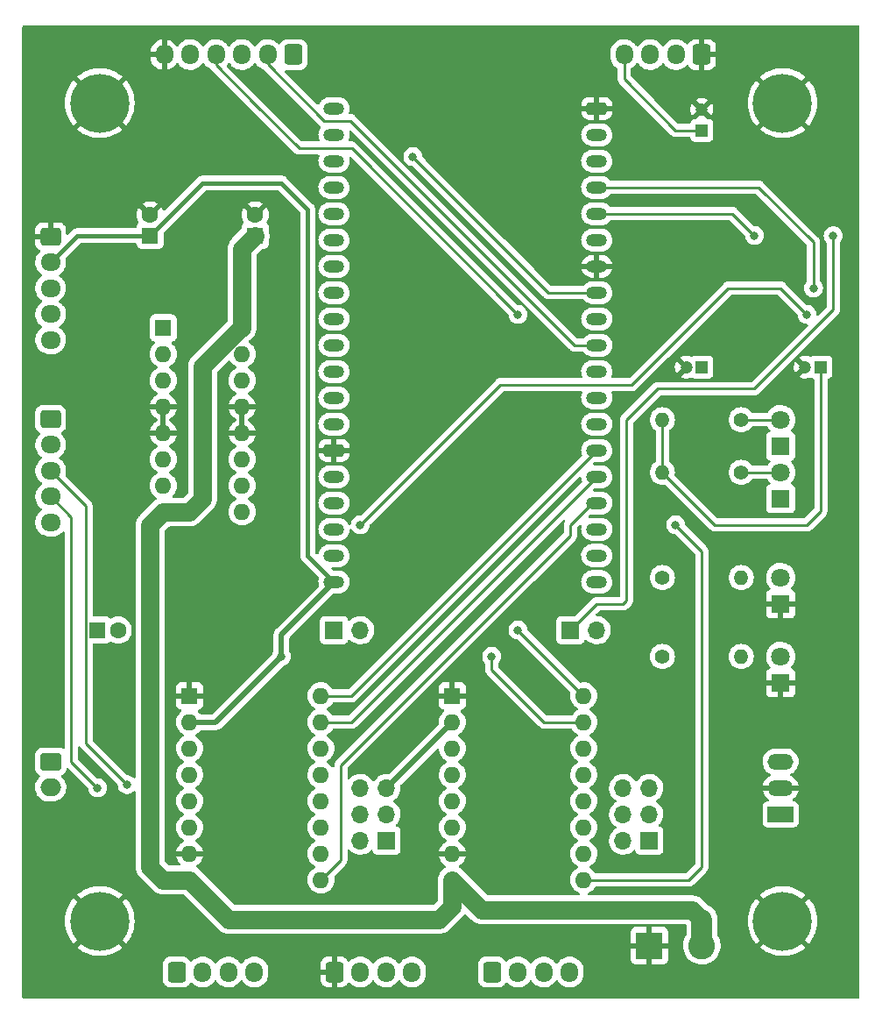
<source format=gbr>
%TF.GenerationSoftware,KiCad,Pcbnew,(6.0.5)*%
%TF.CreationDate,2022-10-31T14:54:03+01:00*%
%TF.ProjectId,Zeichenmaschine,5a656963-6865-46e6-9d61-736368696e65,rev?*%
%TF.SameCoordinates,Original*%
%TF.FileFunction,Copper,L2,Bot*%
%TF.FilePolarity,Positive*%
%FSLAX46Y46*%
G04 Gerber Fmt 4.6, Leading zero omitted, Abs format (unit mm)*
G04 Created by KiCad (PCBNEW (6.0.5)) date 2022-10-31 14:54:03*
%MOMM*%
%LPD*%
G01*
G04 APERTURE LIST*
G04 Aperture macros list*
%AMRoundRect*
0 Rectangle with rounded corners*
0 $1 Rounding radius*
0 $2 $3 $4 $5 $6 $7 $8 $9 X,Y pos of 4 corners*
0 Add a 4 corners polygon primitive as box body*
4,1,4,$2,$3,$4,$5,$6,$7,$8,$9,$2,$3,0*
0 Add four circle primitives for the rounded corners*
1,1,$1+$1,$2,$3*
1,1,$1+$1,$4,$5*
1,1,$1+$1,$6,$7*
1,1,$1+$1,$8,$9*
0 Add four rect primitives between the rounded corners*
20,1,$1+$1,$2,$3,$4,$5,0*
20,1,$1+$1,$4,$5,$6,$7,0*
20,1,$1+$1,$6,$7,$8,$9,0*
20,1,$1+$1,$8,$9,$2,$3,0*%
G04 Aperture macros list end*
%TA.AperFunction,ComponentPad*%
%ADD10O,1.600000X1.600000*%
%TD*%
%TA.AperFunction,ComponentPad*%
%ADD11R,1.600000X1.600000*%
%TD*%
%TA.AperFunction,ComponentPad*%
%ADD12R,1.200000X1.200000*%
%TD*%
%TA.AperFunction,ComponentPad*%
%ADD13C,1.200000*%
%TD*%
%TA.AperFunction,ComponentPad*%
%ADD14C,1.600000*%
%TD*%
%TA.AperFunction,ComponentPad*%
%ADD15RoundRect,0.250000X0.600000X0.725000X-0.600000X0.725000X-0.600000X-0.725000X0.600000X-0.725000X0*%
%TD*%
%TA.AperFunction,ComponentPad*%
%ADD16O,1.700000X1.950000*%
%TD*%
%TA.AperFunction,ComponentPad*%
%ADD17R,1.700000X1.700000*%
%TD*%
%TA.AperFunction,ComponentPad*%
%ADD18O,1.700000X1.700000*%
%TD*%
%TA.AperFunction,ComponentPad*%
%ADD19R,1.800000X1.800000*%
%TD*%
%TA.AperFunction,ComponentPad*%
%ADD20C,1.800000*%
%TD*%
%TA.AperFunction,ComponentPad*%
%ADD21R,2.500000X1.500000*%
%TD*%
%TA.AperFunction,ComponentPad*%
%ADD22O,2.500000X1.500000*%
%TD*%
%TA.AperFunction,ComponentPad*%
%ADD23RoundRect,0.300000X-0.700000X0.300000X-0.700000X-0.300000X0.700000X-0.300000X0.700000X0.300000X0*%
%TD*%
%TA.AperFunction,ComponentPad*%
%ADD24O,2.000000X1.200000*%
%TD*%
%TA.AperFunction,ComponentPad*%
%ADD25RoundRect,0.250000X-0.725000X0.600000X-0.725000X-0.600000X0.725000X-0.600000X0.725000X0.600000X0*%
%TD*%
%TA.AperFunction,ComponentPad*%
%ADD26O,1.950000X1.700000*%
%TD*%
%TA.AperFunction,ComponentPad*%
%ADD27C,1.400000*%
%TD*%
%TA.AperFunction,ComponentPad*%
%ADD28O,1.400000X1.400000*%
%TD*%
%TA.AperFunction,ComponentPad*%
%ADD29RoundRect,0.250000X-0.600000X-0.725000X0.600000X-0.725000X0.600000X0.725000X-0.600000X0.725000X0*%
%TD*%
%TA.AperFunction,ComponentPad*%
%ADD30C,5.700000*%
%TD*%
%TA.AperFunction,ComponentPad*%
%ADD31R,2.600000X2.600000*%
%TD*%
%TA.AperFunction,ComponentPad*%
%ADD32C,2.600000*%
%TD*%
%TA.AperFunction,ComponentPad*%
%ADD33RoundRect,0.250000X-0.750000X0.600000X-0.750000X-0.600000X0.750000X-0.600000X0.750000X0.600000X0*%
%TD*%
%TA.AperFunction,ComponentPad*%
%ADD34O,2.000000X1.700000*%
%TD*%
%TA.AperFunction,ViaPad*%
%ADD35C,0.800000*%
%TD*%
%TA.AperFunction,Conductor*%
%ADD36C,0.250000*%
%TD*%
%TA.AperFunction,Conductor*%
%ADD37C,0.500000*%
%TD*%
%TA.AperFunction,Conductor*%
%ADD38C,1.750000*%
%TD*%
%TA.AperFunction,Conductor*%
%ADD39C,2.000000*%
%TD*%
%TA.AperFunction,Conductor*%
%ADD40C,0.400000*%
%TD*%
G04 APERTURE END LIST*
D10*
%TO.P,A2,16,DIR*%
%TO.N,/Stepper_2_DIR*%
X191780000Y-95250000D03*
%TO.P,A2,15,STEP*%
%TO.N,/Stepper_2_STEP*%
X191780000Y-97790000D03*
%TO.P,A2,14,~{SLEEP}*%
%TO.N,Net-(A2-Pad13)*%
X191780000Y-100330000D03*
%TO.P,A2,13,~{RESET}*%
X191780000Y-102870000D03*
%TO.P,A2,12,MS3*%
%TO.N,Net-(A2-Pad12)*%
X191780000Y-105410000D03*
%TO.P,A2,11,MS2*%
%TO.N,Net-(A2-Pad11)*%
X191780000Y-107950000D03*
%TO.P,A2,10,MS1*%
%TO.N,Net-(A2-Pad10)*%
X191780000Y-110490000D03*
%TO.P,A2,9,~{ENABLE}*%
%TO.N,/enable_Stepper_2*%
X191780000Y-113030000D03*
%TO.P,A2,8,VMOT*%
%TO.N,+12V*%
X179080000Y-113030000D03*
%TO.P,A2,7,GND*%
%TO.N,GND*%
X179080000Y-110490000D03*
%TO.P,A2,6,2B*%
%TO.N,Net-(A2-Pad6)*%
X179080000Y-107950000D03*
%TO.P,A2,5,2A*%
%TO.N,Net-(A2-Pad5)*%
X179080000Y-105410000D03*
%TO.P,A2,4,1A*%
%TO.N,Net-(A2-Pad4)*%
X179080000Y-102870000D03*
%TO.P,A2,3,1B*%
%TO.N,Net-(A2-Pad3)*%
X179080000Y-100330000D03*
%TO.P,A2,2,VDD*%
%TO.N,+5V*%
X179080000Y-97790000D03*
D11*
%TO.P,A2,1,GND*%
%TO.N,GND*%
X179080000Y-95250000D03*
%TD*%
D12*
%TO.P,C4,1*%
%TO.N,Net-(C4-Pad1)*%
X214700000Y-63500000D03*
D13*
%TO.P,C4,2*%
%TO.N,GND*%
X213200000Y-63500000D03*
%TD*%
D11*
%TO.P,C3,1*%
%TO.N,Net-(C3-Pad1)*%
X144780000Y-88900000D03*
D14*
%TO.P,C3,2*%
%TO.N,Net-(C3-Pad2)*%
X146780000Y-88900000D03*
%TD*%
D15*
%TO.P,J9,1,Pin_1*%
%TO.N,+3V3*%
X163730000Y-33320000D03*
D16*
%TO.P,J9,2,Pin_2*%
%TO.N,/CS*%
X161230000Y-33320000D03*
%TO.P,J9,3,Pin_3*%
%TO.N,/MOSI*%
X158730000Y-33320000D03*
%TO.P,J9,4,Pin_4*%
%TO.N,/CLK*%
X156230000Y-33320000D03*
%TO.P,J9,5,Pin_5*%
%TO.N,/MISO*%
X153730000Y-33320000D03*
%TO.P,J9,6,Pin_6*%
%TO.N,GND*%
X151230000Y-33320000D03*
%TD*%
D17*
%TO.P,J7,1,Pin_1*%
%TO.N,+5V*%
X172720000Y-109220000D03*
D18*
%TO.P,J7,2,Pin_2*%
%TO.N,Net-(A1-Pad10)*%
X170180000Y-109220000D03*
%TO.P,J7,3,Pin_3*%
%TO.N,+5V*%
X172720000Y-106680000D03*
%TO.P,J7,4,Pin_4*%
%TO.N,Net-(A1-Pad11)*%
X170180000Y-106680000D03*
%TO.P,J7,5,Pin_5*%
%TO.N,+5V*%
X172720000Y-104140000D03*
%TO.P,J7,6,Pin_6*%
%TO.N,Net-(A1-Pad12)*%
X170180000Y-104140000D03*
%TD*%
D13*
%TO.P,C6,2*%
%TO.N,GND*%
X203200000Y-38640000D03*
D12*
%TO.P,C6,1*%
%TO.N,Net-(C4-Pad1)*%
X203200000Y-40640000D03*
%TD*%
D15*
%TO.P,J11,1,Pin_1*%
%TO.N,GND*%
X203200000Y-33320000D03*
D16*
%TO.P,J11,2,Pin_2*%
%TO.N,Net-(J11-Pad2)*%
X200700000Y-33320000D03*
%TO.P,J11,3,Pin_3*%
%TO.N,Net-(J11-Pad3)*%
X198200000Y-33320000D03*
%TO.P,J11,4,Pin_4*%
%TO.N,Net-(C4-Pad1)*%
X195700000Y-33320000D03*
%TD*%
D19*
%TO.P,D1,1,K*%
%TO.N,GND*%
X210820000Y-86360000D03*
D20*
%TO.P,D1,2,A*%
%TO.N,Net-(D1-Pad2)*%
X210820000Y-83820000D03*
%TD*%
D21*
%TO.P,U1,1,Vin*%
%TO.N,+12V*%
X210820000Y-106680000D03*
D22*
%TO.P,U1,2,GND*%
%TO.N,GND*%
X210820000Y-104140000D03*
%TO.P,U1,3,Vout*%
%TO.N,+5V*%
X210820000Y-101600000D03*
%TD*%
D23*
%TO.P,U4,38,GND*%
%TO.N,GND*%
X193040000Y-38516560D03*
D24*
%TO.P,U4,37,GPIO23*%
%TO.N,/MOSI*%
X193040000Y-41056560D03*
%TO.P,U4,36,GPIO22*%
%TO.N,/display_SCL*%
X193040000Y-43596560D03*
%TO.P,U4,35,U0TXD/GPIO1*%
%TO.N,/TX*%
X193040000Y-46136560D03*
%TO.P,U4,34,U0RXD/GPIO3*%
%TO.N,/RX*%
X193040000Y-48676560D03*
%TO.P,U4,33,GPIO21*%
%TO.N,/display_SDA*%
X193040000Y-51216560D03*
%TO.P,U4,32,GND*%
%TO.N,GND*%
X193040000Y-53756560D03*
%TO.P,U4,31,GPIO19*%
%TO.N,/MISO*%
X193040000Y-56296560D03*
%TO.P,U4,30,GPIO18*%
%TO.N,/CLK*%
X193040000Y-58836560D03*
%TO.P,U4,29,\u002AGPIO5*%
%TO.N,/CS*%
X193040000Y-61376560D03*
%TO.P,U4,28,GPIO17*%
%TO.N,/Stepper_2_STEP*%
X193040000Y-63916560D03*
%TO.P,U4,27,GPIO16*%
%TO.N,/Stepper_2_DIR*%
X193040000Y-66456560D03*
%TO.P,U4,26,ADC2_CH0/GPIO4*%
%TO.N,/enable_Stepper_2*%
X193040000Y-68996560D03*
%TO.P,U4,25,\u002AGPIO0/BOOT/ADC2_CH1*%
%TO.N,/Stepper_1_DIR*%
X193040000Y-71536560D03*
%TO.P,U4,24,ADC2_CH2/\u002AGPIO2*%
%TO.N,/Stepper_1_STEP*%
X193040000Y-74076560D03*
%TO.P,U4,23,\u002AMTDO/GPIO15/ADC2_CH3*%
%TO.N,/enable_Stepper_1*%
X193040000Y-76616560D03*
%TO.P,U4,22,SD_DATA1/GPIO8*%
%TO.N,/LED1*%
X193040000Y-79156560D03*
%TO.P,U4,21,SD_DATA0/GPIO7*%
%TO.N,/LED2*%
X193036320Y-81693840D03*
%TO.P,U4,20,SD_CLK/GPIO6*%
%TO.N,Net-(J12-Pad2)*%
X193036320Y-84233840D03*
%TO.P,U4,19,5V*%
%TO.N,+5V*%
X167640000Y-84236560D03*
%TO.P,U4,18,CMD*%
%TO.N,Net-(J10-Pad1)*%
X167640000Y-81696560D03*
%TO.P,U4,17,SD_DATA3/GPIO10*%
%TO.N,/L_G*%
X167640000Y-79156560D03*
%TO.P,U4,16,SD_DATA2/GPIO9*%
%TO.N,/L_R*%
X167640000Y-76616560D03*
%TO.P,U4,15,MTCK/GPIO13/ADC2_CH4*%
%TO.N,unconnected-(U4-Pad15)*%
X167640000Y-74076560D03*
D23*
%TO.P,U4,14,GND*%
%TO.N,GND*%
X167640000Y-71536560D03*
D24*
%TO.P,U4,13,\u002AMTDI/GPIO12/ADC2_CH5*%
%TO.N,/dc_gear_motor_2A*%
X167640000Y-68996560D03*
%TO.P,U4,12,MTMS/GPIO14/ADC2_CH6*%
%TO.N,/dc_gear_motor_1A*%
X167640000Y-66456560D03*
%TO.P,U4,11,ADC2_CH7/GPIO27*%
%TO.N,/enable_dc_gear_motor*%
X167640000Y-63916560D03*
%TO.P,U4,10,DAC_2/ADC2_CH9/GPIO26*%
%TO.N,unconnected-(U4-Pad10)*%
X167640000Y-61376560D03*
%TO.P,U4,9,DAC_1/ADC2_CH8/GPIO25*%
%TO.N,unconnected-(U4-Pad9)*%
X167640000Y-58836560D03*
%TO.P,U4,8,32K_XN/GPIO33/ADC1_CH5*%
%TO.N,unconnected-(U4-Pad8)*%
X167640000Y-56296560D03*
%TO.P,U4,7,32K_XP/GPIO32/ADC1_CH4*%
%TO.N,/MN*%
X167640000Y-53756560D03*
%TO.P,U4,6,VDET_2/GPIO35/ADC1_CH7*%
%TO.N,/SEL*%
X167640000Y-51216560D03*
%TO.P,U4,5,VDET_1/GPIO34/ADC1_CH6*%
%TO.N,/PW*%
X167640000Y-48676560D03*
%TO.P,U4,4,SENSOR_VN/GPIO39/ADC1_CH3*%
%TO.N,/DN*%
X167640000Y-46136560D03*
%TO.P,U4,3,SENSOR_VP/GPIO36/ADC1_CH0*%
%TO.N,/UP*%
X167640000Y-43596560D03*
%TO.P,U4,2,CHIP_PU*%
%TO.N,unconnected-(U4-Pad2)*%
X167640000Y-41056560D03*
%TO.P,U4,1,3V3*%
%TO.N,+3V3*%
X167640000Y-38516560D03*
%TD*%
D25*
%TO.P,J13,1,Pin_1*%
%TO.N,/SEL*%
X140250000Y-68500000D03*
D26*
%TO.P,J13,2,Pin_2*%
%TO.N,/MN*%
X140250000Y-71000000D03*
%TO.P,J13,3,Pin_3*%
%TO.N,/L_G*%
X140250000Y-73500000D03*
%TO.P,J13,4,Pin_4*%
%TO.N,/L_R*%
X140250000Y-76000000D03*
%TO.P,J13,5,Pin_5*%
%TO.N,unconnected-(J13-Pad5)*%
X140250000Y-78500000D03*
%TD*%
D11*
%TO.P,C1,1*%
%TO.N,+12V*%
X160020000Y-50800000D03*
D14*
%TO.P,C1,2*%
%TO.N,GND*%
X160020000Y-48800000D03*
%TD*%
D19*
%TO.P,D4,1,K*%
%TO.N,Net-(D4-Pad1)*%
X210820000Y-71120000D03*
D20*
%TO.P,D4,2,A*%
%TO.N,Net-(D4-Pad2)*%
X210820000Y-68580000D03*
%TD*%
D27*
%TO.P,R3,1*%
%TO.N,Net-(D3-Pad2)*%
X207010000Y-73660000D03*
D28*
%TO.P,R3,2*%
%TO.N,Net-(C4-Pad1)*%
X199390000Y-73660000D03*
%TD*%
D17*
%TO.P,J6,1,Pin_1*%
%TO.N,+5V*%
X198120000Y-109220000D03*
D18*
%TO.P,J6,2,Pin_2*%
%TO.N,Net-(A2-Pad10)*%
X195580000Y-109220000D03*
%TO.P,J6,3,Pin_3*%
%TO.N,+5V*%
X198120000Y-106680000D03*
%TO.P,J6,4,Pin_4*%
%TO.N,Net-(A2-Pad11)*%
X195580000Y-106680000D03*
%TO.P,J6,5,Pin_5*%
%TO.N,+5V*%
X198120000Y-104140000D03*
%TO.P,J6,6,Pin_6*%
%TO.N,Net-(A2-Pad12)*%
X195580000Y-104140000D03*
%TD*%
D16*
%TO.P,J3,4,Pin_4*%
%TO.N,Net-(A2-Pad3)*%
X190420000Y-121920000D03*
%TO.P,J3,3,Pin_3*%
%TO.N,Net-(A2-Pad4)*%
X187920000Y-121920000D03*
%TO.P,J3,2,Pin_2*%
%TO.N,Net-(A2-Pad5)*%
X185420000Y-121920000D03*
D29*
%TO.P,J3,1,Pin_1*%
%TO.N,Net-(A2-Pad6)*%
X182920000Y-121920000D03*
%TD*%
D12*
%TO.P,C5,1*%
%TO.N,Net-(U3-Pad17)*%
X203200000Y-63500000D03*
D13*
%TO.P,C5,2*%
%TO.N,GND*%
X201700000Y-63500000D03*
%TD*%
D27*
%TO.P,R4,1*%
%TO.N,Net-(D4-Pad2)*%
X207010000Y-68580000D03*
D28*
%TO.P,R4,2*%
%TO.N,Net-(C4-Pad1)*%
X199390000Y-68580000D03*
%TD*%
D11*
%TO.P,C2,1*%
%TO.N,+5V*%
X149860000Y-50800000D03*
D14*
%TO.P,C2,2*%
%TO.N,GND*%
X149860000Y-48800000D03*
%TD*%
D29*
%TO.P,J2,1,Pin_1*%
%TO.N,Net-(A1-Pad6)*%
X152440000Y-121920000D03*
D16*
%TO.P,J2,2,Pin_2*%
%TO.N,Net-(A1-Pad5)*%
X154940000Y-121920000D03*
%TO.P,J2,3,Pin_3*%
%TO.N,Net-(A1-Pad4)*%
X157440000Y-121920000D03*
%TO.P,J2,4,Pin_4*%
%TO.N,Net-(A1-Pad3)*%
X159940000Y-121920000D03*
%TD*%
D25*
%TO.P,J1,1,Pin_1*%
%TO.N,GND*%
X140250000Y-50880000D03*
D26*
%TO.P,J1,2,Pin_2*%
%TO.N,+5V*%
X140250000Y-53380000D03*
%TO.P,J1,3,Pin_3*%
%TO.N,/UP*%
X140250000Y-55880000D03*
%TO.P,J1,4,Pin_4*%
%TO.N,/DN*%
X140250000Y-58380000D03*
%TO.P,J1,5,Pin_5*%
%TO.N,/PW*%
X140250000Y-60880000D03*
%TD*%
D30*
%TO.P,H2,1,1*%
%TO.N,GND*%
X211000000Y-117000000D03*
%TD*%
D19*
%TO.P,D3,1,K*%
%TO.N,Net-(D3-Pad1)*%
X210820000Y-76200000D03*
D20*
%TO.P,D3,2,A*%
%TO.N,Net-(D3-Pad2)*%
X210820000Y-73660000D03*
%TD*%
D31*
%TO.P,J4,1,Pin_1*%
%TO.N,GND*%
X198120000Y-119380000D03*
D32*
%TO.P,J4,2,Pin_2*%
%TO.N,+12V*%
X203200000Y-119380000D03*
%TD*%
D30*
%TO.P,H4,1,1*%
%TO.N,GND*%
X145000000Y-38000000D03*
%TD*%
D29*
%TO.P,J5,1,Pin_1*%
%TO.N,GND*%
X167680000Y-121920000D03*
D16*
%TO.P,J5,2,Pin_2*%
%TO.N,+5V*%
X170180000Y-121920000D03*
%TO.P,J5,3,Pin_3*%
%TO.N,/display_SDA*%
X172680000Y-121920000D03*
%TO.P,J5,4,Pin_4*%
%TO.N,/display_SCL*%
X175180000Y-121920000D03*
%TD*%
D27*
%TO.P,R2,1*%
%TO.N,/LED2*%
X199390000Y-91440000D03*
D28*
%TO.P,R2,2*%
%TO.N,Net-(D2-Pad2)*%
X207010000Y-91440000D03*
%TD*%
D27*
%TO.P,R1,1*%
%TO.N,/LED1*%
X199390000Y-83820000D03*
D28*
%TO.P,R1,2*%
%TO.N,Net-(D1-Pad2)*%
X207010000Y-83820000D03*
%TD*%
D17*
%TO.P,J12,1,Pin_1*%
%TO.N,/CTS*%
X190500000Y-88900000D03*
D18*
%TO.P,J12,2,Pin_2*%
%TO.N,Net-(J12-Pad2)*%
X193040000Y-88900000D03*
%TD*%
D17*
%TO.P,J10,1,Pin_1*%
%TO.N,Net-(J10-Pad1)*%
X167640000Y-88900000D03*
D18*
%TO.P,J10,2,Pin_2*%
%TO.N,/RTS*%
X170180000Y-88900000D03*
%TD*%
D11*
%TO.P,A1,1,GND*%
%TO.N,GND*%
X153680000Y-95250000D03*
D10*
%TO.P,A1,2,VDD*%
%TO.N,+5V*%
X153680000Y-97790000D03*
%TO.P,A1,3,1B*%
%TO.N,Net-(A1-Pad3)*%
X153680000Y-100330000D03*
%TO.P,A1,4,1A*%
%TO.N,Net-(A1-Pad4)*%
X153680000Y-102870000D03*
%TO.P,A1,5,2A*%
%TO.N,Net-(A1-Pad5)*%
X153680000Y-105410000D03*
%TO.P,A1,6,2B*%
%TO.N,Net-(A1-Pad6)*%
X153680000Y-107950000D03*
%TO.P,A1,7,GND*%
%TO.N,GND*%
X153680000Y-110490000D03*
%TO.P,A1,8,VMOT*%
%TO.N,+12V*%
X153680000Y-113030000D03*
%TO.P,A1,9,~{ENABLE}*%
%TO.N,/enable_Stepper_1*%
X166380000Y-113030000D03*
%TO.P,A1,10,MS1*%
%TO.N,Net-(A1-Pad10)*%
X166380000Y-110490000D03*
%TO.P,A1,11,MS2*%
%TO.N,Net-(A1-Pad11)*%
X166380000Y-107950000D03*
%TO.P,A1,12,MS3*%
%TO.N,Net-(A1-Pad12)*%
X166380000Y-105410000D03*
%TO.P,A1,13,~{RESET}*%
%TO.N,Net-(A1-Pad13)*%
X166380000Y-102870000D03*
%TO.P,A1,14,~{SLEEP}*%
X166380000Y-100330000D03*
%TO.P,A1,15,STEP*%
%TO.N,/Stepper_1_STEP*%
X166380000Y-97790000D03*
%TO.P,A1,16,DIR*%
%TO.N,/Stepper_1_DIR*%
X166380000Y-95250000D03*
%TD*%
D30*
%TO.P,H3,1,1*%
%TO.N,GND*%
X145000000Y-117000000D03*
%TD*%
D33*
%TO.P,J8,1,Pin_1*%
%TO.N,Net-(C3-Pad1)*%
X140250000Y-101600000D03*
D34*
%TO.P,J8,2,Pin_2*%
%TO.N,Net-(C3-Pad2)*%
X140250000Y-104100000D03*
%TD*%
D19*
%TO.P,D2,1,K*%
%TO.N,GND*%
X210820000Y-93980000D03*
D20*
%TO.P,D2,2,A*%
%TO.N,Net-(D2-Pad2)*%
X210820000Y-91440000D03*
%TD*%
D11*
%TO.P,U2,1,EN1\u002C2*%
%TO.N,/enable_dc_gear_motor*%
X151140000Y-59705000D03*
D10*
%TO.P,U2,2,1A*%
%TO.N,/dc_gear_motor_1A*%
X151140000Y-62245000D03*
%TO.P,U2,3,1Y*%
%TO.N,Net-(C3-Pad1)*%
X151140000Y-64785000D03*
%TO.P,U2,4,GND*%
%TO.N,GND*%
X151140000Y-67325000D03*
%TO.P,U2,5,GND*%
X151140000Y-69865000D03*
%TO.P,U2,6,2Y*%
%TO.N,Net-(C3-Pad2)*%
X151140000Y-72405000D03*
%TO.P,U2,7,2A*%
%TO.N,/dc_gear_motor_2A*%
X151140000Y-74945000D03*
%TO.P,U2,8,VCC2*%
%TO.N,+12V*%
X151140000Y-77485000D03*
%TO.P,U2,9,EN3\u002C4*%
%TO.N,unconnected-(U2-Pad9)*%
X158760000Y-77485000D03*
%TO.P,U2,10,3A*%
%TO.N,unconnected-(U2-Pad10)*%
X158760000Y-74945000D03*
%TO.P,U2,11,3Y*%
%TO.N,unconnected-(U2-Pad11)*%
X158760000Y-72405000D03*
%TO.P,U2,12,GND*%
%TO.N,GND*%
X158760000Y-69865000D03*
%TO.P,U2,13,GND*%
X158760000Y-67325000D03*
%TO.P,U2,14,4Y*%
%TO.N,unconnected-(U2-Pad14)*%
X158760000Y-64785000D03*
%TO.P,U2,15,4A*%
%TO.N,unconnected-(U2-Pad15)*%
X158760000Y-62245000D03*
%TO.P,U2,16,VCC1*%
%TO.N,+12V*%
X158760000Y-59705000D03*
%TD*%
D30*
%TO.P,H1,1,1*%
%TO.N,GND*%
X211000000Y-38000000D03*
%TD*%
D35*
%TO.N,GND*%
X186750000Y-73660000D03*
X182880000Y-45720000D03*
X168500000Y-99060000D03*
%TO.N,/Stepper_2_STEP*%
X182880000Y-91440000D03*
%TO.N,/Stepper_2_DIR*%
X185420000Y-88900000D03*
%TO.N,GND*%
X168500000Y-96520000D03*
%TO.N,+5V*%
X162560000Y-91440000D03*
%TO.N,/enable_Stepper_2*%
X200660000Y-78740000D03*
%TO.N,GND*%
X161000000Y-37500000D03*
X157480000Y-38100000D03*
X157589579Y-82500000D03*
X152400000Y-81280000D03*
%TO.N,/L_G*%
X147637859Y-103822141D03*
%TO.N,/L_R*%
X144780000Y-104140000D03*
%TO.N,GND*%
X172720000Y-99060000D03*
X164800000Y-36000000D03*
X181000000Y-107000000D03*
X182880000Y-104140000D03*
X185420000Y-101600000D03*
%TO.N,/CLK*%
X185420000Y-58420000D03*
%TO.N,/MISO*%
X175260000Y-43180000D03*
%TO.N,/RTS*%
X170180000Y-78740000D03*
%TO.N,GND*%
X199817701Y-38282299D03*
X158750000Y-112000000D03*
X161300000Y-112000000D03*
X144780000Y-99060000D03*
%TO.N,/CTS*%
X215892858Y-50807142D03*
%TO.N,/RTS*%
X213360000Y-58420000D03*
%TO.N,/TX*%
X214000000Y-55880000D03*
%TO.N,/RX*%
X208280000Y-50800000D03*
%TD*%
D36*
%TO.N,/CTS*%
X198937781Y-65590480D02*
X195909082Y-68619179D01*
X195580000Y-86360000D02*
X193040000Y-86360000D01*
X193040000Y-86360000D02*
X190500000Y-88900000D01*
X208280000Y-65590480D02*
X198937781Y-65590480D01*
X195909082Y-86030918D02*
X195580000Y-86360000D01*
X215892858Y-50807142D02*
X215892858Y-57977622D01*
X215892858Y-57977622D02*
X208280000Y-65590480D01*
X195909082Y-68619179D02*
X195909082Y-86030918D01*
%TO.N,/Stepper_2_STEP*%
X182880000Y-92705000D02*
X182880000Y-91440000D01*
X187965000Y-97790000D02*
X182880000Y-92705000D01*
X191780000Y-97790000D02*
X187965000Y-97790000D01*
%TO.N,/Stepper_2_DIR*%
X185430000Y-88900000D02*
X185420000Y-88900000D01*
X191780000Y-95250000D02*
X185430000Y-88900000D01*
%TO.N,Net-(C4-Pad1)*%
X195700000Y-35680000D02*
X195700000Y-33320000D01*
X200660000Y-40640000D02*
X195700000Y-35680000D01*
X203200000Y-40640000D02*
X200660000Y-40640000D01*
%TO.N,/enable_Stepper_1*%
X192623440Y-76616560D02*
X193040000Y-76616560D01*
X190500000Y-78740000D02*
X192623440Y-76616560D01*
X190500000Y-79764614D02*
X190500000Y-78740000D01*
X168300000Y-101964614D02*
X190500000Y-79764614D01*
X168300000Y-111110000D02*
X168300000Y-101964614D01*
X166380000Y-113030000D02*
X168300000Y-111110000D01*
%TO.N,/enable_Stepper_2*%
X203200000Y-81280000D02*
X200660000Y-78740000D01*
X203200000Y-111760000D02*
X203200000Y-81280000D01*
X201930000Y-113030000D02*
X203200000Y-111760000D01*
X191780000Y-113030000D02*
X201930000Y-113030000D01*
%TO.N,/Stepper_1_DIR*%
X166380000Y-95250000D02*
X169326560Y-95250000D01*
X169326560Y-95250000D02*
X193040000Y-71536560D01*
%TO.N,/Stepper_1_STEP*%
X166380000Y-97790000D02*
X169326560Y-97790000D01*
X169326560Y-97790000D02*
X193040000Y-74076560D01*
D37*
%TO.N,+5V*%
X156210000Y-97790000D02*
X153680000Y-97790000D01*
X162560000Y-91440000D02*
X156210000Y-97790000D01*
X162560000Y-89316560D02*
X162560000Y-91440000D01*
X167640000Y-84236560D02*
X162560000Y-89316560D01*
D36*
%TO.N,/CLK*%
X160020000Y-38100000D02*
X164270000Y-42350000D01*
X169350000Y-42350000D02*
X185420000Y-58420000D01*
X164270000Y-42350000D02*
X169350000Y-42350000D01*
X156230000Y-33320000D02*
X156230000Y-34310000D01*
X156230000Y-34310000D02*
X160020000Y-38100000D01*
%TO.N,/CS*%
X169240000Y-39700000D02*
X190916560Y-61376560D01*
X190916560Y-61376560D02*
X193040000Y-61376560D01*
X166700000Y-39700000D02*
X169240000Y-39700000D01*
X161230000Y-34230000D02*
X166700000Y-39700000D01*
X161230000Y-33320000D02*
X161230000Y-34230000D01*
%TO.N,/L_R*%
X142240000Y-101600000D02*
X144780000Y-104140000D01*
X142240000Y-77990000D02*
X142240000Y-101600000D01*
X140250000Y-76000000D02*
X142240000Y-77990000D01*
%TO.N,/L_G*%
X143655489Y-99839771D02*
X147637859Y-103822141D01*
X143655489Y-76905489D02*
X143655489Y-99839771D01*
X140250000Y-73500000D02*
X143655489Y-76905489D01*
%TO.N,/RTS*%
X210820000Y-55880000D02*
X213360000Y-58420000D01*
X205740000Y-55880000D02*
X210820000Y-55880000D01*
X196430000Y-65190000D02*
X205740000Y-55880000D01*
X183730000Y-65190000D02*
X196430000Y-65190000D01*
X170180000Y-78740000D02*
X183730000Y-65190000D01*
%TO.N,/MISO*%
X188376560Y-56296560D02*
X193040000Y-56296560D01*
X175260000Y-43180000D02*
X188376560Y-56296560D01*
D37*
%TO.N,+5V*%
X179070000Y-97790000D02*
X179080000Y-97790000D01*
X172720000Y-104140000D02*
X179070000Y-97790000D01*
D38*
%TO.N,+12V*%
X149860000Y-111760000D02*
X149860000Y-78765000D01*
X151130000Y-113030000D02*
X149860000Y-111760000D01*
X153680000Y-113030000D02*
X151130000Y-113030000D01*
X149860000Y-78765000D02*
X151140000Y-77485000D01*
X158649040Y-59705000D02*
X158760000Y-59705000D01*
X154940000Y-76200000D02*
X154940000Y-63414040D01*
X153655000Y-77485000D02*
X154940000Y-76200000D01*
X151140000Y-77485000D02*
X153655000Y-77485000D01*
X154940000Y-63414040D02*
X158649040Y-59705000D01*
X181949511Y-115899511D02*
X179080000Y-113030000D01*
X202259511Y-115899511D02*
X181949511Y-115899511D01*
X203200000Y-116840000D02*
X202259511Y-115899511D01*
D39*
X203200000Y-119380000D02*
X203200000Y-116840000D01*
D40*
%TO.N,+5V*%
X165100000Y-81696560D02*
X167640000Y-84236560D01*
X162560000Y-45720000D02*
X165100000Y-48260000D01*
X154940000Y-45720000D02*
X162560000Y-45720000D01*
X149860000Y-50800000D02*
X154940000Y-45720000D01*
X165100000Y-48260000D02*
X165100000Y-81696560D01*
D36*
%TO.N,Net-(C4-Pad1)*%
X214700000Y-77400000D02*
X214700000Y-63500000D01*
X204470000Y-78740000D02*
X213360000Y-78740000D01*
X199390000Y-73660000D02*
X204470000Y-78740000D01*
X213360000Y-78740000D02*
X214700000Y-77400000D01*
D40*
%TO.N,+5V*%
X142830000Y-50800000D02*
X140250000Y-53380000D01*
X149860000Y-50800000D02*
X142830000Y-50800000D01*
D38*
%TO.N,+12V*%
X158760000Y-52060000D02*
X160020000Y-50800000D01*
X158760000Y-59705000D02*
X158760000Y-52060000D01*
X177805000Y-116840000D02*
X157490000Y-116840000D01*
X157490000Y-116840000D02*
X153680000Y-113030000D01*
X179080000Y-113030000D02*
X179080000Y-115565000D01*
X179080000Y-115565000D02*
X177805000Y-116840000D01*
D36*
%TO.N,/TX*%
X208696560Y-46136560D02*
X193040000Y-46136560D01*
X214000000Y-55880000D02*
X214000000Y-51440000D01*
X214000000Y-51440000D02*
X208696560Y-46136560D01*
%TO.N,/RX*%
X206156560Y-48676560D02*
X208280000Y-50800000D01*
X193040000Y-48676560D02*
X206156560Y-48676560D01*
%TO.N,Net-(C4-Pad1)*%
X199390000Y-73660000D02*
X199390000Y-68580000D01*
%TO.N,Net-(D4-Pad2)*%
X210820000Y-68580000D02*
X207010000Y-68580000D01*
%TO.N,Net-(D3-Pad2)*%
X210820000Y-73660000D02*
X207010000Y-73660000D01*
%TD*%
%TA.AperFunction,Conductor*%
%TO.N,GND*%
G36*
X218382121Y-30528502D02*
G01*
X218428614Y-30582158D01*
X218440000Y-30634500D01*
X218440000Y-124334000D01*
X218419998Y-124402121D01*
X218366342Y-124448614D01*
X218314000Y-124460000D01*
X137634500Y-124460000D01*
X137566379Y-124439998D01*
X137519886Y-124386342D01*
X137508500Y-124334000D01*
X137508500Y-122695400D01*
X151081500Y-122695400D01*
X151081837Y-122698646D01*
X151081837Y-122698650D01*
X151091752Y-122794206D01*
X151092474Y-122801166D01*
X151094655Y-122807702D01*
X151094655Y-122807704D01*
X151126508Y-122903178D01*
X151148450Y-122968946D01*
X151241522Y-123119348D01*
X151366697Y-123244305D01*
X151372927Y-123248145D01*
X151372928Y-123248146D01*
X151510288Y-123332816D01*
X151517262Y-123337115D01*
X151552938Y-123348948D01*
X151678611Y-123390632D01*
X151678613Y-123390632D01*
X151685139Y-123392797D01*
X151691975Y-123393497D01*
X151691978Y-123393498D01*
X151727663Y-123397154D01*
X151789600Y-123403500D01*
X153090400Y-123403500D01*
X153093646Y-123403163D01*
X153093650Y-123403163D01*
X153189308Y-123393238D01*
X153189312Y-123393237D01*
X153196166Y-123392526D01*
X153202702Y-123390345D01*
X153202704Y-123390345D01*
X153334806Y-123346272D01*
X153363946Y-123336550D01*
X153514348Y-123243478D01*
X153639305Y-123118303D01*
X153729081Y-122972660D01*
X153781852Y-122925168D01*
X153851924Y-122913744D01*
X153917048Y-122942018D01*
X153927510Y-122951805D01*
X153969215Y-122995523D01*
X154036576Y-123066135D01*
X154221542Y-123203754D01*
X154226293Y-123206170D01*
X154226297Y-123206172D01*
X154288704Y-123237901D01*
X154427051Y-123308240D01*
X154432145Y-123309822D01*
X154432148Y-123309823D01*
X154632020Y-123371885D01*
X154647227Y-123376607D01*
X154652516Y-123377308D01*
X154870489Y-123406198D01*
X154870494Y-123406198D01*
X154875774Y-123406898D01*
X154881103Y-123406698D01*
X154881105Y-123406698D01*
X154990966Y-123402573D01*
X155106158Y-123398249D01*
X155111468Y-123397135D01*
X155326572Y-123352002D01*
X155331791Y-123350907D01*
X155336750Y-123348949D01*
X155336752Y-123348948D01*
X155541256Y-123268185D01*
X155541258Y-123268184D01*
X155546221Y-123266224D01*
X155582343Y-123244305D01*
X155738757Y-123149390D01*
X155738756Y-123149390D01*
X155743317Y-123146623D01*
X155783497Y-123111757D01*
X155913412Y-122999023D01*
X155913414Y-122999021D01*
X155917445Y-122995523D01*
X155984807Y-122913369D01*
X156060240Y-122821373D01*
X156060244Y-122821367D01*
X156063624Y-122817245D01*
X156081552Y-122785750D01*
X156132632Y-122736445D01*
X156202262Y-122722583D01*
X156268333Y-122748566D01*
X156295573Y-122777716D01*
X156377441Y-122899319D01*
X156381120Y-122903176D01*
X156381122Y-122903178D01*
X156427510Y-122951805D01*
X156536576Y-123066135D01*
X156721542Y-123203754D01*
X156726293Y-123206170D01*
X156726297Y-123206172D01*
X156788704Y-123237901D01*
X156927051Y-123308240D01*
X156932145Y-123309822D01*
X156932148Y-123309823D01*
X157132020Y-123371885D01*
X157147227Y-123376607D01*
X157152516Y-123377308D01*
X157370489Y-123406198D01*
X157370494Y-123406198D01*
X157375774Y-123406898D01*
X157381103Y-123406698D01*
X157381105Y-123406698D01*
X157490966Y-123402573D01*
X157606158Y-123398249D01*
X157611468Y-123397135D01*
X157826572Y-123352002D01*
X157831791Y-123350907D01*
X157836750Y-123348949D01*
X157836752Y-123348948D01*
X158041256Y-123268185D01*
X158041258Y-123268184D01*
X158046221Y-123266224D01*
X158082343Y-123244305D01*
X158238757Y-123149390D01*
X158238756Y-123149390D01*
X158243317Y-123146623D01*
X158283497Y-123111757D01*
X158413412Y-122999023D01*
X158413414Y-122999021D01*
X158417445Y-122995523D01*
X158484807Y-122913369D01*
X158560240Y-122821373D01*
X158560244Y-122821367D01*
X158563624Y-122817245D01*
X158581552Y-122785750D01*
X158632632Y-122736445D01*
X158702262Y-122722583D01*
X158768333Y-122748566D01*
X158795573Y-122777716D01*
X158877441Y-122899319D01*
X158881120Y-122903176D01*
X158881122Y-122903178D01*
X158927510Y-122951805D01*
X159036576Y-123066135D01*
X159221542Y-123203754D01*
X159226293Y-123206170D01*
X159226297Y-123206172D01*
X159288704Y-123237901D01*
X159427051Y-123308240D01*
X159432145Y-123309822D01*
X159432148Y-123309823D01*
X159632020Y-123371885D01*
X159647227Y-123376607D01*
X159652516Y-123377308D01*
X159870489Y-123406198D01*
X159870494Y-123406198D01*
X159875774Y-123406898D01*
X159881103Y-123406698D01*
X159881105Y-123406698D01*
X159990966Y-123402573D01*
X160106158Y-123398249D01*
X160111468Y-123397135D01*
X160326572Y-123352002D01*
X160331791Y-123350907D01*
X160336750Y-123348949D01*
X160336752Y-123348948D01*
X160541256Y-123268185D01*
X160541258Y-123268184D01*
X160546221Y-123266224D01*
X160582343Y-123244305D01*
X160738757Y-123149390D01*
X160738756Y-123149390D01*
X160743317Y-123146623D01*
X160783497Y-123111757D01*
X160913412Y-122999023D01*
X160913414Y-122999021D01*
X160917445Y-122995523D01*
X160984807Y-122913369D01*
X161060240Y-122821373D01*
X161060244Y-122821367D01*
X161063624Y-122817245D01*
X161069115Y-122807600D01*
X161134864Y-122692095D01*
X166322001Y-122692095D01*
X166322338Y-122698614D01*
X166332257Y-122794206D01*
X166335149Y-122807600D01*
X166386588Y-122961784D01*
X166392761Y-122974962D01*
X166478063Y-123112807D01*
X166487099Y-123124208D01*
X166601829Y-123238739D01*
X166613240Y-123247751D01*
X166751243Y-123332816D01*
X166764424Y-123338963D01*
X166918710Y-123390138D01*
X166932086Y-123393005D01*
X167026438Y-123402672D01*
X167032854Y-123403000D01*
X167407885Y-123403000D01*
X167423124Y-123398525D01*
X167424329Y-123397135D01*
X167426000Y-123389452D01*
X167426000Y-123384884D01*
X167934000Y-123384884D01*
X167938475Y-123400123D01*
X167939865Y-123401328D01*
X167947548Y-123402999D01*
X168327095Y-123402999D01*
X168333614Y-123402662D01*
X168429206Y-123392743D01*
X168442600Y-123389851D01*
X168596784Y-123338412D01*
X168609962Y-123332239D01*
X168747807Y-123246937D01*
X168759208Y-123237901D01*
X168873739Y-123123171D01*
X168882753Y-123111757D01*
X168968723Y-122972287D01*
X169021495Y-122924793D01*
X169091566Y-122913369D01*
X169156690Y-122941643D01*
X169167149Y-122951426D01*
X169276576Y-123066135D01*
X169461542Y-123203754D01*
X169466293Y-123206170D01*
X169466297Y-123206172D01*
X169528704Y-123237901D01*
X169667051Y-123308240D01*
X169672145Y-123309822D01*
X169672148Y-123309823D01*
X169872020Y-123371885D01*
X169887227Y-123376607D01*
X169892516Y-123377308D01*
X170110489Y-123406198D01*
X170110494Y-123406198D01*
X170115774Y-123406898D01*
X170121103Y-123406698D01*
X170121105Y-123406698D01*
X170230966Y-123402573D01*
X170346158Y-123398249D01*
X170351468Y-123397135D01*
X170566572Y-123352002D01*
X170571791Y-123350907D01*
X170576750Y-123348949D01*
X170576752Y-123348948D01*
X170781256Y-123268185D01*
X170781258Y-123268184D01*
X170786221Y-123266224D01*
X170822343Y-123244305D01*
X170978757Y-123149390D01*
X170978756Y-123149390D01*
X170983317Y-123146623D01*
X171023497Y-123111757D01*
X171153412Y-122999023D01*
X171153414Y-122999021D01*
X171157445Y-122995523D01*
X171224807Y-122913369D01*
X171300240Y-122821373D01*
X171300244Y-122821367D01*
X171303624Y-122817245D01*
X171321552Y-122785750D01*
X171372632Y-122736445D01*
X171442262Y-122722583D01*
X171508333Y-122748566D01*
X171535573Y-122777716D01*
X171617441Y-122899319D01*
X171621120Y-122903176D01*
X171621122Y-122903178D01*
X171667510Y-122951805D01*
X171776576Y-123066135D01*
X171961542Y-123203754D01*
X171966293Y-123206170D01*
X171966297Y-123206172D01*
X172028704Y-123237901D01*
X172167051Y-123308240D01*
X172172145Y-123309822D01*
X172172148Y-123309823D01*
X172372020Y-123371885D01*
X172387227Y-123376607D01*
X172392516Y-123377308D01*
X172610489Y-123406198D01*
X172610494Y-123406198D01*
X172615774Y-123406898D01*
X172621103Y-123406698D01*
X172621105Y-123406698D01*
X172730966Y-123402573D01*
X172846158Y-123398249D01*
X172851468Y-123397135D01*
X173066572Y-123352002D01*
X173071791Y-123350907D01*
X173076750Y-123348949D01*
X173076752Y-123348948D01*
X173281256Y-123268185D01*
X173281258Y-123268184D01*
X173286221Y-123266224D01*
X173322343Y-123244305D01*
X173478757Y-123149390D01*
X173478756Y-123149390D01*
X173483317Y-123146623D01*
X173523497Y-123111757D01*
X173653412Y-122999023D01*
X173653414Y-122999021D01*
X173657445Y-122995523D01*
X173724807Y-122913369D01*
X173800240Y-122821373D01*
X173800244Y-122821367D01*
X173803624Y-122817245D01*
X173821552Y-122785750D01*
X173872632Y-122736445D01*
X173942262Y-122722583D01*
X174008333Y-122748566D01*
X174035573Y-122777716D01*
X174117441Y-122899319D01*
X174121120Y-122903176D01*
X174121122Y-122903178D01*
X174167510Y-122951805D01*
X174276576Y-123066135D01*
X174461542Y-123203754D01*
X174466293Y-123206170D01*
X174466297Y-123206172D01*
X174528704Y-123237901D01*
X174667051Y-123308240D01*
X174672145Y-123309822D01*
X174672148Y-123309823D01*
X174872020Y-123371885D01*
X174887227Y-123376607D01*
X174892516Y-123377308D01*
X175110489Y-123406198D01*
X175110494Y-123406198D01*
X175115774Y-123406898D01*
X175121103Y-123406698D01*
X175121105Y-123406698D01*
X175230966Y-123402573D01*
X175346158Y-123398249D01*
X175351468Y-123397135D01*
X175566572Y-123352002D01*
X175571791Y-123350907D01*
X175576750Y-123348949D01*
X175576752Y-123348948D01*
X175781256Y-123268185D01*
X175781258Y-123268184D01*
X175786221Y-123266224D01*
X175822343Y-123244305D01*
X175978757Y-123149390D01*
X175978756Y-123149390D01*
X175983317Y-123146623D01*
X176023497Y-123111757D01*
X176153412Y-122999023D01*
X176153414Y-122999021D01*
X176157445Y-122995523D01*
X176224807Y-122913369D01*
X176300240Y-122821373D01*
X176300244Y-122821367D01*
X176303624Y-122817245D01*
X176309115Y-122807600D01*
X176372982Y-122695400D01*
X181561500Y-122695400D01*
X181561837Y-122698646D01*
X181561837Y-122698650D01*
X181571752Y-122794206D01*
X181572474Y-122801166D01*
X181574655Y-122807702D01*
X181574655Y-122807704D01*
X181606508Y-122903178D01*
X181628450Y-122968946D01*
X181721522Y-123119348D01*
X181846697Y-123244305D01*
X181852927Y-123248145D01*
X181852928Y-123248146D01*
X181990288Y-123332816D01*
X181997262Y-123337115D01*
X182032938Y-123348948D01*
X182158611Y-123390632D01*
X182158613Y-123390632D01*
X182165139Y-123392797D01*
X182171975Y-123393497D01*
X182171978Y-123393498D01*
X182207663Y-123397154D01*
X182269600Y-123403500D01*
X183570400Y-123403500D01*
X183573646Y-123403163D01*
X183573650Y-123403163D01*
X183669308Y-123393238D01*
X183669312Y-123393237D01*
X183676166Y-123392526D01*
X183682702Y-123390345D01*
X183682704Y-123390345D01*
X183814806Y-123346272D01*
X183843946Y-123336550D01*
X183994348Y-123243478D01*
X184119305Y-123118303D01*
X184209081Y-122972660D01*
X184261852Y-122925168D01*
X184331924Y-122913744D01*
X184397048Y-122942018D01*
X184407510Y-122951805D01*
X184449215Y-122995523D01*
X184516576Y-123066135D01*
X184701542Y-123203754D01*
X184706293Y-123206170D01*
X184706297Y-123206172D01*
X184768704Y-123237901D01*
X184907051Y-123308240D01*
X184912145Y-123309822D01*
X184912148Y-123309823D01*
X185112020Y-123371885D01*
X185127227Y-123376607D01*
X185132516Y-123377308D01*
X185350489Y-123406198D01*
X185350494Y-123406198D01*
X185355774Y-123406898D01*
X185361103Y-123406698D01*
X185361105Y-123406698D01*
X185470966Y-123402573D01*
X185586158Y-123398249D01*
X185591468Y-123397135D01*
X185806572Y-123352002D01*
X185811791Y-123350907D01*
X185816750Y-123348949D01*
X185816752Y-123348948D01*
X186021256Y-123268185D01*
X186021258Y-123268184D01*
X186026221Y-123266224D01*
X186062343Y-123244305D01*
X186218757Y-123149390D01*
X186218756Y-123149390D01*
X186223317Y-123146623D01*
X186263497Y-123111757D01*
X186393412Y-122999023D01*
X186393414Y-122999021D01*
X186397445Y-122995523D01*
X186464807Y-122913369D01*
X186540240Y-122821373D01*
X186540244Y-122821367D01*
X186543624Y-122817245D01*
X186561552Y-122785750D01*
X186612632Y-122736445D01*
X186682262Y-122722583D01*
X186748333Y-122748566D01*
X186775573Y-122777716D01*
X186857441Y-122899319D01*
X186861120Y-122903176D01*
X186861122Y-122903178D01*
X186907510Y-122951805D01*
X187016576Y-123066135D01*
X187201542Y-123203754D01*
X187206293Y-123206170D01*
X187206297Y-123206172D01*
X187268704Y-123237901D01*
X187407051Y-123308240D01*
X187412145Y-123309822D01*
X187412148Y-123309823D01*
X187612020Y-123371885D01*
X187627227Y-123376607D01*
X187632516Y-123377308D01*
X187850489Y-123406198D01*
X187850494Y-123406198D01*
X187855774Y-123406898D01*
X187861103Y-123406698D01*
X187861105Y-123406698D01*
X187970966Y-123402573D01*
X188086158Y-123398249D01*
X188091468Y-123397135D01*
X188306572Y-123352002D01*
X188311791Y-123350907D01*
X188316750Y-123348949D01*
X188316752Y-123348948D01*
X188521256Y-123268185D01*
X188521258Y-123268184D01*
X188526221Y-123266224D01*
X188562343Y-123244305D01*
X188718757Y-123149390D01*
X188718756Y-123149390D01*
X188723317Y-123146623D01*
X188763497Y-123111757D01*
X188893412Y-122999023D01*
X188893414Y-122999021D01*
X188897445Y-122995523D01*
X188964807Y-122913369D01*
X189040240Y-122821373D01*
X189040244Y-122821367D01*
X189043624Y-122817245D01*
X189061552Y-122785750D01*
X189112632Y-122736445D01*
X189182262Y-122722583D01*
X189248333Y-122748566D01*
X189275573Y-122777716D01*
X189357441Y-122899319D01*
X189361120Y-122903176D01*
X189361122Y-122903178D01*
X189407510Y-122951805D01*
X189516576Y-123066135D01*
X189701542Y-123203754D01*
X189706293Y-123206170D01*
X189706297Y-123206172D01*
X189768704Y-123237901D01*
X189907051Y-123308240D01*
X189912145Y-123309822D01*
X189912148Y-123309823D01*
X190112020Y-123371885D01*
X190127227Y-123376607D01*
X190132516Y-123377308D01*
X190350489Y-123406198D01*
X190350494Y-123406198D01*
X190355774Y-123406898D01*
X190361103Y-123406698D01*
X190361105Y-123406698D01*
X190470966Y-123402573D01*
X190586158Y-123398249D01*
X190591468Y-123397135D01*
X190806572Y-123352002D01*
X190811791Y-123350907D01*
X190816750Y-123348949D01*
X190816752Y-123348948D01*
X191021256Y-123268185D01*
X191021258Y-123268184D01*
X191026221Y-123266224D01*
X191062343Y-123244305D01*
X191218757Y-123149390D01*
X191218756Y-123149390D01*
X191223317Y-123146623D01*
X191263497Y-123111757D01*
X191393412Y-122999023D01*
X191393414Y-122999021D01*
X191397445Y-122995523D01*
X191464807Y-122913369D01*
X191540240Y-122821373D01*
X191540244Y-122821367D01*
X191543624Y-122817245D01*
X191549115Y-122807600D01*
X191655032Y-122621529D01*
X191657675Y-122616886D01*
X191736337Y-122400175D01*
X191759023Y-122274720D01*
X191776623Y-122177392D01*
X191776624Y-122177385D01*
X191777361Y-122173308D01*
X191778500Y-122149156D01*
X191778500Y-121737110D01*
X191763920Y-121565280D01*
X191762582Y-121560125D01*
X191762581Y-121560119D01*
X191707343Y-121347297D01*
X191707342Y-121347293D01*
X191706001Y-121342128D01*
X191611312Y-121131925D01*
X191482559Y-120940681D01*
X191462996Y-120920173D01*
X191394725Y-120848608D01*
X191323424Y-120773865D01*
X191257302Y-120724669D01*
X196312001Y-120724669D01*
X196312371Y-120731490D01*
X196317895Y-120782352D01*
X196321521Y-120797604D01*
X196366676Y-120918054D01*
X196375214Y-120933649D01*
X196451715Y-121035724D01*
X196464276Y-121048285D01*
X196566351Y-121124786D01*
X196581946Y-121133324D01*
X196702394Y-121178478D01*
X196717649Y-121182105D01*
X196768514Y-121187631D01*
X196775328Y-121188000D01*
X197847885Y-121188000D01*
X197863124Y-121183525D01*
X197864329Y-121182135D01*
X197866000Y-121174452D01*
X197866000Y-121169884D01*
X198374000Y-121169884D01*
X198378475Y-121185123D01*
X198379865Y-121186328D01*
X198387548Y-121187999D01*
X199464669Y-121187999D01*
X199471490Y-121187629D01*
X199522352Y-121182105D01*
X199537604Y-121178479D01*
X199658054Y-121133324D01*
X199673649Y-121124786D01*
X199775724Y-121048285D01*
X199788285Y-121035724D01*
X199864786Y-120933649D01*
X199873324Y-120918054D01*
X199918478Y-120797606D01*
X199922105Y-120782351D01*
X199927631Y-120731486D01*
X199928000Y-120724672D01*
X199928000Y-119652115D01*
X199923525Y-119636876D01*
X199922135Y-119635671D01*
X199914452Y-119634000D01*
X198392115Y-119634000D01*
X198376876Y-119638475D01*
X198375671Y-119639865D01*
X198374000Y-119647548D01*
X198374000Y-121169884D01*
X197866000Y-121169884D01*
X197866000Y-119652115D01*
X197861525Y-119636876D01*
X197860135Y-119635671D01*
X197852452Y-119634000D01*
X196330116Y-119634000D01*
X196314877Y-119638475D01*
X196313672Y-119639865D01*
X196312001Y-119647548D01*
X196312001Y-120724669D01*
X191257302Y-120724669D01*
X191138458Y-120636246D01*
X191133707Y-120633830D01*
X191133703Y-120633828D01*
X191007788Y-120569810D01*
X190932949Y-120531760D01*
X190927855Y-120530178D01*
X190927852Y-120530177D01*
X190717871Y-120464976D01*
X190712773Y-120463393D01*
X190707484Y-120462692D01*
X190489511Y-120433802D01*
X190489506Y-120433802D01*
X190484226Y-120433102D01*
X190478897Y-120433302D01*
X190478895Y-120433302D01*
X190380368Y-120437001D01*
X190253842Y-120441751D01*
X190248623Y-120442846D01*
X190227600Y-120447257D01*
X190028209Y-120489093D01*
X190023250Y-120491051D01*
X190023248Y-120491052D01*
X189818744Y-120571815D01*
X189818742Y-120571816D01*
X189813779Y-120573776D01*
X189809220Y-120576543D01*
X189809217Y-120576544D01*
X189710832Y-120636246D01*
X189616683Y-120693377D01*
X189612653Y-120696874D01*
X189496572Y-120797604D01*
X189442555Y-120844477D01*
X189439168Y-120848608D01*
X189299760Y-121018627D01*
X189299756Y-121018633D01*
X189296376Y-121022755D01*
X189278448Y-121054250D01*
X189227368Y-121103555D01*
X189157738Y-121117417D01*
X189091667Y-121091434D01*
X189064427Y-121062284D01*
X188985539Y-120945108D01*
X188982559Y-120940681D01*
X188962996Y-120920173D01*
X188894725Y-120848608D01*
X188823424Y-120773865D01*
X188638458Y-120636246D01*
X188633707Y-120633830D01*
X188633703Y-120633828D01*
X188507788Y-120569810D01*
X188432949Y-120531760D01*
X188427855Y-120530178D01*
X188427852Y-120530177D01*
X188217871Y-120464976D01*
X188212773Y-120463393D01*
X188207484Y-120462692D01*
X187989511Y-120433802D01*
X187989506Y-120433802D01*
X187984226Y-120433102D01*
X187978897Y-120433302D01*
X187978895Y-120433302D01*
X187880368Y-120437001D01*
X187753842Y-120441751D01*
X187748623Y-120442846D01*
X187727600Y-120447257D01*
X187528209Y-120489093D01*
X187523250Y-120491051D01*
X187523248Y-120491052D01*
X187318744Y-120571815D01*
X187318742Y-120571816D01*
X187313779Y-120573776D01*
X187309220Y-120576543D01*
X187309217Y-120576544D01*
X187210832Y-120636246D01*
X187116683Y-120693377D01*
X187112653Y-120696874D01*
X186996572Y-120797604D01*
X186942555Y-120844477D01*
X186939168Y-120848608D01*
X186799760Y-121018627D01*
X186799756Y-121018633D01*
X186796376Y-121022755D01*
X186778448Y-121054250D01*
X186727368Y-121103555D01*
X186657738Y-121117417D01*
X186591667Y-121091434D01*
X186564427Y-121062284D01*
X186485539Y-120945108D01*
X186482559Y-120940681D01*
X186462996Y-120920173D01*
X186394725Y-120848608D01*
X186323424Y-120773865D01*
X186138458Y-120636246D01*
X186133707Y-120633830D01*
X186133703Y-120633828D01*
X186007788Y-120569810D01*
X185932949Y-120531760D01*
X185927855Y-120530178D01*
X185927852Y-120530177D01*
X185717871Y-120464976D01*
X185712773Y-120463393D01*
X185707484Y-120462692D01*
X185489511Y-120433802D01*
X185489506Y-120433802D01*
X185484226Y-120433102D01*
X185478897Y-120433302D01*
X185478895Y-120433302D01*
X185380368Y-120437001D01*
X185253842Y-120441751D01*
X185248623Y-120442846D01*
X185227600Y-120447257D01*
X185028209Y-120489093D01*
X185023250Y-120491051D01*
X185023248Y-120491052D01*
X184818744Y-120571815D01*
X184818742Y-120571816D01*
X184813779Y-120573776D01*
X184809220Y-120576543D01*
X184809217Y-120576544D01*
X184710832Y-120636246D01*
X184616683Y-120693377D01*
X184612653Y-120696874D01*
X184496572Y-120797604D01*
X184442555Y-120844477D01*
X184413330Y-120880120D01*
X184354671Y-120920114D01*
X184283701Y-120922046D01*
X184222952Y-120885302D01*
X184208752Y-120866532D01*
X184122332Y-120726880D01*
X184118478Y-120720652D01*
X183993303Y-120595695D01*
X183987072Y-120591854D01*
X183848968Y-120506725D01*
X183848966Y-120506724D01*
X183842738Y-120502885D01*
X183736073Y-120467506D01*
X183681389Y-120449368D01*
X183681387Y-120449368D01*
X183674861Y-120447203D01*
X183668025Y-120446503D01*
X183668022Y-120446502D01*
X183624969Y-120442091D01*
X183570400Y-120436500D01*
X182269600Y-120436500D01*
X182266354Y-120436837D01*
X182266350Y-120436837D01*
X182170692Y-120446762D01*
X182170688Y-120446763D01*
X182163834Y-120447474D01*
X182157298Y-120449655D01*
X182157296Y-120449655D01*
X182042369Y-120487998D01*
X181996054Y-120503450D01*
X181845652Y-120596522D01*
X181720695Y-120721697D01*
X181716855Y-120727927D01*
X181716854Y-120727928D01*
X181641812Y-120849669D01*
X181627885Y-120872262D01*
X181611237Y-120922455D01*
X181576432Y-121027390D01*
X181572203Y-121040139D01*
X181561500Y-121144600D01*
X181561500Y-122695400D01*
X176372982Y-122695400D01*
X176415032Y-122621529D01*
X176417675Y-122616886D01*
X176496337Y-122400175D01*
X176519023Y-122274720D01*
X176536623Y-122177392D01*
X176536624Y-122177385D01*
X176537361Y-122173308D01*
X176538500Y-122149156D01*
X176538500Y-121737110D01*
X176523920Y-121565280D01*
X176522582Y-121560125D01*
X176522581Y-121560119D01*
X176467343Y-121347297D01*
X176467342Y-121347293D01*
X176466001Y-121342128D01*
X176371312Y-121131925D01*
X176242559Y-120940681D01*
X176222996Y-120920173D01*
X176154725Y-120848608D01*
X176083424Y-120773865D01*
X175898458Y-120636246D01*
X175893707Y-120633830D01*
X175893703Y-120633828D01*
X175767788Y-120569810D01*
X175692949Y-120531760D01*
X175687855Y-120530178D01*
X175687852Y-120530177D01*
X175477871Y-120464976D01*
X175472773Y-120463393D01*
X175467484Y-120462692D01*
X175249511Y-120433802D01*
X175249506Y-120433802D01*
X175244226Y-120433102D01*
X175238897Y-120433302D01*
X175238895Y-120433302D01*
X175140368Y-120437001D01*
X175013842Y-120441751D01*
X175008623Y-120442846D01*
X174987600Y-120447257D01*
X174788209Y-120489093D01*
X174783250Y-120491051D01*
X174783248Y-120491052D01*
X174578744Y-120571815D01*
X174578742Y-120571816D01*
X174573779Y-120573776D01*
X174569220Y-120576543D01*
X174569217Y-120576544D01*
X174470832Y-120636246D01*
X174376683Y-120693377D01*
X174372653Y-120696874D01*
X174256572Y-120797604D01*
X174202555Y-120844477D01*
X174199168Y-120848608D01*
X174059760Y-121018627D01*
X174059756Y-121018633D01*
X174056376Y-121022755D01*
X174038448Y-121054250D01*
X173987368Y-121103555D01*
X173917738Y-121117417D01*
X173851667Y-121091434D01*
X173824427Y-121062284D01*
X173745539Y-120945108D01*
X173742559Y-120940681D01*
X173722996Y-120920173D01*
X173654725Y-120848608D01*
X173583424Y-120773865D01*
X173398458Y-120636246D01*
X173393707Y-120633830D01*
X173393703Y-120633828D01*
X173267788Y-120569810D01*
X173192949Y-120531760D01*
X173187855Y-120530178D01*
X173187852Y-120530177D01*
X172977871Y-120464976D01*
X172972773Y-120463393D01*
X172967484Y-120462692D01*
X172749511Y-120433802D01*
X172749506Y-120433802D01*
X172744226Y-120433102D01*
X172738897Y-120433302D01*
X172738895Y-120433302D01*
X172640368Y-120437001D01*
X172513842Y-120441751D01*
X172508623Y-120442846D01*
X172487600Y-120447257D01*
X172288209Y-120489093D01*
X172283250Y-120491051D01*
X172283248Y-120491052D01*
X172078744Y-120571815D01*
X172078742Y-120571816D01*
X172073779Y-120573776D01*
X172069220Y-120576543D01*
X172069217Y-120576544D01*
X171970832Y-120636246D01*
X171876683Y-120693377D01*
X171872653Y-120696874D01*
X171756572Y-120797604D01*
X171702555Y-120844477D01*
X171699168Y-120848608D01*
X171559760Y-121018627D01*
X171559756Y-121018633D01*
X171556376Y-121022755D01*
X171538448Y-121054250D01*
X171487368Y-121103555D01*
X171417738Y-121117417D01*
X171351667Y-121091434D01*
X171324427Y-121062284D01*
X171245539Y-120945108D01*
X171242559Y-120940681D01*
X171222996Y-120920173D01*
X171154725Y-120848608D01*
X171083424Y-120773865D01*
X170898458Y-120636246D01*
X170893707Y-120633830D01*
X170893703Y-120633828D01*
X170767788Y-120569810D01*
X170692949Y-120531760D01*
X170687855Y-120530178D01*
X170687852Y-120530177D01*
X170477871Y-120464976D01*
X170472773Y-120463393D01*
X170467484Y-120462692D01*
X170249511Y-120433802D01*
X170249506Y-120433802D01*
X170244226Y-120433102D01*
X170238897Y-120433302D01*
X170238895Y-120433302D01*
X170140368Y-120437001D01*
X170013842Y-120441751D01*
X170008623Y-120442846D01*
X169987600Y-120447257D01*
X169788209Y-120489093D01*
X169783250Y-120491051D01*
X169783248Y-120491052D01*
X169578744Y-120571815D01*
X169578742Y-120571816D01*
X169573779Y-120573776D01*
X169569220Y-120576543D01*
X169569217Y-120576544D01*
X169470832Y-120636246D01*
X169376683Y-120693377D01*
X169372653Y-120696874D01*
X169256572Y-120797604D01*
X169202555Y-120844477D01*
X169199168Y-120848608D01*
X169172994Y-120880529D01*
X169114334Y-120920524D01*
X169043364Y-120922455D01*
X168982616Y-120885710D01*
X168968416Y-120866941D01*
X168881937Y-120727193D01*
X168872901Y-120715792D01*
X168758171Y-120601261D01*
X168746760Y-120592249D01*
X168608757Y-120507184D01*
X168595576Y-120501037D01*
X168441290Y-120449862D01*
X168427914Y-120446995D01*
X168333562Y-120437328D01*
X168327145Y-120437000D01*
X167952115Y-120437000D01*
X167936876Y-120441475D01*
X167935671Y-120442865D01*
X167934000Y-120450548D01*
X167934000Y-123384884D01*
X167426000Y-123384884D01*
X167426000Y-122192115D01*
X167421525Y-122176876D01*
X167420135Y-122175671D01*
X167412452Y-122174000D01*
X166340116Y-122174000D01*
X166324877Y-122178475D01*
X166323672Y-122179865D01*
X166322001Y-122187548D01*
X166322001Y-122692095D01*
X161134864Y-122692095D01*
X161175032Y-122621529D01*
X161177675Y-122616886D01*
X161256337Y-122400175D01*
X161279023Y-122274720D01*
X161296623Y-122177392D01*
X161296624Y-122177385D01*
X161297361Y-122173308D01*
X161298500Y-122149156D01*
X161298500Y-121737110D01*
X161290929Y-121647885D01*
X166322000Y-121647885D01*
X166326475Y-121663124D01*
X166327865Y-121664329D01*
X166335548Y-121666000D01*
X167407885Y-121666000D01*
X167423124Y-121661525D01*
X167424329Y-121660135D01*
X167426000Y-121652452D01*
X167426000Y-120455116D01*
X167421525Y-120439877D01*
X167420135Y-120438672D01*
X167412452Y-120437001D01*
X167032905Y-120437001D01*
X167026386Y-120437338D01*
X166930794Y-120447257D01*
X166917400Y-120450149D01*
X166763216Y-120501588D01*
X166750038Y-120507761D01*
X166612193Y-120593063D01*
X166600792Y-120602099D01*
X166486261Y-120716829D01*
X166477249Y-120728240D01*
X166392184Y-120866243D01*
X166386037Y-120879424D01*
X166334862Y-121033710D01*
X166331995Y-121047086D01*
X166322328Y-121141438D01*
X166322000Y-121147855D01*
X166322000Y-121647885D01*
X161290929Y-121647885D01*
X161283920Y-121565280D01*
X161282582Y-121560125D01*
X161282581Y-121560119D01*
X161227343Y-121347297D01*
X161227342Y-121347293D01*
X161226001Y-121342128D01*
X161131312Y-121131925D01*
X161002559Y-120940681D01*
X160982996Y-120920173D01*
X160914725Y-120848608D01*
X160843424Y-120773865D01*
X160658458Y-120636246D01*
X160653707Y-120633830D01*
X160653703Y-120633828D01*
X160527788Y-120569810D01*
X160452949Y-120531760D01*
X160447855Y-120530178D01*
X160447852Y-120530177D01*
X160237871Y-120464976D01*
X160232773Y-120463393D01*
X160227484Y-120462692D01*
X160009511Y-120433802D01*
X160009506Y-120433802D01*
X160004226Y-120433102D01*
X159998897Y-120433302D01*
X159998895Y-120433302D01*
X159900368Y-120437001D01*
X159773842Y-120441751D01*
X159768623Y-120442846D01*
X159747600Y-120447257D01*
X159548209Y-120489093D01*
X159543250Y-120491051D01*
X159543248Y-120491052D01*
X159338744Y-120571815D01*
X159338742Y-120571816D01*
X159333779Y-120573776D01*
X159329220Y-120576543D01*
X159329217Y-120576544D01*
X159230832Y-120636246D01*
X159136683Y-120693377D01*
X159132653Y-120696874D01*
X159016572Y-120797604D01*
X158962555Y-120844477D01*
X158959168Y-120848608D01*
X158819760Y-121018627D01*
X158819756Y-121018633D01*
X158816376Y-121022755D01*
X158798448Y-121054250D01*
X158747368Y-121103555D01*
X158677738Y-121117417D01*
X158611667Y-121091434D01*
X158584427Y-121062284D01*
X158505539Y-120945108D01*
X158502559Y-120940681D01*
X158482996Y-120920173D01*
X158414725Y-120848608D01*
X158343424Y-120773865D01*
X158158458Y-120636246D01*
X158153707Y-120633830D01*
X158153703Y-120633828D01*
X158027788Y-120569810D01*
X157952949Y-120531760D01*
X157947855Y-120530178D01*
X157947852Y-120530177D01*
X157737871Y-120464976D01*
X157732773Y-120463393D01*
X157727484Y-120462692D01*
X157509511Y-120433802D01*
X157509506Y-120433802D01*
X157504226Y-120433102D01*
X157498897Y-120433302D01*
X157498895Y-120433302D01*
X157400368Y-120437001D01*
X157273842Y-120441751D01*
X157268623Y-120442846D01*
X157247600Y-120447257D01*
X157048209Y-120489093D01*
X157043250Y-120491051D01*
X157043248Y-120491052D01*
X156838744Y-120571815D01*
X156838742Y-120571816D01*
X156833779Y-120573776D01*
X156829220Y-120576543D01*
X156829217Y-120576544D01*
X156730832Y-120636246D01*
X156636683Y-120693377D01*
X156632653Y-120696874D01*
X156516572Y-120797604D01*
X156462555Y-120844477D01*
X156459168Y-120848608D01*
X156319760Y-121018627D01*
X156319756Y-121018633D01*
X156316376Y-121022755D01*
X156298448Y-121054250D01*
X156247368Y-121103555D01*
X156177738Y-121117417D01*
X156111667Y-121091434D01*
X156084427Y-121062284D01*
X156005539Y-120945108D01*
X156002559Y-120940681D01*
X155982996Y-120920173D01*
X155914725Y-120848608D01*
X155843424Y-120773865D01*
X155658458Y-120636246D01*
X155653707Y-120633830D01*
X155653703Y-120633828D01*
X155527788Y-120569810D01*
X155452949Y-120531760D01*
X155447855Y-120530178D01*
X155447852Y-120530177D01*
X155237871Y-120464976D01*
X155232773Y-120463393D01*
X155227484Y-120462692D01*
X155009511Y-120433802D01*
X155009506Y-120433802D01*
X155004226Y-120433102D01*
X154998897Y-120433302D01*
X154998895Y-120433302D01*
X154900368Y-120437001D01*
X154773842Y-120441751D01*
X154768623Y-120442846D01*
X154747600Y-120447257D01*
X154548209Y-120489093D01*
X154543250Y-120491051D01*
X154543248Y-120491052D01*
X154338744Y-120571815D01*
X154338742Y-120571816D01*
X154333779Y-120573776D01*
X154329220Y-120576543D01*
X154329217Y-120576544D01*
X154230832Y-120636246D01*
X154136683Y-120693377D01*
X154132653Y-120696874D01*
X154016572Y-120797604D01*
X153962555Y-120844477D01*
X153933330Y-120880120D01*
X153874671Y-120920114D01*
X153803701Y-120922046D01*
X153742952Y-120885302D01*
X153728752Y-120866532D01*
X153642332Y-120726880D01*
X153638478Y-120720652D01*
X153513303Y-120595695D01*
X153507072Y-120591854D01*
X153368968Y-120506725D01*
X153368966Y-120506724D01*
X153362738Y-120502885D01*
X153256073Y-120467506D01*
X153201389Y-120449368D01*
X153201387Y-120449368D01*
X153194861Y-120447203D01*
X153188025Y-120446503D01*
X153188022Y-120446502D01*
X153144969Y-120442091D01*
X153090400Y-120436500D01*
X151789600Y-120436500D01*
X151786354Y-120436837D01*
X151786350Y-120436837D01*
X151690692Y-120446762D01*
X151690688Y-120446763D01*
X151683834Y-120447474D01*
X151677298Y-120449655D01*
X151677296Y-120449655D01*
X151562369Y-120487998D01*
X151516054Y-120503450D01*
X151365652Y-120596522D01*
X151240695Y-120721697D01*
X151236855Y-120727927D01*
X151236854Y-120727928D01*
X151161812Y-120849669D01*
X151147885Y-120872262D01*
X151131237Y-120922455D01*
X151096432Y-121027390D01*
X151092203Y-121040139D01*
X151081500Y-121144600D01*
X151081500Y-122695400D01*
X137508500Y-122695400D01*
X137508500Y-119551745D01*
X142813795Y-119551745D01*
X142813871Y-119552815D01*
X142817055Y-119557648D01*
X143097342Y-119772720D01*
X143102972Y-119776575D01*
X143407929Y-119961992D01*
X143413931Y-119965210D01*
X143737139Y-120116611D01*
X143743444Y-120119159D01*
X144081117Y-120234771D01*
X144087668Y-120236624D01*
X144435838Y-120315087D01*
X144442557Y-120316224D01*
X144797174Y-120356628D01*
X144803964Y-120357031D01*
X145160865Y-120358899D01*
X145167666Y-120358567D01*
X145522686Y-120321880D01*
X145529414Y-120320814D01*
X145878402Y-120245997D01*
X145884950Y-120244218D01*
X146223820Y-120132147D01*
X146230162Y-120129661D01*
X146554921Y-119981660D01*
X146560975Y-119978495D01*
X146867839Y-119796293D01*
X146873520Y-119792490D01*
X147158918Y-119578207D01*
X147164145Y-119573821D01*
X147176988Y-119561803D01*
X147185057Y-119548123D01*
X147185029Y-119547398D01*
X147179887Y-119539097D01*
X145012812Y-117372022D01*
X144998868Y-117364408D01*
X144997035Y-117364539D01*
X144990420Y-117368790D01*
X142821409Y-119537801D01*
X142813795Y-119551745D01*
X137508500Y-119551745D01*
X137508500Y-116991657D01*
X141637260Y-116991657D01*
X141655318Y-117348127D01*
X141656028Y-117354883D01*
X141712478Y-117707305D01*
X141713917Y-117713960D01*
X141808094Y-118058215D01*
X141810243Y-118064676D01*
X141941053Y-118396756D01*
X141943884Y-118402939D01*
X142109792Y-118718949D01*
X142113275Y-118724791D01*
X142312340Y-119021031D01*
X142316442Y-119026475D01*
X142440942Y-119174322D01*
X142453680Y-119182764D01*
X142464124Y-119176666D01*
X144627978Y-117012812D01*
X144634356Y-117001132D01*
X145364408Y-117001132D01*
X145364539Y-117002965D01*
X145368790Y-117009580D01*
X147534463Y-119175253D01*
X147548060Y-119182678D01*
X147557669Y-119175981D01*
X147616241Y-119107885D01*
X196312000Y-119107885D01*
X196316475Y-119123124D01*
X196317865Y-119124329D01*
X196325548Y-119126000D01*
X197847885Y-119126000D01*
X197863124Y-119121525D01*
X197864329Y-119120135D01*
X197866000Y-119112452D01*
X197866000Y-119107885D01*
X198374000Y-119107885D01*
X198378475Y-119123124D01*
X198379865Y-119124329D01*
X198387548Y-119126000D01*
X199909884Y-119126000D01*
X199925123Y-119121525D01*
X199926328Y-119120135D01*
X199927999Y-119112452D01*
X199927999Y-118035331D01*
X199927629Y-118028510D01*
X199922105Y-117977648D01*
X199918479Y-117962396D01*
X199873324Y-117841946D01*
X199864786Y-117826351D01*
X199788285Y-117724276D01*
X199775724Y-117711715D01*
X199673649Y-117635214D01*
X199658054Y-117626676D01*
X199537606Y-117581522D01*
X199522351Y-117577895D01*
X199471486Y-117572369D01*
X199464672Y-117572000D01*
X198392115Y-117572000D01*
X198376876Y-117576475D01*
X198375671Y-117577865D01*
X198374000Y-117585548D01*
X198374000Y-119107885D01*
X197866000Y-119107885D01*
X197866000Y-117590116D01*
X197861525Y-117574877D01*
X197860135Y-117573672D01*
X197852452Y-117572001D01*
X196775331Y-117572001D01*
X196768510Y-117572371D01*
X196717648Y-117577895D01*
X196702396Y-117581521D01*
X196581946Y-117626676D01*
X196566351Y-117635214D01*
X196464276Y-117711715D01*
X196451715Y-117724276D01*
X196375214Y-117826351D01*
X196366676Y-117841946D01*
X196321522Y-117962394D01*
X196317895Y-117977649D01*
X196312369Y-118028514D01*
X196312000Y-118035328D01*
X196312000Y-119107885D01*
X147616241Y-119107885D01*
X147662197Y-119054457D01*
X147666346Y-119049069D01*
X147868503Y-118754929D01*
X147872050Y-118749118D01*
X148041250Y-118434879D01*
X148044157Y-118428701D01*
X148178435Y-118098016D01*
X148180649Y-118091586D01*
X148278427Y-117748331D01*
X148279934Y-117741701D01*
X148340073Y-117389873D01*
X148340853Y-117383133D01*
X148362740Y-117025275D01*
X148362856Y-117021673D01*
X148362926Y-117001820D01*
X148362834Y-116998193D01*
X148343446Y-116640208D01*
X148342711Y-116633442D01*
X148285034Y-116281233D01*
X148283567Y-116274561D01*
X148188194Y-115930655D01*
X148186020Y-115924192D01*
X148054053Y-115592575D01*
X148051197Y-115586395D01*
X147884194Y-115270981D01*
X147880682Y-115265137D01*
X147680588Y-114969598D01*
X147676467Y-114964170D01*
X147559041Y-114825704D01*
X147546215Y-114817267D01*
X147535890Y-114823320D01*
X145372022Y-116987188D01*
X145364408Y-117001132D01*
X144634356Y-117001132D01*
X144635592Y-116998868D01*
X144635461Y-116997035D01*
X144631210Y-116990420D01*
X142465527Y-114824737D01*
X142451990Y-114817345D01*
X142442289Y-114824132D01*
X142330649Y-114954847D01*
X142326515Y-114960255D01*
X142125394Y-115255086D01*
X142121859Y-115260923D01*
X141953754Y-115575757D01*
X141950878Y-115581926D01*
X141817754Y-115913081D01*
X141815561Y-115919521D01*
X141718979Y-116263121D01*
X141717496Y-116269756D01*
X141658589Y-116621773D01*
X141657830Y-116628545D01*
X141637284Y-116984862D01*
X141637260Y-116991657D01*
X137508500Y-116991657D01*
X137508500Y-114451492D01*
X142814580Y-114451492D01*
X142814615Y-114452333D01*
X142819667Y-114460457D01*
X144987188Y-116627978D01*
X145001132Y-116635592D01*
X145002965Y-116635461D01*
X145009580Y-116631210D01*
X147178166Y-114462624D01*
X147185780Y-114448680D01*
X147185712Y-114447723D01*
X147180771Y-114440251D01*
X147176870Y-114436931D01*
X146892958Y-114220649D01*
X146887332Y-114216825D01*
X146581722Y-114032469D01*
X146575710Y-114029272D01*
X146251966Y-113878995D01*
X146245666Y-113876475D01*
X145907595Y-113762045D01*
X145901017Y-113760209D01*
X145552592Y-113682965D01*
X145545857Y-113681850D01*
X145191106Y-113642685D01*
X145184324Y-113642306D01*
X144827395Y-113641683D01*
X144820622Y-113642038D01*
X144465714Y-113679966D01*
X144459005Y-113681053D01*
X144110289Y-113757086D01*
X144103714Y-113758897D01*
X143765250Y-113872145D01*
X143758928Y-113874648D01*
X143434680Y-114023785D01*
X143428637Y-114026971D01*
X143122404Y-114210248D01*
X143116744Y-114214066D01*
X142832094Y-114429346D01*
X142826891Y-114433742D01*
X142822601Y-114437785D01*
X142814580Y-114451492D01*
X137508500Y-114451492D01*
X137508500Y-104035774D01*
X138738102Y-104035774D01*
X138746751Y-104266158D01*
X138794093Y-104491791D01*
X138796051Y-104496750D01*
X138796052Y-104496752D01*
X138868939Y-104681311D01*
X138878776Y-104706221D01*
X138881543Y-104710780D01*
X138881544Y-104710783D01*
X138943998Y-104813703D01*
X138998377Y-104903317D01*
X139001874Y-104907347D01*
X139121981Y-105045758D01*
X139149477Y-105077445D01*
X139153608Y-105080832D01*
X139323627Y-105220240D01*
X139323633Y-105220244D01*
X139327755Y-105223624D01*
X139332391Y-105226263D01*
X139332394Y-105226265D01*
X139390327Y-105259242D01*
X139528114Y-105337675D01*
X139744825Y-105416337D01*
X139750074Y-105417286D01*
X139750077Y-105417287D01*
X139967608Y-105456623D01*
X139967615Y-105456624D01*
X139971692Y-105457361D01*
X139989414Y-105458197D01*
X139994356Y-105458430D01*
X139994363Y-105458430D01*
X139995844Y-105458500D01*
X140457890Y-105458500D01*
X140524809Y-105452822D01*
X140624409Y-105444371D01*
X140624413Y-105444370D01*
X140629720Y-105443920D01*
X140634875Y-105442582D01*
X140634881Y-105442581D01*
X140847703Y-105387343D01*
X140847707Y-105387342D01*
X140852872Y-105386001D01*
X140857738Y-105383809D01*
X140857741Y-105383808D01*
X141058202Y-105293507D01*
X141063075Y-105291312D01*
X141254319Y-105162559D01*
X141268466Y-105149064D01*
X141373883Y-105048500D01*
X141421135Y-105003424D01*
X141448930Y-104966067D01*
X141499010Y-104898757D01*
X141558754Y-104818458D01*
X141568212Y-104799857D01*
X141628483Y-104681311D01*
X141663240Y-104612949D01*
X141677912Y-104565700D01*
X141730024Y-104397871D01*
X141731607Y-104392773D01*
X141739965Y-104329715D01*
X141761198Y-104169511D01*
X141761198Y-104169506D01*
X141761898Y-104164226D01*
X141759546Y-104101562D01*
X141753858Y-103950072D01*
X141753249Y-103933842D01*
X141705907Y-103708209D01*
X141703948Y-103703248D01*
X141623185Y-103498744D01*
X141623184Y-103498742D01*
X141621224Y-103493779D01*
X141602184Y-103462401D01*
X141504390Y-103301243D01*
X141501623Y-103296683D01*
X141495389Y-103289499D01*
X141354023Y-103126588D01*
X141354021Y-103126586D01*
X141350523Y-103122555D01*
X141314880Y-103093330D01*
X141274886Y-103034671D01*
X141272954Y-102963701D01*
X141309698Y-102902952D01*
X141328468Y-102888752D01*
X141468120Y-102802332D01*
X141474348Y-102798478D01*
X141599305Y-102673303D01*
X141618654Y-102641913D01*
X141688275Y-102528968D01*
X141688276Y-102528966D01*
X141692115Y-102522738D01*
X141747797Y-102354861D01*
X141753417Y-102300012D01*
X141780259Y-102234285D01*
X141838374Y-102193503D01*
X141909312Y-102190615D01*
X141967856Y-102223760D01*
X143832878Y-104088782D01*
X143866904Y-104151094D01*
X143869093Y-104164707D01*
X143880752Y-104275634D01*
X143886458Y-104329928D01*
X143945473Y-104511556D01*
X143948776Y-104517278D01*
X143948777Y-104517279D01*
X143966520Y-104548010D01*
X144040960Y-104676944D01*
X144045378Y-104681851D01*
X144045379Y-104681852D01*
X144151631Y-104799857D01*
X144168747Y-104818866D01*
X144323248Y-104931118D01*
X144329276Y-104933802D01*
X144329278Y-104933803D01*
X144491681Y-105006109D01*
X144497712Y-105008794D01*
X144584009Y-105027137D01*
X144678056Y-105047128D01*
X144678061Y-105047128D01*
X144684513Y-105048500D01*
X144875487Y-105048500D01*
X144881939Y-105047128D01*
X144881944Y-105047128D01*
X144975991Y-105027137D01*
X145062288Y-105008794D01*
X145068319Y-105006109D01*
X145230722Y-104933803D01*
X145230724Y-104933802D01*
X145236752Y-104931118D01*
X145391253Y-104818866D01*
X145408369Y-104799857D01*
X145514621Y-104681852D01*
X145514622Y-104681851D01*
X145519040Y-104676944D01*
X145593480Y-104548010D01*
X145611223Y-104517279D01*
X145611224Y-104517278D01*
X145614527Y-104511556D01*
X145673542Y-104329928D01*
X145679249Y-104275634D01*
X145692814Y-104146565D01*
X145693504Y-104140000D01*
X145679368Y-104005506D01*
X145674232Y-103956635D01*
X145674232Y-103956633D01*
X145673542Y-103950072D01*
X145614527Y-103768444D01*
X145519040Y-103603056D01*
X145509219Y-103592148D01*
X145395675Y-103466045D01*
X145395674Y-103466044D01*
X145391253Y-103461134D01*
X145288249Y-103386297D01*
X145242094Y-103352763D01*
X145242093Y-103352762D01*
X145236752Y-103348882D01*
X145230724Y-103346198D01*
X145230722Y-103346197D01*
X145068319Y-103273891D01*
X145068318Y-103273891D01*
X145062288Y-103271206D01*
X144968887Y-103251353D01*
X144881944Y-103232872D01*
X144881939Y-103232872D01*
X144875487Y-103231500D01*
X144819595Y-103231500D01*
X144751474Y-103211498D01*
X144730500Y-103194595D01*
X142910405Y-101374500D01*
X142876379Y-101312188D01*
X142873500Y-101285405D01*
X142873500Y-100229018D01*
X142893502Y-100160897D01*
X142947158Y-100114404D01*
X143017432Y-100104300D01*
X143082012Y-100133794D01*
X143101437Y-100154958D01*
X143121925Y-100183158D01*
X143128441Y-100193078D01*
X143150947Y-100231133D01*
X143165268Y-100245454D01*
X143178108Y-100260487D01*
X143190017Y-100276878D01*
X143196123Y-100281929D01*
X143224094Y-100305069D01*
X143232873Y-100313059D01*
X146690737Y-103770923D01*
X146724763Y-103833235D01*
X146726951Y-103846844D01*
X146744317Y-104012069D01*
X146803332Y-104193697D01*
X146806635Y-104199419D01*
X146806636Y-104199420D01*
X146812691Y-104209908D01*
X146898819Y-104359085D01*
X146903237Y-104363992D01*
X146903238Y-104363993D01*
X146986542Y-104456511D01*
X147026606Y-104501007D01*
X147181107Y-104613259D01*
X147187135Y-104615943D01*
X147187137Y-104615944D01*
X147333955Y-104681311D01*
X147355571Y-104690935D01*
X147427486Y-104706221D01*
X147535915Y-104729269D01*
X147535920Y-104729269D01*
X147542372Y-104730641D01*
X147733346Y-104730641D01*
X147739798Y-104729269D01*
X147739803Y-104729269D01*
X147848232Y-104706221D01*
X147920147Y-104690935D01*
X147941763Y-104681311D01*
X148088581Y-104615944D01*
X148088583Y-104615943D01*
X148094611Y-104613259D01*
X148249112Y-104501007D01*
X148256867Y-104492395D01*
X148317313Y-104455157D01*
X148388297Y-104456511D01*
X148447280Y-104496026D01*
X148475537Y-104561157D01*
X148476500Y-104576708D01*
X148476500Y-111706200D01*
X148476185Y-111715099D01*
X148472136Y-111772288D01*
X148471633Y-111779387D01*
X148476835Y-111831964D01*
X148482154Y-111885733D01*
X148482315Y-111887484D01*
X148483397Y-111900231D01*
X148491349Y-111993948D01*
X148492690Y-111999115D01*
X148493423Y-112003402D01*
X148494223Y-112007722D01*
X148494749Y-112013035D01*
X148496161Y-112018179D01*
X148496162Y-112018184D01*
X148523038Y-112116090D01*
X148523492Y-112117790D01*
X148524817Y-112122895D01*
X148550333Y-112221206D01*
X148552523Y-112226067D01*
X148553941Y-112230095D01*
X148555485Y-112234293D01*
X148556900Y-112239447D01*
X148559160Y-112244282D01*
X148559162Y-112244288D01*
X148602146Y-112336258D01*
X148602880Y-112337856D01*
X148616794Y-112368743D01*
X148646766Y-112435278D01*
X148649748Y-112439708D01*
X148651909Y-112443590D01*
X148654055Y-112447323D01*
X148656312Y-112452151D01*
X148659351Y-112456531D01*
X148659354Y-112456537D01*
X148717266Y-112540017D01*
X148718258Y-112541469D01*
X148774907Y-112625614D01*
X148774911Y-112625618D01*
X148777888Y-112630041D01*
X148781567Y-112633898D01*
X148784801Y-112637920D01*
X148785172Y-112638412D01*
X148785185Y-112638402D01*
X148787776Y-112641656D01*
X148790140Y-112645064D01*
X148792932Y-112648132D01*
X148792934Y-112648135D01*
X148805707Y-112662173D01*
X148805721Y-112662187D01*
X148806714Y-112663279D01*
X148868206Y-112724771D01*
X148870281Y-112726894D01*
X148939951Y-112799927D01*
X148945901Y-112804354D01*
X148959783Y-112816348D01*
X150113670Y-113970234D01*
X150119740Y-113976749D01*
X150161985Y-114025432D01*
X150166117Y-114028820D01*
X150244634Y-114093200D01*
X150245986Y-114094324D01*
X150327644Y-114163208D01*
X150332244Y-114165913D01*
X150335832Y-114168453D01*
X150339414Y-114170915D01*
X150343544Y-114174301D01*
X150348183Y-114176942D01*
X150348185Y-114176943D01*
X150436388Y-114227151D01*
X150437912Y-114228032D01*
X150525445Y-114279491D01*
X150525449Y-114279493D01*
X150530047Y-114282196D01*
X150535044Y-114284089D01*
X150538987Y-114285978D01*
X150542947Y-114287808D01*
X150547590Y-114290451D01*
X150552606Y-114292272D01*
X150552611Y-114292274D01*
X150648104Y-114326936D01*
X150649753Y-114327548D01*
X150749608Y-114365379D01*
X150754848Y-114366402D01*
X150759143Y-114367626D01*
X150763274Y-114368741D01*
X150768289Y-114370561D01*
X150773535Y-114371510D01*
X150773540Y-114371511D01*
X150839793Y-114383491D01*
X150873526Y-114389591D01*
X150875164Y-114389898D01*
X150980043Y-114410380D01*
X150985378Y-114410506D01*
X150990496Y-114411062D01*
X150991117Y-114411147D01*
X150991119Y-114411133D01*
X150995247Y-114411602D01*
X150999330Y-114412340D01*
X151003469Y-114412535D01*
X151003476Y-114412536D01*
X151022440Y-114413430D01*
X151022449Y-114413430D01*
X151023929Y-114413500D01*
X151110941Y-114413500D01*
X151113910Y-114413535D01*
X151214766Y-114415912D01*
X151220933Y-114415007D01*
X151222098Y-114414836D01*
X151240395Y-114413500D01*
X153054745Y-114413500D01*
X153122866Y-114433502D01*
X153143840Y-114450405D01*
X156473670Y-117780234D01*
X156479740Y-117786749D01*
X156521985Y-117835432D01*
X156604683Y-117903240D01*
X156605919Y-117904268D01*
X156630606Y-117925093D01*
X156683568Y-117969771D01*
X156683571Y-117969773D01*
X156687644Y-117973209D01*
X156692242Y-117975912D01*
X156695785Y-117978420D01*
X156699416Y-117980916D01*
X156703544Y-117984301D01*
X156796459Y-118037191D01*
X156797877Y-118038012D01*
X156885446Y-118089492D01*
X156885450Y-118089494D01*
X156890048Y-118092197D01*
X156895032Y-118094085D01*
X156898963Y-118095969D01*
X156902960Y-118097816D01*
X156907590Y-118100451D01*
X156989112Y-118130042D01*
X157008052Y-118136917D01*
X157009700Y-118137529D01*
X157045273Y-118151006D01*
X157109608Y-118175380D01*
X157114852Y-118176404D01*
X157119072Y-118177606D01*
X157123266Y-118178738D01*
X157128289Y-118180561D01*
X157133544Y-118181511D01*
X157133543Y-118181511D01*
X157233436Y-118199575D01*
X157235165Y-118199900D01*
X157334808Y-118219359D01*
X157334812Y-118219359D01*
X157340043Y-118220381D01*
X157345377Y-118220507D01*
X157350500Y-118221063D01*
X157351115Y-118221162D01*
X157351118Y-118221133D01*
X157355248Y-118221602D01*
X157359330Y-118222340D01*
X157363469Y-118222535D01*
X157363476Y-118222536D01*
X157382440Y-118223430D01*
X157382449Y-118223430D01*
X157383929Y-118223500D01*
X157470899Y-118223500D01*
X157473868Y-118223535D01*
X157574767Y-118225913D01*
X157580928Y-118225009D01*
X157582106Y-118224836D01*
X157600403Y-118223500D01*
X177751200Y-118223500D01*
X177760099Y-118223815D01*
X177819059Y-118227990D01*
X177819062Y-118227990D01*
X177824387Y-118228367D01*
X177885306Y-118222340D01*
X177930733Y-118217846D01*
X177932484Y-118217685D01*
X177993536Y-118212504D01*
X178038948Y-118208651D01*
X178044115Y-118207310D01*
X178048402Y-118206577D01*
X178052722Y-118205777D01*
X178058035Y-118205251D01*
X178063179Y-118203839D01*
X178063184Y-118203838D01*
X178161090Y-118176962D01*
X178162790Y-118176508D01*
X178195259Y-118168081D01*
X178266206Y-118149667D01*
X178271067Y-118147477D01*
X178275095Y-118146059D01*
X178279293Y-118144515D01*
X178284447Y-118143100D01*
X178289282Y-118140840D01*
X178289288Y-118140838D01*
X178381258Y-118097854D01*
X178382856Y-118097120D01*
X178428475Y-118076570D01*
X178480278Y-118053234D01*
X178484709Y-118050251D01*
X178488550Y-118048113D01*
X178492316Y-118045948D01*
X178497151Y-118043688D01*
X178501532Y-118040649D01*
X178501542Y-118040643D01*
X178585017Y-117982734D01*
X178586469Y-117981742D01*
X178670614Y-117925093D01*
X178670618Y-117925089D01*
X178675041Y-117922112D01*
X178678898Y-117918433D01*
X178682920Y-117915199D01*
X178683412Y-117914828D01*
X178683402Y-117914815D01*
X178686656Y-117912224D01*
X178690064Y-117909860D01*
X178697401Y-117903184D01*
X178707173Y-117894293D01*
X178707187Y-117894279D01*
X178708279Y-117893286D01*
X178769771Y-117831794D01*
X178771894Y-117829719D01*
X178816938Y-117786749D01*
X178844927Y-117760049D01*
X178849354Y-117754099D01*
X178861348Y-117740217D01*
X180020234Y-116581330D01*
X180026749Y-116575260D01*
X180071394Y-116536519D01*
X180075432Y-116533015D01*
X180143200Y-116450366D01*
X180144324Y-116449014D01*
X180209767Y-116371435D01*
X180213208Y-116367356D01*
X180215914Y-116362754D01*
X180218476Y-116359135D01*
X180220917Y-116355584D01*
X180224301Y-116351456D01*
X180226940Y-116346820D01*
X180228019Y-116345250D01*
X180283086Y-116300438D01*
X180353639Y-116292511D01*
X180420955Y-116327520D01*
X180933180Y-116839745D01*
X180939250Y-116846260D01*
X180977990Y-116890903D01*
X180981496Y-116894943D01*
X180985622Y-116898326D01*
X180985626Y-116898330D01*
X181064116Y-116962687D01*
X181065468Y-116963811D01*
X181143081Y-117029283D01*
X181143086Y-117029287D01*
X181147155Y-117032719D01*
X181151745Y-117035418D01*
X181155309Y-117037941D01*
X181158927Y-117040427D01*
X181163055Y-117043812D01*
X181167694Y-117046453D01*
X181167696Y-117046454D01*
X181255899Y-117096662D01*
X181257423Y-117097543D01*
X181344956Y-117149002D01*
X181344960Y-117149004D01*
X181349558Y-117151707D01*
X181354555Y-117153600D01*
X181358498Y-117155489D01*
X181362457Y-117157318D01*
X181367101Y-117159962D01*
X181372121Y-117161784D01*
X181372125Y-117161786D01*
X181467578Y-117196433D01*
X181469206Y-117197036D01*
X181569118Y-117234890D01*
X181574363Y-117235914D01*
X181578682Y-117237144D01*
X181582782Y-117238250D01*
X181587800Y-117240072D01*
X181663015Y-117253673D01*
X181693010Y-117259097D01*
X181694739Y-117259422D01*
X181769045Y-117273933D01*
X181799554Y-117279891D01*
X181804888Y-117280017D01*
X181810007Y-117280573D01*
X181810628Y-117280658D01*
X181810630Y-117280644D01*
X181814758Y-117281113D01*
X181818841Y-117281851D01*
X181822980Y-117282046D01*
X181822987Y-117282047D01*
X181841951Y-117282941D01*
X181841960Y-117282941D01*
X181843440Y-117283011D01*
X181930452Y-117283011D01*
X181933421Y-117283046D01*
X182034277Y-117285423D01*
X182040444Y-117284518D01*
X182041609Y-117284347D01*
X182059906Y-117283011D01*
X201565500Y-117283011D01*
X201633621Y-117303013D01*
X201680114Y-117356669D01*
X201691500Y-117409011D01*
X201691500Y-118344421D01*
X201673219Y-118409787D01*
X201584096Y-118556656D01*
X201480148Y-118804545D01*
X201413981Y-119065077D01*
X201387050Y-119332526D01*
X201399947Y-119601019D01*
X201452388Y-119864656D01*
X201543220Y-120117646D01*
X201670450Y-120354431D01*
X201673241Y-120358168D01*
X201673245Y-120358175D01*
X201752998Y-120464976D01*
X201831281Y-120569810D01*
X201834590Y-120573090D01*
X201834595Y-120573096D01*
X201990785Y-120727928D01*
X202022180Y-120759050D01*
X202025942Y-120761808D01*
X202025945Y-120761811D01*
X202187857Y-120880529D01*
X202238954Y-120917995D01*
X202243089Y-120920171D01*
X202243093Y-120920173D01*
X202458890Y-121033710D01*
X202476840Y-121043154D01*
X202730613Y-121131775D01*
X202735206Y-121132647D01*
X202990109Y-121181042D01*
X202990112Y-121181042D01*
X202994698Y-121181913D01*
X203122370Y-121186929D01*
X203258625Y-121192283D01*
X203258630Y-121192283D01*
X203263293Y-121192466D01*
X203367607Y-121181042D01*
X203525844Y-121163713D01*
X203525850Y-121163712D01*
X203530497Y-121163203D01*
X203535021Y-121162012D01*
X203785918Y-121095956D01*
X203785920Y-121095955D01*
X203790441Y-121094765D01*
X203901417Y-121047086D01*
X204033120Y-120990502D01*
X204033122Y-120990501D01*
X204037414Y-120988657D01*
X204213933Y-120879424D01*
X204262017Y-120849669D01*
X204262021Y-120849666D01*
X204265990Y-120847210D01*
X204471149Y-120673530D01*
X204648382Y-120471434D01*
X204653555Y-120463393D01*
X204791269Y-120249291D01*
X204793797Y-120245361D01*
X204904199Y-120000278D01*
X204941209Y-119869051D01*
X204975893Y-119746072D01*
X204975894Y-119746069D01*
X204977163Y-119741568D01*
X204995043Y-119601019D01*
X205001312Y-119551745D01*
X208813795Y-119551745D01*
X208813871Y-119552815D01*
X208817055Y-119557648D01*
X209097342Y-119772720D01*
X209102972Y-119776575D01*
X209407929Y-119961992D01*
X209413931Y-119965210D01*
X209737139Y-120116611D01*
X209743444Y-120119159D01*
X210081117Y-120234771D01*
X210087668Y-120236624D01*
X210435838Y-120315087D01*
X210442557Y-120316224D01*
X210797174Y-120356628D01*
X210803964Y-120357031D01*
X211160865Y-120358899D01*
X211167666Y-120358567D01*
X211522686Y-120321880D01*
X211529414Y-120320814D01*
X211878402Y-120245997D01*
X211884950Y-120244218D01*
X212223820Y-120132147D01*
X212230162Y-120129661D01*
X212554921Y-119981660D01*
X212560975Y-119978495D01*
X212867839Y-119796293D01*
X212873520Y-119792490D01*
X213158918Y-119578207D01*
X213164145Y-119573821D01*
X213176988Y-119561803D01*
X213185057Y-119548123D01*
X213185029Y-119547398D01*
X213179887Y-119539097D01*
X211012812Y-117372022D01*
X210998868Y-117364408D01*
X210997035Y-117364539D01*
X210990420Y-117368790D01*
X208821409Y-119537801D01*
X208813795Y-119551745D01*
X205001312Y-119551745D01*
X205010688Y-119478045D01*
X205010688Y-119478041D01*
X205011086Y-119474915D01*
X205013571Y-119380000D01*
X205009697Y-119327872D01*
X204993996Y-119116592D01*
X204993996Y-119116591D01*
X204993650Y-119111937D01*
X204979425Y-119049069D01*
X204935361Y-118854331D01*
X204935360Y-118854326D01*
X204934327Y-118849763D01*
X204836902Y-118599238D01*
X204725107Y-118403637D01*
X204708500Y-118341114D01*
X204708500Y-116991657D01*
X207637260Y-116991657D01*
X207655318Y-117348127D01*
X207656028Y-117354883D01*
X207712478Y-117707305D01*
X207713917Y-117713960D01*
X207808094Y-118058215D01*
X207810243Y-118064676D01*
X207941053Y-118396756D01*
X207943884Y-118402939D01*
X208109792Y-118718949D01*
X208113275Y-118724791D01*
X208312340Y-119021031D01*
X208316442Y-119026475D01*
X208440942Y-119174322D01*
X208453680Y-119182764D01*
X208464124Y-119176666D01*
X210627978Y-117012812D01*
X210634356Y-117001132D01*
X211364408Y-117001132D01*
X211364539Y-117002965D01*
X211368790Y-117009580D01*
X213534463Y-119175253D01*
X213548060Y-119182678D01*
X213557669Y-119175981D01*
X213662197Y-119054457D01*
X213666346Y-119049069D01*
X213868503Y-118754929D01*
X213872050Y-118749118D01*
X214041250Y-118434879D01*
X214044157Y-118428701D01*
X214178435Y-118098016D01*
X214180649Y-118091586D01*
X214278427Y-117748331D01*
X214279934Y-117741701D01*
X214340073Y-117389873D01*
X214340853Y-117383133D01*
X214362740Y-117025275D01*
X214362856Y-117021673D01*
X214362926Y-117001820D01*
X214362834Y-116998193D01*
X214343446Y-116640208D01*
X214342711Y-116633442D01*
X214285034Y-116281233D01*
X214283567Y-116274561D01*
X214188194Y-115930655D01*
X214186020Y-115924192D01*
X214054053Y-115592575D01*
X214051197Y-115586395D01*
X213884194Y-115270981D01*
X213880682Y-115265137D01*
X213680588Y-114969598D01*
X213676467Y-114964170D01*
X213559041Y-114825704D01*
X213546215Y-114817267D01*
X213535890Y-114823320D01*
X211372022Y-116987188D01*
X211364408Y-117001132D01*
X210634356Y-117001132D01*
X210635592Y-116998868D01*
X210635461Y-116997035D01*
X210631210Y-116990420D01*
X208465527Y-114824737D01*
X208451990Y-114817345D01*
X208442289Y-114824132D01*
X208330649Y-114954847D01*
X208326515Y-114960255D01*
X208125394Y-115255086D01*
X208121859Y-115260923D01*
X207953754Y-115575757D01*
X207950878Y-115581926D01*
X207817754Y-115913081D01*
X207815561Y-115919521D01*
X207718979Y-116263121D01*
X207717496Y-116269756D01*
X207658589Y-116621773D01*
X207657830Y-116628545D01*
X207637284Y-116984862D01*
X207637260Y-116991657D01*
X204708500Y-116991657D01*
X204708500Y-116778999D01*
X204708298Y-116776486D01*
X204694346Y-116603076D01*
X204694345Y-116603071D01*
X204693940Y-116598035D01*
X204678831Y-116536519D01*
X204637244Y-116367208D01*
X204636037Y-116362294D01*
X204628803Y-116345250D01*
X204543165Y-116143502D01*
X204541188Y-116138844D01*
X204411833Y-115933433D01*
X204371633Y-115887834D01*
X204254650Y-115755142D01*
X204254647Y-115755139D01*
X204251302Y-115751345D01*
X204063722Y-115597266D01*
X203853922Y-115475159D01*
X203797810Y-115453620D01*
X203777975Y-115446006D01*
X203734034Y-115417470D01*
X203275848Y-114959284D01*
X203269777Y-114952769D01*
X203231026Y-114908112D01*
X203231024Y-114908110D01*
X203227526Y-114904079D01*
X203144828Y-114836271D01*
X203143592Y-114835243D01*
X203097923Y-114796718D01*
X203065943Y-114769740D01*
X203065940Y-114769738D01*
X203061867Y-114766302D01*
X203057269Y-114763599D01*
X203053726Y-114761091D01*
X203050097Y-114758597D01*
X203045967Y-114755210D01*
X202953085Y-114702339D01*
X202951677Y-114701525D01*
X202859464Y-114647315D01*
X202854466Y-114645422D01*
X202850520Y-114643531D01*
X202846562Y-114641702D01*
X202841921Y-114639060D01*
X202836909Y-114637241D01*
X202836901Y-114637237D01*
X202741419Y-114602579D01*
X202739800Y-114601978D01*
X202639903Y-114564131D01*
X202634659Y-114563107D01*
X202630439Y-114561905D01*
X202626245Y-114560773D01*
X202621222Y-114558950D01*
X202589214Y-114553162D01*
X202516075Y-114539936D01*
X202514346Y-114539611D01*
X202414703Y-114520152D01*
X202414699Y-114520152D01*
X202409468Y-114519130D01*
X202404134Y-114519004D01*
X202399011Y-114518448D01*
X202398396Y-114518349D01*
X202398393Y-114518378D01*
X202394263Y-114517909D01*
X202390181Y-114517171D01*
X202386042Y-114516976D01*
X202386035Y-114516975D01*
X202367071Y-114516081D01*
X202367062Y-114516081D01*
X202365582Y-114516011D01*
X202278587Y-114516011D01*
X202275619Y-114515976D01*
X202272673Y-114515907D01*
X202174744Y-114513599D01*
X202168577Y-114514504D01*
X202167412Y-114514675D01*
X202149115Y-114516011D01*
X192246851Y-114516011D01*
X192178730Y-114496009D01*
X192140156Y-114451492D01*
X208814580Y-114451492D01*
X208814615Y-114452333D01*
X208819667Y-114460457D01*
X210987188Y-116627978D01*
X211001132Y-116635592D01*
X211002965Y-116635461D01*
X211009580Y-116631210D01*
X213178166Y-114462624D01*
X213185780Y-114448680D01*
X213185712Y-114447723D01*
X213180771Y-114440251D01*
X213176870Y-114436931D01*
X212892958Y-114220649D01*
X212887332Y-114216825D01*
X212581722Y-114032469D01*
X212575710Y-114029272D01*
X212251966Y-113878995D01*
X212245666Y-113876475D01*
X211907595Y-113762045D01*
X211901017Y-113760209D01*
X211552592Y-113682965D01*
X211545857Y-113681850D01*
X211191106Y-113642685D01*
X211184324Y-113642306D01*
X210827395Y-113641683D01*
X210820622Y-113642038D01*
X210465714Y-113679966D01*
X210459005Y-113681053D01*
X210110289Y-113757086D01*
X210103714Y-113758897D01*
X209765250Y-113872145D01*
X209758928Y-113874648D01*
X209434680Y-114023785D01*
X209428637Y-114026971D01*
X209122404Y-114210248D01*
X209116744Y-114214066D01*
X208832094Y-114429346D01*
X208826891Y-114433742D01*
X208822601Y-114437785D01*
X208814580Y-114451492D01*
X192140156Y-114451492D01*
X192132237Y-114442353D01*
X192122133Y-114372079D01*
X192151627Y-114307499D01*
X192214240Y-114268304D01*
X192223933Y-114265707D01*
X192223935Y-114265706D01*
X192229243Y-114264284D01*
X192234225Y-114261961D01*
X192431762Y-114169849D01*
X192431767Y-114169846D01*
X192436749Y-114167523D01*
X192542893Y-114093200D01*
X192619789Y-114039357D01*
X192619792Y-114039355D01*
X192624300Y-114036198D01*
X192786198Y-113874300D01*
X192866086Y-113760209D01*
X192896181Y-113717229D01*
X192951638Y-113672901D01*
X192999394Y-113663500D01*
X201851233Y-113663500D01*
X201862416Y-113664027D01*
X201869909Y-113665702D01*
X201877835Y-113665453D01*
X201877836Y-113665453D01*
X201937986Y-113663562D01*
X201941945Y-113663500D01*
X201969856Y-113663500D01*
X201973791Y-113663003D01*
X201973856Y-113662995D01*
X201985693Y-113662062D01*
X202017951Y-113661048D01*
X202021970Y-113660922D01*
X202029889Y-113660673D01*
X202049343Y-113655021D01*
X202068700Y-113651013D01*
X202080930Y-113649468D01*
X202080931Y-113649468D01*
X202088797Y-113648474D01*
X202096168Y-113645555D01*
X202096170Y-113645555D01*
X202129912Y-113632196D01*
X202141142Y-113628351D01*
X202175983Y-113618229D01*
X202175984Y-113618229D01*
X202183593Y-113616018D01*
X202190412Y-113611985D01*
X202190417Y-113611983D01*
X202201028Y-113605707D01*
X202218776Y-113597012D01*
X202237617Y-113589552D01*
X202273387Y-113563564D01*
X202283307Y-113557048D01*
X202314535Y-113538580D01*
X202314538Y-113538578D01*
X202321362Y-113534542D01*
X202335683Y-113520221D01*
X202350717Y-113507380D01*
X202360694Y-113500131D01*
X202367107Y-113495472D01*
X202395298Y-113461395D01*
X202403288Y-113452616D01*
X203592247Y-112263657D01*
X203600537Y-112256113D01*
X203607018Y-112252000D01*
X203627612Y-112230070D01*
X203653658Y-112202333D01*
X203656413Y-112199491D01*
X203676134Y-112179770D01*
X203678612Y-112176575D01*
X203686318Y-112167553D01*
X203711158Y-112141101D01*
X203716586Y-112135321D01*
X203726346Y-112117568D01*
X203737199Y-112101045D01*
X203744753Y-112091306D01*
X203749613Y-112085041D01*
X203767176Y-112044457D01*
X203772383Y-112033827D01*
X203793695Y-111995060D01*
X203795666Y-111987383D01*
X203795668Y-111987378D01*
X203798732Y-111975442D01*
X203805138Y-111956730D01*
X203810033Y-111945419D01*
X203813181Y-111938145D01*
X203814421Y-111930317D01*
X203814423Y-111930310D01*
X203820099Y-111894476D01*
X203822505Y-111882856D01*
X203831528Y-111847711D01*
X203831528Y-111847710D01*
X203833500Y-111840030D01*
X203833500Y-111819776D01*
X203835051Y-111800065D01*
X203836980Y-111787886D01*
X203838220Y-111780057D01*
X203834059Y-111736038D01*
X203833500Y-111724181D01*
X203833500Y-107478134D01*
X209061500Y-107478134D01*
X209068255Y-107540316D01*
X209119385Y-107676705D01*
X209206739Y-107793261D01*
X209323295Y-107880615D01*
X209459684Y-107931745D01*
X209521866Y-107938500D01*
X212118134Y-107938500D01*
X212180316Y-107931745D01*
X212316705Y-107880615D01*
X212433261Y-107793261D01*
X212520615Y-107676705D01*
X212571745Y-107540316D01*
X212578500Y-107478134D01*
X212578500Y-105881866D01*
X212571745Y-105819684D01*
X212520615Y-105683295D01*
X212433261Y-105566739D01*
X212316705Y-105479385D01*
X212180316Y-105428255D01*
X212118134Y-105421500D01*
X212083823Y-105421500D01*
X212015702Y-105401498D01*
X211969209Y-105347842D01*
X211959105Y-105277568D01*
X211988599Y-105212988D01*
X212010297Y-105193177D01*
X212140767Y-105099425D01*
X212149233Y-105092117D01*
X212297692Y-104938918D01*
X212304735Y-104930221D01*
X212423719Y-104753156D01*
X212429105Y-104743358D01*
X212514857Y-104548010D01*
X212518422Y-104537418D01*
X212548624Y-104411616D01*
X212547919Y-104397530D01*
X212539040Y-104394000D01*
X209101589Y-104394000D01*
X209087607Y-104398105D01*
X209086114Y-104407728D01*
X209086166Y-104407973D01*
X209148898Y-104611883D01*
X209153119Y-104622229D01*
X209250971Y-104811814D01*
X209256957Y-104821245D01*
X209386832Y-104990501D01*
X209394393Y-104998724D01*
X209552194Y-105142312D01*
X209561089Y-105149064D01*
X209624375Y-105188763D01*
X209671452Y-105241907D01*
X209682324Y-105312066D01*
X209653540Y-105376965D01*
X209594237Y-105416000D01*
X209557418Y-105421500D01*
X209521866Y-105421500D01*
X209459684Y-105428255D01*
X209323295Y-105479385D01*
X209206739Y-105566739D01*
X209119385Y-105683295D01*
X209068255Y-105819684D01*
X209061500Y-105881866D01*
X209061500Y-107478134D01*
X203833500Y-107478134D01*
X203833500Y-101639690D01*
X209057037Y-101639690D01*
X209084025Y-101862715D01*
X209150082Y-102077435D01*
X209152652Y-102082415D01*
X209152654Y-102082419D01*
X209217852Y-102208738D01*
X209253118Y-102277064D01*
X209389877Y-102455292D01*
X209556036Y-102606485D01*
X209560783Y-102609463D01*
X209560786Y-102609465D01*
X209741595Y-102722885D01*
X209746344Y-102725864D01*
X209814378Y-102753214D01*
X209870120Y-102797178D01*
X209893245Y-102864303D01*
X209876408Y-102933274D01*
X209821624Y-102983845D01*
X209682097Y-103050397D01*
X209672484Y-103056082D01*
X209499233Y-103180575D01*
X209490767Y-103187883D01*
X209342308Y-103341082D01*
X209335265Y-103349779D01*
X209216281Y-103526844D01*
X209210895Y-103536642D01*
X209125143Y-103731990D01*
X209121578Y-103742582D01*
X209091376Y-103868384D01*
X209092081Y-103882470D01*
X209100960Y-103886000D01*
X212538411Y-103886000D01*
X212552393Y-103881895D01*
X212553886Y-103872272D01*
X212553834Y-103872027D01*
X212491102Y-103668117D01*
X212486881Y-103657771D01*
X212389029Y-103468186D01*
X212383043Y-103458755D01*
X212253168Y-103289499D01*
X212245607Y-103281276D01*
X212087806Y-103137688D01*
X212078906Y-103130933D01*
X211898185Y-103017566D01*
X211888219Y-103012489D01*
X211825642Y-102987333D01*
X211769897Y-102943367D01*
X211746772Y-102876242D01*
X211763609Y-102807271D01*
X211818393Y-102756700D01*
X211878664Y-102727952D01*
X211963218Y-102687622D01*
X212145654Y-102556529D01*
X212272081Y-102426067D01*
X212298089Y-102399229D01*
X212298091Y-102399226D01*
X212301992Y-102395201D01*
X212427290Y-102208738D01*
X212517588Y-102003033D01*
X212519640Y-101994489D01*
X212568722Y-101790046D01*
X212568722Y-101790045D01*
X212570032Y-101784589D01*
X212575739Y-101685603D01*
X212582640Y-101565917D01*
X212582640Y-101565914D01*
X212582963Y-101560310D01*
X212555975Y-101337285D01*
X212489918Y-101122565D01*
X212424798Y-100996396D01*
X212389454Y-100927919D01*
X212389454Y-100927918D01*
X212386882Y-100922936D01*
X212250123Y-100744708D01*
X212083964Y-100593515D01*
X212079217Y-100590537D01*
X212079214Y-100590535D01*
X211898405Y-100477115D01*
X211893656Y-100474136D01*
X211685217Y-100390344D01*
X211465233Y-100344787D01*
X211460622Y-100344521D01*
X211460621Y-100344521D01*
X211410048Y-100341605D01*
X211410044Y-100341605D01*
X211408225Y-100341500D01*
X210263001Y-100341500D01*
X210260214Y-100341749D01*
X210260208Y-100341749D01*
X210190071Y-100348009D01*
X210096238Y-100356383D01*
X210090824Y-100357864D01*
X210090819Y-100357865D01*
X209976262Y-100389205D01*
X209879549Y-100415663D01*
X209874491Y-100418075D01*
X209874487Y-100418077D01*
X209810625Y-100448538D01*
X209676782Y-100512378D01*
X209494346Y-100643471D01*
X209461600Y-100677262D01*
X209357946Y-100784225D01*
X209338008Y-100804799D01*
X209212710Y-100991262D01*
X209122412Y-101196967D01*
X209069968Y-101415411D01*
X209066881Y-101468951D01*
X209057405Y-101633313D01*
X209057037Y-101639690D01*
X203833500Y-101639690D01*
X203833500Y-94924669D01*
X209412001Y-94924669D01*
X209412371Y-94931490D01*
X209417895Y-94982352D01*
X209421521Y-94997604D01*
X209466676Y-95118054D01*
X209475214Y-95133649D01*
X209551715Y-95235724D01*
X209564276Y-95248285D01*
X209666351Y-95324786D01*
X209681946Y-95333324D01*
X209802394Y-95378478D01*
X209817649Y-95382105D01*
X209868514Y-95387631D01*
X209875328Y-95388000D01*
X210547885Y-95388000D01*
X210563124Y-95383525D01*
X210564329Y-95382135D01*
X210566000Y-95374452D01*
X210566000Y-95369884D01*
X211074000Y-95369884D01*
X211078475Y-95385123D01*
X211079865Y-95386328D01*
X211087548Y-95387999D01*
X211764669Y-95387999D01*
X211771490Y-95387629D01*
X211822352Y-95382105D01*
X211837604Y-95378479D01*
X211958054Y-95333324D01*
X211973649Y-95324786D01*
X212075724Y-95248285D01*
X212088285Y-95235724D01*
X212164786Y-95133649D01*
X212173324Y-95118054D01*
X212218478Y-94997606D01*
X212222105Y-94982351D01*
X212227631Y-94931486D01*
X212228000Y-94924672D01*
X212228000Y-94252115D01*
X212223525Y-94236876D01*
X212222135Y-94235671D01*
X212214452Y-94234000D01*
X211092115Y-94234000D01*
X211076876Y-94238475D01*
X211075671Y-94239865D01*
X211074000Y-94247548D01*
X211074000Y-95369884D01*
X210566000Y-95369884D01*
X210566000Y-94252115D01*
X210561525Y-94236876D01*
X210560135Y-94235671D01*
X210552452Y-94234000D01*
X209430116Y-94234000D01*
X209414877Y-94238475D01*
X209413672Y-94239865D01*
X209412001Y-94247548D01*
X209412001Y-94924669D01*
X203833500Y-94924669D01*
X203833500Y-91440000D01*
X205796884Y-91440000D01*
X205815314Y-91650655D01*
X205870044Y-91854910D01*
X205872366Y-91859891D01*
X205872367Y-91859892D01*
X205929236Y-91981847D01*
X205959411Y-92046558D01*
X206080699Y-92219776D01*
X206230224Y-92369301D01*
X206403442Y-92490589D01*
X206408420Y-92492910D01*
X206408423Y-92492912D01*
X206590108Y-92577633D01*
X206595090Y-92579956D01*
X206600398Y-92581378D01*
X206600400Y-92581379D01*
X206794030Y-92633262D01*
X206794032Y-92633262D01*
X206799345Y-92634686D01*
X207010000Y-92653116D01*
X207220655Y-92634686D01*
X207225968Y-92633262D01*
X207225970Y-92633262D01*
X207419600Y-92581379D01*
X207419602Y-92581378D01*
X207424910Y-92579956D01*
X207429892Y-92577633D01*
X207611577Y-92492912D01*
X207611580Y-92492910D01*
X207616558Y-92490589D01*
X207789776Y-92369301D01*
X207939301Y-92219776D01*
X208060589Y-92046558D01*
X208090765Y-91981847D01*
X208147633Y-91859892D01*
X208147634Y-91859891D01*
X208149956Y-91854910D01*
X208204686Y-91650655D01*
X208223116Y-91440000D01*
X208220095Y-91405469D01*
X209407095Y-91405469D01*
X209407392Y-91410622D01*
X209407392Y-91410625D01*
X209413067Y-91509041D01*
X209420427Y-91636697D01*
X209421564Y-91641743D01*
X209421565Y-91641749D01*
X209453741Y-91784523D01*
X209471346Y-91862642D01*
X209473288Y-91867424D01*
X209473289Y-91867428D01*
X209547856Y-92051063D01*
X209558484Y-92077237D01*
X209679501Y-92274719D01*
X209682882Y-92278622D01*
X209791653Y-92404191D01*
X209821135Y-92468776D01*
X209811020Y-92539049D01*
X209764519Y-92592697D01*
X209740646Y-92604670D01*
X209681944Y-92626677D01*
X209666351Y-92635214D01*
X209564276Y-92711715D01*
X209551715Y-92724276D01*
X209475214Y-92826351D01*
X209466676Y-92841946D01*
X209421522Y-92962394D01*
X209417895Y-92977649D01*
X209412369Y-93028514D01*
X209412000Y-93035328D01*
X209412000Y-93707885D01*
X209416475Y-93723124D01*
X209417865Y-93724329D01*
X209425548Y-93726000D01*
X212209884Y-93726000D01*
X212225123Y-93721525D01*
X212226328Y-93720135D01*
X212227999Y-93712452D01*
X212227999Y-93035331D01*
X212227629Y-93028510D01*
X212222105Y-92977648D01*
X212218479Y-92962396D01*
X212173324Y-92841946D01*
X212164786Y-92826351D01*
X212088285Y-92724276D01*
X212075724Y-92711715D01*
X211973649Y-92635214D01*
X211958052Y-92626675D01*
X211899415Y-92604693D01*
X211842650Y-92562052D01*
X211817950Y-92495490D01*
X211833157Y-92426141D01*
X211854703Y-92397461D01*
X211892641Y-92359654D01*
X211896303Y-92356005D01*
X212031458Y-92167917D01*
X212053782Y-92122749D01*
X212131784Y-91964922D01*
X212131785Y-91964920D01*
X212134078Y-91960280D01*
X212201408Y-91738671D01*
X212231640Y-91509041D01*
X212233327Y-91440000D01*
X212220785Y-91287444D01*
X212214773Y-91214318D01*
X212214772Y-91214312D01*
X212214349Y-91209167D01*
X212179002Y-91068444D01*
X212159184Y-90989544D01*
X212159183Y-90989540D01*
X212157925Y-90984533D01*
X212149867Y-90966001D01*
X212067630Y-90776868D01*
X212067628Y-90776865D01*
X212065570Y-90772131D01*
X211939764Y-90577665D01*
X211932639Y-90569834D01*
X211875955Y-90507540D01*
X211783887Y-90406358D01*
X211779836Y-90403159D01*
X211779832Y-90403155D01*
X211606177Y-90266011D01*
X211606172Y-90266008D01*
X211602123Y-90262810D01*
X211597607Y-90260317D01*
X211597604Y-90260315D01*
X211403879Y-90153373D01*
X211403875Y-90153371D01*
X211399355Y-90150876D01*
X211394486Y-90149152D01*
X211394482Y-90149150D01*
X211185903Y-90075288D01*
X211185899Y-90075287D01*
X211181028Y-90073562D01*
X211175935Y-90072655D01*
X211175932Y-90072654D01*
X210958095Y-90033851D01*
X210958089Y-90033850D01*
X210953006Y-90032945D01*
X210880096Y-90032054D01*
X210726581Y-90030179D01*
X210726579Y-90030179D01*
X210721411Y-90030116D01*
X210492464Y-90065150D01*
X210272314Y-90137106D01*
X210267726Y-90139494D01*
X210267722Y-90139496D01*
X210071461Y-90241663D01*
X210066872Y-90244052D01*
X210062739Y-90247155D01*
X210062736Y-90247157D01*
X209885790Y-90380012D01*
X209881655Y-90383117D01*
X209721639Y-90550564D01*
X209718725Y-90554836D01*
X209718724Y-90554837D01*
X209649491Y-90656329D01*
X209591119Y-90741899D01*
X209493602Y-90951981D01*
X209431707Y-91175169D01*
X209407095Y-91405469D01*
X208220095Y-91405469D01*
X208204686Y-91229345D01*
X208149956Y-91025090D01*
X208128836Y-90979797D01*
X208062912Y-90838423D01*
X208062910Y-90838420D01*
X208060589Y-90833442D01*
X207939301Y-90660224D01*
X207789776Y-90510699D01*
X207616558Y-90389411D01*
X207611580Y-90387090D01*
X207611577Y-90387088D01*
X207429892Y-90302367D01*
X207429891Y-90302366D01*
X207424910Y-90300044D01*
X207419602Y-90298622D01*
X207419600Y-90298621D01*
X207225970Y-90246738D01*
X207225968Y-90246738D01*
X207220655Y-90245314D01*
X207010000Y-90226884D01*
X206799345Y-90245314D01*
X206794032Y-90246738D01*
X206794030Y-90246738D01*
X206600400Y-90298621D01*
X206600398Y-90298622D01*
X206595090Y-90300044D01*
X206590109Y-90302366D01*
X206590108Y-90302367D01*
X206408423Y-90387088D01*
X206408420Y-90387090D01*
X206403442Y-90389411D01*
X206230224Y-90510699D01*
X206080699Y-90660224D01*
X205959411Y-90833442D01*
X205957090Y-90838420D01*
X205957088Y-90838423D01*
X205891164Y-90979797D01*
X205870044Y-91025090D01*
X205815314Y-91229345D01*
X205796884Y-91440000D01*
X203833500Y-91440000D01*
X203833500Y-87304669D01*
X209412001Y-87304669D01*
X209412371Y-87311490D01*
X209417895Y-87362352D01*
X209421521Y-87377604D01*
X209466676Y-87498054D01*
X209475214Y-87513649D01*
X209551715Y-87615724D01*
X209564276Y-87628285D01*
X209666351Y-87704786D01*
X209681946Y-87713324D01*
X209802394Y-87758478D01*
X209817649Y-87762105D01*
X209868514Y-87767631D01*
X209875328Y-87768000D01*
X210547885Y-87768000D01*
X210563124Y-87763525D01*
X210564329Y-87762135D01*
X210566000Y-87754452D01*
X210566000Y-87749884D01*
X211074000Y-87749884D01*
X211078475Y-87765123D01*
X211079865Y-87766328D01*
X211087548Y-87767999D01*
X211764669Y-87767999D01*
X211771490Y-87767629D01*
X211822352Y-87762105D01*
X211837604Y-87758479D01*
X211958054Y-87713324D01*
X211973649Y-87704786D01*
X212075724Y-87628285D01*
X212088285Y-87615724D01*
X212164786Y-87513649D01*
X212173324Y-87498054D01*
X212218478Y-87377606D01*
X212222105Y-87362351D01*
X212227631Y-87311486D01*
X212228000Y-87304672D01*
X212228000Y-86632115D01*
X212223525Y-86616876D01*
X212222135Y-86615671D01*
X212214452Y-86614000D01*
X211092115Y-86614000D01*
X211076876Y-86618475D01*
X211075671Y-86619865D01*
X211074000Y-86627548D01*
X211074000Y-87749884D01*
X210566000Y-87749884D01*
X210566000Y-86632115D01*
X210561525Y-86616876D01*
X210560135Y-86615671D01*
X210552452Y-86614000D01*
X209430116Y-86614000D01*
X209414877Y-86618475D01*
X209413672Y-86619865D01*
X209412001Y-86627548D01*
X209412001Y-87304669D01*
X203833500Y-87304669D01*
X203833500Y-83820000D01*
X205796884Y-83820000D01*
X205815314Y-84030655D01*
X205816738Y-84035968D01*
X205816738Y-84035970D01*
X205857518Y-84188161D01*
X205870044Y-84234910D01*
X205872366Y-84239891D01*
X205872367Y-84239892D01*
X205943977Y-84393459D01*
X205959411Y-84426558D01*
X206080699Y-84599776D01*
X206230224Y-84749301D01*
X206403442Y-84870589D01*
X206408420Y-84872910D01*
X206408423Y-84872912D01*
X206587818Y-84956565D01*
X206595090Y-84959956D01*
X206600398Y-84961378D01*
X206600400Y-84961379D01*
X206794030Y-85013262D01*
X206794032Y-85013262D01*
X206799345Y-85014686D01*
X207010000Y-85033116D01*
X207220655Y-85014686D01*
X207225968Y-85013262D01*
X207225970Y-85013262D01*
X207419600Y-84961379D01*
X207419602Y-84961378D01*
X207424910Y-84959956D01*
X207432182Y-84956565D01*
X207611577Y-84872912D01*
X207611580Y-84872910D01*
X207616558Y-84870589D01*
X207789776Y-84749301D01*
X207939301Y-84599776D01*
X208060589Y-84426558D01*
X208076024Y-84393459D01*
X208147633Y-84239892D01*
X208147634Y-84239891D01*
X208149956Y-84234910D01*
X208162483Y-84188161D01*
X208203262Y-84035970D01*
X208203262Y-84035968D01*
X208204686Y-84030655D01*
X208223116Y-83820000D01*
X208220095Y-83785469D01*
X209407095Y-83785469D01*
X209407392Y-83790622D01*
X209407392Y-83790625D01*
X209412948Y-83886978D01*
X209420427Y-84016697D01*
X209421564Y-84021743D01*
X209421565Y-84021749D01*
X209453741Y-84164523D01*
X209471346Y-84242642D01*
X209473288Y-84247424D01*
X209473289Y-84247428D01*
X209547856Y-84431063D01*
X209558484Y-84457237D01*
X209679501Y-84654719D01*
X209682882Y-84658622D01*
X209791653Y-84784191D01*
X209821135Y-84848776D01*
X209811020Y-84919049D01*
X209764519Y-84972697D01*
X209740646Y-84984670D01*
X209681944Y-85006677D01*
X209666351Y-85015214D01*
X209564276Y-85091715D01*
X209551715Y-85104276D01*
X209475214Y-85206351D01*
X209466676Y-85221946D01*
X209421522Y-85342394D01*
X209417895Y-85357649D01*
X209412369Y-85408514D01*
X209412000Y-85415328D01*
X209412000Y-86087885D01*
X209416475Y-86103124D01*
X209417865Y-86104329D01*
X209425548Y-86106000D01*
X212209884Y-86106000D01*
X212225123Y-86101525D01*
X212226328Y-86100135D01*
X212227999Y-86092452D01*
X212227999Y-85415331D01*
X212227629Y-85408510D01*
X212222105Y-85357648D01*
X212218479Y-85342396D01*
X212173324Y-85221946D01*
X212164786Y-85206351D01*
X212088285Y-85104276D01*
X212075724Y-85091715D01*
X211973649Y-85015214D01*
X211958052Y-85006675D01*
X211899415Y-84984693D01*
X211842650Y-84942052D01*
X211817950Y-84875490D01*
X211833157Y-84806141D01*
X211854703Y-84777461D01*
X211892641Y-84739654D01*
X211896303Y-84736005D01*
X212031458Y-84547917D01*
X212056342Y-84497569D01*
X212131784Y-84344922D01*
X212131785Y-84344920D01*
X212134078Y-84340280D01*
X212201408Y-84118671D01*
X212231640Y-83889041D01*
X212231722Y-83885691D01*
X212233245Y-83823365D01*
X212233245Y-83823361D01*
X212233327Y-83820000D01*
X212227032Y-83743434D01*
X212214773Y-83594318D01*
X212214772Y-83594312D01*
X212214349Y-83589167D01*
X212157925Y-83364533D01*
X212155866Y-83359797D01*
X212067630Y-83156868D01*
X212067628Y-83156865D01*
X212065570Y-83152131D01*
X211939764Y-82957665D01*
X211783887Y-82786358D01*
X211779836Y-82783159D01*
X211779832Y-82783155D01*
X211606177Y-82646011D01*
X211606172Y-82646008D01*
X211602123Y-82642810D01*
X211597607Y-82640317D01*
X211597604Y-82640315D01*
X211403879Y-82533373D01*
X211403875Y-82533371D01*
X211399355Y-82530876D01*
X211394486Y-82529152D01*
X211394482Y-82529150D01*
X211185903Y-82455288D01*
X211185899Y-82455287D01*
X211181028Y-82453562D01*
X211175935Y-82452655D01*
X211175932Y-82452654D01*
X210958095Y-82413851D01*
X210958089Y-82413850D01*
X210953006Y-82412945D01*
X210880096Y-82412054D01*
X210726581Y-82410179D01*
X210726579Y-82410179D01*
X210721411Y-82410116D01*
X210492464Y-82445150D01*
X210272314Y-82517106D01*
X210267726Y-82519494D01*
X210267722Y-82519496D01*
X210098931Y-82607363D01*
X210066872Y-82624052D01*
X210062739Y-82627155D01*
X210062736Y-82627157D01*
X209885790Y-82760012D01*
X209881655Y-82763117D01*
X209721639Y-82930564D01*
X209718725Y-82934836D01*
X209718724Y-82934837D01*
X209700189Y-82962009D01*
X209591119Y-83121899D01*
X209493602Y-83331981D01*
X209431707Y-83555169D01*
X209407095Y-83785469D01*
X208220095Y-83785469D01*
X208204686Y-83609345D01*
X208179094Y-83513835D01*
X208151379Y-83410400D01*
X208151378Y-83410398D01*
X208149956Y-83405090D01*
X208130844Y-83364104D01*
X208062912Y-83218423D01*
X208062910Y-83218420D01*
X208060589Y-83213442D01*
X207939301Y-83040224D01*
X207789776Y-82890699D01*
X207616558Y-82769411D01*
X207611580Y-82767090D01*
X207611577Y-82767088D01*
X207429892Y-82682367D01*
X207429891Y-82682366D01*
X207424910Y-82680044D01*
X207419602Y-82678622D01*
X207419600Y-82678621D01*
X207225970Y-82626738D01*
X207225968Y-82626738D01*
X207220655Y-82625314D01*
X207010000Y-82606884D01*
X206799345Y-82625314D01*
X206794032Y-82626738D01*
X206794030Y-82626738D01*
X206600400Y-82678621D01*
X206600398Y-82678622D01*
X206595090Y-82680044D01*
X206590109Y-82682366D01*
X206590108Y-82682367D01*
X206408423Y-82767088D01*
X206408420Y-82767090D01*
X206403442Y-82769411D01*
X206230224Y-82890699D01*
X206080699Y-83040224D01*
X205959411Y-83213442D01*
X205957090Y-83218420D01*
X205957088Y-83218423D01*
X205889156Y-83364104D01*
X205870044Y-83405090D01*
X205868622Y-83410398D01*
X205868621Y-83410400D01*
X205840906Y-83513835D01*
X205815314Y-83609345D01*
X205796884Y-83820000D01*
X203833500Y-83820000D01*
X203833500Y-81358763D01*
X203834027Y-81347579D01*
X203835701Y-81340091D01*
X203833562Y-81272032D01*
X203833500Y-81268075D01*
X203833500Y-81240144D01*
X203832994Y-81236138D01*
X203832061Y-81224292D01*
X203830922Y-81188037D01*
X203830673Y-81180110D01*
X203825022Y-81160658D01*
X203821014Y-81141306D01*
X203819468Y-81129068D01*
X203819467Y-81129066D01*
X203818474Y-81121203D01*
X203802194Y-81080086D01*
X203798359Y-81068885D01*
X203786018Y-81026406D01*
X203781985Y-81019587D01*
X203781983Y-81019582D01*
X203775707Y-81008971D01*
X203767010Y-80991221D01*
X203759552Y-80972383D01*
X203752072Y-80962087D01*
X203733572Y-80936625D01*
X203727053Y-80926701D01*
X203708578Y-80895460D01*
X203708574Y-80895455D01*
X203704542Y-80888637D01*
X203690218Y-80874313D01*
X203677376Y-80859278D01*
X203665472Y-80842893D01*
X203631406Y-80814711D01*
X203622627Y-80806722D01*
X201607122Y-78791217D01*
X201573096Y-78728905D01*
X201570907Y-78715292D01*
X201568020Y-78687818D01*
X201560825Y-78619366D01*
X201554232Y-78556635D01*
X201554232Y-78556633D01*
X201553542Y-78550072D01*
X201494527Y-78368444D01*
X201399040Y-78203056D01*
X201385124Y-78187600D01*
X201275675Y-78066045D01*
X201275674Y-78066044D01*
X201271253Y-78061134D01*
X201169287Y-77987051D01*
X201122094Y-77952763D01*
X201122093Y-77952762D01*
X201116752Y-77948882D01*
X201110724Y-77946198D01*
X201110722Y-77946197D01*
X200948319Y-77873891D01*
X200948318Y-77873891D01*
X200942288Y-77871206D01*
X200848888Y-77851353D01*
X200761944Y-77832872D01*
X200761939Y-77832872D01*
X200755487Y-77831500D01*
X200564513Y-77831500D01*
X200558061Y-77832872D01*
X200558056Y-77832872D01*
X200471112Y-77851353D01*
X200377712Y-77871206D01*
X200371682Y-77873891D01*
X200371681Y-77873891D01*
X200209278Y-77946197D01*
X200209276Y-77946198D01*
X200203248Y-77948882D01*
X200197907Y-77952762D01*
X200197906Y-77952763D01*
X200150713Y-77987051D01*
X200048747Y-78061134D01*
X200044326Y-78066044D01*
X200044325Y-78066045D01*
X199934877Y-78187600D01*
X199920960Y-78203056D01*
X199825473Y-78368444D01*
X199766458Y-78550072D01*
X199765768Y-78556633D01*
X199765768Y-78556635D01*
X199754817Y-78660827D01*
X199746496Y-78740000D01*
X199747186Y-78746565D01*
X199763881Y-78905405D01*
X199766458Y-78929928D01*
X199825473Y-79111556D01*
X199828776Y-79117278D01*
X199828777Y-79117279D01*
X199830799Y-79120781D01*
X199920960Y-79276944D01*
X199925378Y-79281851D01*
X199925379Y-79281852D01*
X200034843Y-79403424D01*
X200048747Y-79418866D01*
X200203248Y-79531118D01*
X200209276Y-79533802D01*
X200209278Y-79533803D01*
X200280559Y-79565539D01*
X200377712Y-79608794D01*
X200455376Y-79625302D01*
X200558056Y-79647128D01*
X200558061Y-79647128D01*
X200564513Y-79648500D01*
X200620406Y-79648500D01*
X200688527Y-79668502D01*
X200709501Y-79685405D01*
X202529595Y-81505499D01*
X202563621Y-81567811D01*
X202566500Y-81594594D01*
X202566500Y-111445405D01*
X202546498Y-111513526D01*
X202529595Y-111534500D01*
X201704500Y-112359595D01*
X201642188Y-112393621D01*
X201615405Y-112396500D01*
X192999394Y-112396500D01*
X192931273Y-112376498D01*
X192896181Y-112342771D01*
X192789357Y-112190211D01*
X192789355Y-112190208D01*
X192786198Y-112185700D01*
X192624300Y-112023802D01*
X192619792Y-112020645D01*
X192619789Y-112020643D01*
X192532730Y-111959684D01*
X192436749Y-111892477D01*
X192431767Y-111890154D01*
X192431762Y-111890151D01*
X192397543Y-111874195D01*
X192344258Y-111827278D01*
X192324797Y-111759001D01*
X192345339Y-111691041D01*
X192397543Y-111645805D01*
X192431762Y-111629849D01*
X192431767Y-111629846D01*
X192436749Y-111627523D01*
X192572350Y-111532574D01*
X192619789Y-111499357D01*
X192619792Y-111499355D01*
X192624300Y-111496198D01*
X192786198Y-111334300D01*
X192792404Y-111325438D01*
X192887217Y-111190030D01*
X192917523Y-111146749D01*
X192919846Y-111141767D01*
X192919849Y-111141762D01*
X193011961Y-110944225D01*
X193011961Y-110944224D01*
X193014284Y-110939243D01*
X193073543Y-110718087D01*
X193093498Y-110490000D01*
X193073543Y-110261913D01*
X193055313Y-110193879D01*
X193015707Y-110046067D01*
X193015706Y-110046065D01*
X193014284Y-110040757D01*
X193008797Y-110028990D01*
X192919849Y-109838238D01*
X192919846Y-109838233D01*
X192917523Y-109833251D01*
X192786198Y-109645700D01*
X192624300Y-109483802D01*
X192619792Y-109480645D01*
X192619789Y-109480643D01*
X192511112Y-109404547D01*
X192436749Y-109352477D01*
X192431767Y-109350154D01*
X192431762Y-109350151D01*
X192397543Y-109334195D01*
X192344258Y-109287278D01*
X192324797Y-109219001D01*
X192334562Y-109186695D01*
X194217251Y-109186695D01*
X194217548Y-109191848D01*
X194217548Y-109191851D01*
X194226676Y-109350151D01*
X194230110Y-109409715D01*
X194231247Y-109414761D01*
X194231248Y-109414767D01*
X194246181Y-109481028D01*
X194279222Y-109627639D01*
X194363266Y-109834616D01*
X194479987Y-110025088D01*
X194626250Y-110193938D01*
X194798126Y-110336632D01*
X194991000Y-110449338D01*
X195199692Y-110529030D01*
X195204760Y-110530061D01*
X195204763Y-110530062D01*
X195312017Y-110551883D01*
X195418597Y-110573567D01*
X195423772Y-110573757D01*
X195423774Y-110573757D01*
X195636673Y-110581564D01*
X195636677Y-110581564D01*
X195641837Y-110581753D01*
X195646957Y-110581097D01*
X195646959Y-110581097D01*
X195858288Y-110554025D01*
X195858289Y-110554025D01*
X195863416Y-110553368D01*
X195868366Y-110551883D01*
X196072429Y-110490661D01*
X196072434Y-110490659D01*
X196077384Y-110489174D01*
X196277994Y-110390896D01*
X196459860Y-110261173D01*
X196568091Y-110153319D01*
X196630462Y-110119404D01*
X196701268Y-110124592D01*
X196758030Y-110167238D01*
X196775012Y-110198341D01*
X196789130Y-110236000D01*
X196819385Y-110316705D01*
X196906739Y-110433261D01*
X197023295Y-110520615D01*
X197159684Y-110571745D01*
X197221866Y-110578500D01*
X199018134Y-110578500D01*
X199080316Y-110571745D01*
X199216705Y-110520615D01*
X199333261Y-110433261D01*
X199420615Y-110316705D01*
X199471745Y-110180316D01*
X199478500Y-110118134D01*
X199478500Y-108321866D01*
X199471745Y-108259684D01*
X199420615Y-108123295D01*
X199333261Y-108006739D01*
X199216705Y-107919385D01*
X199189905Y-107909338D01*
X199098203Y-107874960D01*
X199041439Y-107832318D01*
X199016739Y-107765756D01*
X199031947Y-107696408D01*
X199053493Y-107667727D01*
X199067330Y-107653938D01*
X199158096Y-107563489D01*
X199174748Y-107540316D01*
X199285435Y-107386277D01*
X199288453Y-107382077D01*
X199309320Y-107339857D01*
X199385136Y-107186453D01*
X199385137Y-107186451D01*
X199387430Y-107181811D01*
X199452370Y-106968069D01*
X199481529Y-106746590D01*
X199481611Y-106743240D01*
X199483074Y-106683365D01*
X199483074Y-106683361D01*
X199483156Y-106680000D01*
X199464852Y-106457361D01*
X199410431Y-106240702D01*
X199321354Y-106035840D01*
X199281906Y-105974862D01*
X199202822Y-105852617D01*
X199202820Y-105852614D01*
X199200014Y-105848277D01*
X199049670Y-105683051D01*
X199045619Y-105679852D01*
X199045615Y-105679848D01*
X198878414Y-105547800D01*
X198878410Y-105547798D01*
X198874359Y-105544598D01*
X198833053Y-105521796D01*
X198783084Y-105471364D01*
X198768312Y-105401921D01*
X198793428Y-105335516D01*
X198820780Y-105308909D01*
X198864718Y-105277568D01*
X198999860Y-105181173D01*
X199025495Y-105155628D01*
X199154435Y-105027137D01*
X199158096Y-105023489D01*
X199167670Y-105010166D01*
X199285435Y-104846277D01*
X199288453Y-104842077D01*
X199298006Y-104822749D01*
X199385136Y-104646453D01*
X199385137Y-104646451D01*
X199387430Y-104641811D01*
X199452370Y-104428069D01*
X199481529Y-104206590D01*
X199481998Y-104187412D01*
X199483074Y-104143365D01*
X199483074Y-104143361D01*
X199483156Y-104140000D01*
X199464852Y-103917361D01*
X199410431Y-103700702D01*
X199321354Y-103495840D01*
X199281906Y-103434862D01*
X199202822Y-103312617D01*
X199202820Y-103312614D01*
X199200014Y-103308277D01*
X199049670Y-103143051D01*
X199045619Y-103139852D01*
X199045615Y-103139848D01*
X198878414Y-103007800D01*
X198878410Y-103007798D01*
X198874359Y-103004598D01*
X198843084Y-102987333D01*
X198786381Y-102956032D01*
X198678789Y-102896638D01*
X198673920Y-102894914D01*
X198673916Y-102894912D01*
X198473087Y-102823795D01*
X198473083Y-102823794D01*
X198468212Y-102822069D01*
X198463119Y-102821162D01*
X198463116Y-102821161D01*
X198253373Y-102783800D01*
X198253367Y-102783799D01*
X198248284Y-102782894D01*
X198174452Y-102781992D01*
X198030081Y-102780228D01*
X198030079Y-102780228D01*
X198024911Y-102780165D01*
X197804091Y-102813955D01*
X197591756Y-102883357D01*
X197513455Y-102924118D01*
X197398721Y-102983845D01*
X197393607Y-102986507D01*
X197389474Y-102989610D01*
X197389471Y-102989612D01*
X197244996Y-103098087D01*
X197214965Y-103120635D01*
X197060629Y-103282138D01*
X196953201Y-103439621D01*
X196898293Y-103484621D01*
X196827768Y-103492792D01*
X196764021Y-103461538D01*
X196743324Y-103437054D01*
X196662822Y-103312617D01*
X196662820Y-103312614D01*
X196660014Y-103308277D01*
X196509670Y-103143051D01*
X196505619Y-103139852D01*
X196505615Y-103139848D01*
X196338414Y-103007800D01*
X196338410Y-103007798D01*
X196334359Y-103004598D01*
X196303084Y-102987333D01*
X196246381Y-102956032D01*
X196138789Y-102896638D01*
X196133920Y-102894914D01*
X196133916Y-102894912D01*
X195933087Y-102823795D01*
X195933083Y-102823794D01*
X195928212Y-102822069D01*
X195923119Y-102821162D01*
X195923116Y-102821161D01*
X195713373Y-102783800D01*
X195713367Y-102783799D01*
X195708284Y-102782894D01*
X195634452Y-102781992D01*
X195490081Y-102780228D01*
X195490079Y-102780228D01*
X195484911Y-102780165D01*
X195264091Y-102813955D01*
X195051756Y-102883357D01*
X194973455Y-102924118D01*
X194858721Y-102983845D01*
X194853607Y-102986507D01*
X194849474Y-102989610D01*
X194849471Y-102989612D01*
X194704996Y-103098087D01*
X194674965Y-103120635D01*
X194520629Y-103282138D01*
X194394743Y-103466680D01*
X194362268Y-103536642D01*
X194322771Y-103621732D01*
X194300688Y-103669305D01*
X194240989Y-103884570D01*
X194217251Y-104106695D01*
X194217548Y-104111848D01*
X194217548Y-104111851D01*
X194223011Y-104206590D01*
X194230110Y-104329715D01*
X194231247Y-104334761D01*
X194231248Y-104334767D01*
X194246806Y-104403802D01*
X194279222Y-104547639D01*
X194329405Y-104671226D01*
X194358695Y-104743358D01*
X194363266Y-104754616D01*
X194402388Y-104818458D01*
X194477291Y-104940688D01*
X194479987Y-104945088D01*
X194626250Y-105113938D01*
X194798126Y-105256632D01*
X194833954Y-105277568D01*
X194871445Y-105299476D01*
X194920169Y-105351114D01*
X194933240Y-105420897D01*
X194906509Y-105486669D01*
X194866055Y-105520027D01*
X194853607Y-105526507D01*
X194849474Y-105529610D01*
X194849471Y-105529612D01*
X194704996Y-105638087D01*
X194674965Y-105660635D01*
X194520629Y-105822138D01*
X194394743Y-106006680D01*
X194347716Y-106107992D01*
X194322771Y-106161732D01*
X194300688Y-106209305D01*
X194240989Y-106424570D01*
X194217251Y-106646695D01*
X194217548Y-106651848D01*
X194217548Y-106651851D01*
X194223011Y-106746590D01*
X194230110Y-106869715D01*
X194231247Y-106874761D01*
X194231248Y-106874767D01*
X194246806Y-106943802D01*
X194279222Y-107087639D01*
X194363266Y-107294616D01*
X194414019Y-107377438D01*
X194477291Y-107480688D01*
X194479987Y-107485088D01*
X194626250Y-107653938D01*
X194798126Y-107796632D01*
X194859196Y-107832318D01*
X194871445Y-107839476D01*
X194920169Y-107891114D01*
X194933240Y-107960897D01*
X194906509Y-108026669D01*
X194866055Y-108060027D01*
X194853607Y-108066507D01*
X194849474Y-108069610D01*
X194849471Y-108069612D01*
X194704996Y-108178087D01*
X194674965Y-108200635D01*
X194635525Y-108241907D01*
X194581280Y-108298671D01*
X194520629Y-108362138D01*
X194394743Y-108546680D01*
X194347715Y-108647993D01*
X194322771Y-108701732D01*
X194300688Y-108749305D01*
X194240989Y-108964570D01*
X194217251Y-109186695D01*
X192334562Y-109186695D01*
X192345339Y-109151041D01*
X192397543Y-109105805D01*
X192431762Y-109089849D01*
X192431767Y-109089846D01*
X192436749Y-109087523D01*
X192541611Y-109014098D01*
X192619789Y-108959357D01*
X192619792Y-108959355D01*
X192624300Y-108956198D01*
X192786198Y-108794300D01*
X192808162Y-108762933D01*
X192867200Y-108678617D01*
X192917523Y-108606749D01*
X192919846Y-108601767D01*
X192919849Y-108601762D01*
X193011961Y-108404225D01*
X193011961Y-108404224D01*
X193014284Y-108399243D01*
X193017223Y-108388277D01*
X193072119Y-108183402D01*
X193072119Y-108183400D01*
X193073543Y-108178087D01*
X193093498Y-107950000D01*
X193073543Y-107721913D01*
X193063355Y-107683891D01*
X193015707Y-107506067D01*
X193015706Y-107506065D01*
X193014284Y-107500757D01*
X193008797Y-107488990D01*
X192919849Y-107298238D01*
X192919846Y-107298233D01*
X192917523Y-107293251D01*
X192786198Y-107105700D01*
X192624300Y-106943802D01*
X192619792Y-106940645D01*
X192619789Y-106940643D01*
X192511112Y-106864547D01*
X192436749Y-106812477D01*
X192431767Y-106810154D01*
X192431762Y-106810151D01*
X192397543Y-106794195D01*
X192344258Y-106747278D01*
X192324797Y-106679001D01*
X192345339Y-106611041D01*
X192397543Y-106565805D01*
X192431762Y-106549849D01*
X192431767Y-106549846D01*
X192436749Y-106547523D01*
X192572681Y-106452342D01*
X192619789Y-106419357D01*
X192619792Y-106419355D01*
X192624300Y-106416198D01*
X192786198Y-106254300D01*
X192795720Y-106240702D01*
X192867200Y-106138617D01*
X192917523Y-106066749D01*
X192919846Y-106061767D01*
X192919849Y-106061762D01*
X193011961Y-105864225D01*
X193011961Y-105864224D01*
X193014284Y-105859243D01*
X193016060Y-105852617D01*
X193072119Y-105643402D01*
X193072119Y-105643400D01*
X193073543Y-105638087D01*
X193093498Y-105410000D01*
X193073543Y-105181913D01*
X193055313Y-105113879D01*
X193015707Y-104966067D01*
X193015706Y-104966065D01*
X193014284Y-104960757D01*
X193008797Y-104948990D01*
X192919849Y-104758238D01*
X192919846Y-104758233D01*
X192917523Y-104753251D01*
X192786198Y-104565700D01*
X192624300Y-104403802D01*
X192619792Y-104400645D01*
X192619789Y-104400643D01*
X192509424Y-104323365D01*
X192436749Y-104272477D01*
X192431767Y-104270154D01*
X192431762Y-104270151D01*
X192397543Y-104254195D01*
X192344258Y-104207278D01*
X192324797Y-104139001D01*
X192345339Y-104071041D01*
X192397543Y-104025805D01*
X192431762Y-104009849D01*
X192431767Y-104009846D01*
X192436749Y-104007523D01*
X192541976Y-103933842D01*
X192619789Y-103879357D01*
X192619792Y-103879355D01*
X192624300Y-103876198D01*
X192786198Y-103714300D01*
X192795720Y-103700702D01*
X192867529Y-103598148D01*
X192917523Y-103526749D01*
X192919846Y-103521767D01*
X192919849Y-103521762D01*
X193011961Y-103324225D01*
X193011961Y-103324224D01*
X193014284Y-103319243D01*
X193016060Y-103312617D01*
X193072119Y-103103402D01*
X193072119Y-103103400D01*
X193073543Y-103098087D01*
X193093498Y-102870000D01*
X193073543Y-102641913D01*
X193040072Y-102516998D01*
X193015707Y-102426067D01*
X193015706Y-102426065D01*
X193014284Y-102420757D01*
X193011961Y-102415775D01*
X192919849Y-102218238D01*
X192919846Y-102218233D01*
X192917523Y-102213251D01*
X192816571Y-102069077D01*
X192789357Y-102030211D01*
X192789355Y-102030208D01*
X192786198Y-102025700D01*
X192624300Y-101863802D01*
X192619792Y-101860645D01*
X192619789Y-101860643D01*
X192511172Y-101784589D01*
X192436749Y-101732477D01*
X192431767Y-101730154D01*
X192431762Y-101730151D01*
X192397543Y-101714195D01*
X192344258Y-101667278D01*
X192324797Y-101599001D01*
X192345339Y-101531041D01*
X192397543Y-101485805D01*
X192431762Y-101469849D01*
X192431767Y-101469846D01*
X192436749Y-101467523D01*
X192614790Y-101342857D01*
X192619789Y-101339357D01*
X192619792Y-101339355D01*
X192624300Y-101336198D01*
X192786198Y-101174300D01*
X192917523Y-100986749D01*
X192919846Y-100981767D01*
X192919849Y-100981762D01*
X193011961Y-100784225D01*
X193011961Y-100784224D01*
X193014284Y-100779243D01*
X193039749Y-100684209D01*
X193072119Y-100563402D01*
X193072119Y-100563400D01*
X193073543Y-100558087D01*
X193093498Y-100330000D01*
X193073543Y-100101913D01*
X193014284Y-99880757D01*
X192999816Y-99849729D01*
X192919849Y-99678238D01*
X192919846Y-99678233D01*
X192917523Y-99673251D01*
X192832593Y-99551959D01*
X192789357Y-99490211D01*
X192789355Y-99490208D01*
X192786198Y-99485700D01*
X192624300Y-99323802D01*
X192619792Y-99320645D01*
X192619789Y-99320643D01*
X192541611Y-99265902D01*
X192436749Y-99192477D01*
X192431767Y-99190154D01*
X192431762Y-99190151D01*
X192397543Y-99174195D01*
X192344258Y-99127278D01*
X192324797Y-99059001D01*
X192345339Y-98991041D01*
X192397543Y-98945805D01*
X192431762Y-98929849D01*
X192431767Y-98929846D01*
X192436749Y-98927523D01*
X192541611Y-98854098D01*
X192619789Y-98799357D01*
X192619792Y-98799355D01*
X192624300Y-98796198D01*
X192786198Y-98634300D01*
X192917523Y-98446749D01*
X192919846Y-98441767D01*
X192919849Y-98441762D01*
X193011961Y-98244225D01*
X193011961Y-98244224D01*
X193014284Y-98239243D01*
X193019067Y-98221395D01*
X193072119Y-98023402D01*
X193072119Y-98023400D01*
X193073543Y-98018087D01*
X193093498Y-97790000D01*
X193073543Y-97561913D01*
X193014284Y-97340757D01*
X193011961Y-97335775D01*
X192919849Y-97138238D01*
X192919846Y-97138233D01*
X192917523Y-97133251D01*
X192786198Y-96945700D01*
X192624300Y-96783802D01*
X192619792Y-96780645D01*
X192619789Y-96780643D01*
X192541045Y-96725506D01*
X192436749Y-96652477D01*
X192431767Y-96650154D01*
X192431762Y-96650151D01*
X192397543Y-96634195D01*
X192344258Y-96587278D01*
X192324797Y-96519001D01*
X192345339Y-96451041D01*
X192397543Y-96405805D01*
X192431762Y-96389849D01*
X192431767Y-96389846D01*
X192436749Y-96387523D01*
X192578805Y-96288054D01*
X192619789Y-96259357D01*
X192619792Y-96259355D01*
X192624300Y-96256198D01*
X192786198Y-96094300D01*
X192917523Y-95906749D01*
X192919846Y-95901767D01*
X192919849Y-95901762D01*
X193011961Y-95704225D01*
X193011961Y-95704224D01*
X193014284Y-95699243D01*
X193019067Y-95681395D01*
X193072119Y-95483402D01*
X193072119Y-95483400D01*
X193073543Y-95478087D01*
X193093498Y-95250000D01*
X193073543Y-95021913D01*
X193067030Y-94997606D01*
X193015707Y-94806067D01*
X193015706Y-94806065D01*
X193014284Y-94800757D01*
X193011961Y-94795775D01*
X192919849Y-94598238D01*
X192919846Y-94598233D01*
X192917523Y-94593251D01*
X192786198Y-94405700D01*
X192624300Y-94243802D01*
X192619792Y-94240645D01*
X192619789Y-94240643D01*
X192541611Y-94185902D01*
X192436749Y-94112477D01*
X192431767Y-94110154D01*
X192431762Y-94110151D01*
X192234225Y-94018039D01*
X192234224Y-94018039D01*
X192229243Y-94015716D01*
X192223935Y-94014294D01*
X192223933Y-94014293D01*
X192013402Y-93957881D01*
X192013400Y-93957881D01*
X192008087Y-93956457D01*
X191780000Y-93936502D01*
X191551913Y-93956457D01*
X191546602Y-93957880D01*
X191546591Y-93957882D01*
X191488459Y-93973459D01*
X191417483Y-93971770D01*
X191366752Y-93940848D01*
X188872470Y-91446565D01*
X188865905Y-91440000D01*
X198176884Y-91440000D01*
X198195314Y-91650655D01*
X198250044Y-91854910D01*
X198252366Y-91859891D01*
X198252367Y-91859892D01*
X198309236Y-91981847D01*
X198339411Y-92046558D01*
X198460699Y-92219776D01*
X198610224Y-92369301D01*
X198783442Y-92490589D01*
X198788420Y-92492910D01*
X198788423Y-92492912D01*
X198970108Y-92577633D01*
X198975090Y-92579956D01*
X198980398Y-92581378D01*
X198980400Y-92581379D01*
X199174030Y-92633262D01*
X199174032Y-92633262D01*
X199179345Y-92634686D01*
X199390000Y-92653116D01*
X199600655Y-92634686D01*
X199605968Y-92633262D01*
X199605970Y-92633262D01*
X199799600Y-92581379D01*
X199799602Y-92581378D01*
X199804910Y-92579956D01*
X199809892Y-92577633D01*
X199991577Y-92492912D01*
X199991580Y-92492910D01*
X199996558Y-92490589D01*
X200169776Y-92369301D01*
X200319301Y-92219776D01*
X200440589Y-92046558D01*
X200470765Y-91981847D01*
X200527633Y-91859892D01*
X200527634Y-91859891D01*
X200529956Y-91854910D01*
X200584686Y-91650655D01*
X200603116Y-91440000D01*
X200584686Y-91229345D01*
X200529956Y-91025090D01*
X200508836Y-90979797D01*
X200442912Y-90838423D01*
X200442910Y-90838420D01*
X200440589Y-90833442D01*
X200319301Y-90660224D01*
X200169776Y-90510699D01*
X199996558Y-90389411D01*
X199991580Y-90387090D01*
X199991577Y-90387088D01*
X199809892Y-90302367D01*
X199809891Y-90302366D01*
X199804910Y-90300044D01*
X199799602Y-90298622D01*
X199799600Y-90298621D01*
X199605970Y-90246738D01*
X199605968Y-90246738D01*
X199600655Y-90245314D01*
X199390000Y-90226884D01*
X199179345Y-90245314D01*
X199174032Y-90246738D01*
X199174030Y-90246738D01*
X198980400Y-90298621D01*
X198980398Y-90298622D01*
X198975090Y-90300044D01*
X198970109Y-90302366D01*
X198970108Y-90302367D01*
X198788423Y-90387088D01*
X198788420Y-90387090D01*
X198783442Y-90389411D01*
X198610224Y-90510699D01*
X198460699Y-90660224D01*
X198339411Y-90833442D01*
X198337090Y-90838420D01*
X198337088Y-90838423D01*
X198271164Y-90979797D01*
X198250044Y-91025090D01*
X198195314Y-91229345D01*
X198176884Y-91440000D01*
X188865905Y-91440000D01*
X186365948Y-88940043D01*
X186331922Y-88877731D01*
X186329733Y-88864119D01*
X186314232Y-88716634D01*
X186314231Y-88716631D01*
X186313542Y-88710072D01*
X186254527Y-88528444D01*
X186159040Y-88363056D01*
X186062503Y-88255840D01*
X186035675Y-88226045D01*
X186035674Y-88226044D01*
X186031253Y-88221134D01*
X185876752Y-88108882D01*
X185870724Y-88106198D01*
X185870722Y-88106197D01*
X185708319Y-88033891D01*
X185708318Y-88033891D01*
X185702288Y-88031206D01*
X185580331Y-88005283D01*
X185521944Y-87992872D01*
X185521939Y-87992872D01*
X185515487Y-87991500D01*
X185324513Y-87991500D01*
X185318061Y-87992872D01*
X185318056Y-87992872D01*
X185259669Y-88005283D01*
X185137712Y-88031206D01*
X185131682Y-88033891D01*
X185131681Y-88033891D01*
X184969278Y-88106197D01*
X184969276Y-88106198D01*
X184963248Y-88108882D01*
X184808747Y-88221134D01*
X184804326Y-88226044D01*
X184804325Y-88226045D01*
X184777498Y-88255840D01*
X184680960Y-88363056D01*
X184585473Y-88528444D01*
X184526458Y-88710072D01*
X184525768Y-88716633D01*
X184525768Y-88716635D01*
X184515491Y-88814421D01*
X184506496Y-88900000D01*
X184507186Y-88906565D01*
X184524943Y-89075510D01*
X184526458Y-89089928D01*
X184585473Y-89271556D01*
X184680960Y-89436944D01*
X184685378Y-89441851D01*
X184685379Y-89441852D01*
X184804325Y-89573955D01*
X184808747Y-89578866D01*
X184880147Y-89630741D01*
X184951980Y-89682931D01*
X184963248Y-89691118D01*
X184969276Y-89693802D01*
X184969278Y-89693803D01*
X184994625Y-89705088D01*
X185137712Y-89768794D01*
X185224009Y-89787137D01*
X185318056Y-89807128D01*
X185318061Y-89807128D01*
X185324513Y-89808500D01*
X185390406Y-89808500D01*
X185458527Y-89828502D01*
X185479501Y-89845405D01*
X190470848Y-94836752D01*
X190504874Y-94899064D01*
X190503459Y-94958459D01*
X190487882Y-95016591D01*
X190487881Y-95016598D01*
X190486457Y-95021913D01*
X190466502Y-95250000D01*
X190486457Y-95478087D01*
X190487881Y-95483400D01*
X190487881Y-95483402D01*
X190540934Y-95681395D01*
X190545716Y-95699243D01*
X190548039Y-95704224D01*
X190548039Y-95704225D01*
X190640151Y-95901762D01*
X190640154Y-95901767D01*
X190642477Y-95906749D01*
X190773802Y-96094300D01*
X190935700Y-96256198D01*
X190940208Y-96259355D01*
X190940211Y-96259357D01*
X190981195Y-96288054D01*
X191123251Y-96387523D01*
X191128233Y-96389846D01*
X191128238Y-96389849D01*
X191162457Y-96405805D01*
X191215742Y-96452722D01*
X191235203Y-96520999D01*
X191214661Y-96588959D01*
X191162457Y-96634195D01*
X191128238Y-96650151D01*
X191128233Y-96650154D01*
X191123251Y-96652477D01*
X191018955Y-96725506D01*
X190940211Y-96780643D01*
X190940208Y-96780645D01*
X190935700Y-96783802D01*
X190773802Y-96945700D01*
X190770645Y-96950208D01*
X190770643Y-96950211D01*
X190663819Y-97102771D01*
X190608362Y-97147099D01*
X190560606Y-97156500D01*
X188279594Y-97156500D01*
X188211473Y-97136498D01*
X188190499Y-97119595D01*
X183550405Y-92479500D01*
X183516379Y-92417188D01*
X183513500Y-92390405D01*
X183513500Y-92142524D01*
X183533502Y-92074403D01*
X183545858Y-92058221D01*
X183619040Y-91976944D01*
X183714527Y-91811556D01*
X183773542Y-91629928D01*
X183793504Y-91440000D01*
X183773542Y-91250072D01*
X183714527Y-91068444D01*
X183619040Y-90903056D01*
X183491253Y-90761134D01*
X183336752Y-90648882D01*
X183330724Y-90646198D01*
X183330722Y-90646197D01*
X183168319Y-90573891D01*
X183168318Y-90573891D01*
X183162288Y-90571206D01*
X183065176Y-90550564D01*
X182981944Y-90532872D01*
X182981939Y-90532872D01*
X182975487Y-90531500D01*
X182784513Y-90531500D01*
X182778061Y-90532872D01*
X182778056Y-90532872D01*
X182694824Y-90550564D01*
X182597712Y-90571206D01*
X182591682Y-90573891D01*
X182591681Y-90573891D01*
X182429278Y-90646197D01*
X182429276Y-90646198D01*
X182423248Y-90648882D01*
X182268747Y-90761134D01*
X182140960Y-90903056D01*
X182045473Y-91068444D01*
X181986458Y-91250072D01*
X181966496Y-91440000D01*
X181986458Y-91629928D01*
X182045473Y-91811556D01*
X182140960Y-91976944D01*
X182214137Y-92058215D01*
X182244853Y-92122221D01*
X182246500Y-92142524D01*
X182246500Y-92626233D01*
X182245973Y-92637416D01*
X182244298Y-92644909D01*
X182244547Y-92652835D01*
X182244547Y-92652836D01*
X182246438Y-92712986D01*
X182246500Y-92716945D01*
X182246500Y-92744856D01*
X182246997Y-92748790D01*
X182246997Y-92748791D01*
X182247005Y-92748856D01*
X182247938Y-92760693D01*
X182249327Y-92804889D01*
X182254427Y-92822442D01*
X182254978Y-92824339D01*
X182258987Y-92843700D01*
X182261526Y-92863797D01*
X182264445Y-92871168D01*
X182264445Y-92871170D01*
X182277804Y-92904912D01*
X182281649Y-92916142D01*
X182293982Y-92958593D01*
X182298015Y-92965412D01*
X182298017Y-92965417D01*
X182304293Y-92976028D01*
X182312988Y-92993776D01*
X182320448Y-93012617D01*
X182325110Y-93019033D01*
X182325110Y-93019034D01*
X182346436Y-93048387D01*
X182352952Y-93058307D01*
X182375458Y-93096362D01*
X182389779Y-93110683D01*
X182402619Y-93125716D01*
X182414528Y-93142107D01*
X182420634Y-93147158D01*
X182448605Y-93170298D01*
X182457384Y-93178288D01*
X187461348Y-98182253D01*
X187468888Y-98190539D01*
X187473000Y-98197018D01*
X187478777Y-98202443D01*
X187522651Y-98243643D01*
X187525493Y-98246398D01*
X187545230Y-98266135D01*
X187548427Y-98268615D01*
X187557447Y-98276318D01*
X187589679Y-98306586D01*
X187596625Y-98310405D01*
X187596628Y-98310407D01*
X187607434Y-98316348D01*
X187623953Y-98327199D01*
X187639959Y-98339614D01*
X187647228Y-98342759D01*
X187647232Y-98342762D01*
X187680537Y-98357174D01*
X187691187Y-98362391D01*
X187729940Y-98383695D01*
X187737615Y-98385666D01*
X187737616Y-98385666D01*
X187749562Y-98388733D01*
X187768266Y-98395137D01*
X187769117Y-98395505D01*
X187786855Y-98403181D01*
X187794678Y-98404420D01*
X187794688Y-98404423D01*
X187830524Y-98410099D01*
X187842144Y-98412505D01*
X187873959Y-98420673D01*
X187884970Y-98423500D01*
X187905224Y-98423500D01*
X187924934Y-98425051D01*
X187944943Y-98428220D01*
X187952835Y-98427474D01*
X187971580Y-98425702D01*
X187988962Y-98424059D01*
X188000819Y-98423500D01*
X190560606Y-98423500D01*
X190628727Y-98443502D01*
X190663819Y-98477229D01*
X190751346Y-98602230D01*
X190773802Y-98634300D01*
X190935700Y-98796198D01*
X190940208Y-98799355D01*
X190940211Y-98799357D01*
X191018389Y-98854098D01*
X191123251Y-98927523D01*
X191128233Y-98929846D01*
X191128238Y-98929849D01*
X191162457Y-98945805D01*
X191215742Y-98992722D01*
X191235203Y-99060999D01*
X191214661Y-99128959D01*
X191162457Y-99174195D01*
X191128238Y-99190151D01*
X191128233Y-99190154D01*
X191123251Y-99192477D01*
X191018389Y-99265902D01*
X190940211Y-99320643D01*
X190940208Y-99320645D01*
X190935700Y-99323802D01*
X190773802Y-99485700D01*
X190770645Y-99490208D01*
X190770643Y-99490211D01*
X190727407Y-99551959D01*
X190642477Y-99673251D01*
X190640154Y-99678233D01*
X190640151Y-99678238D01*
X190560184Y-99849729D01*
X190545716Y-99880757D01*
X190486457Y-100101913D01*
X190466502Y-100330000D01*
X190486457Y-100558087D01*
X190487881Y-100563400D01*
X190487881Y-100563402D01*
X190520252Y-100684209D01*
X190545716Y-100779243D01*
X190548039Y-100784224D01*
X190548039Y-100784225D01*
X190640151Y-100981762D01*
X190640154Y-100981767D01*
X190642477Y-100986749D01*
X190773802Y-101174300D01*
X190935700Y-101336198D01*
X190940208Y-101339355D01*
X190940211Y-101339357D01*
X190945210Y-101342857D01*
X191123251Y-101467523D01*
X191128233Y-101469846D01*
X191128238Y-101469849D01*
X191162457Y-101485805D01*
X191215742Y-101532722D01*
X191235203Y-101600999D01*
X191214661Y-101668959D01*
X191162457Y-101714195D01*
X191128238Y-101730151D01*
X191128233Y-101730154D01*
X191123251Y-101732477D01*
X191048828Y-101784589D01*
X190940211Y-101860643D01*
X190940208Y-101860645D01*
X190935700Y-101863802D01*
X190773802Y-102025700D01*
X190770645Y-102030208D01*
X190770643Y-102030211D01*
X190743429Y-102069077D01*
X190642477Y-102213251D01*
X190640154Y-102218233D01*
X190640151Y-102218238D01*
X190548039Y-102415775D01*
X190545716Y-102420757D01*
X190544294Y-102426065D01*
X190544293Y-102426067D01*
X190519928Y-102516998D01*
X190486457Y-102641913D01*
X190466502Y-102870000D01*
X190486457Y-103098087D01*
X190487881Y-103103400D01*
X190487881Y-103103402D01*
X190543941Y-103312617D01*
X190545716Y-103319243D01*
X190548039Y-103324224D01*
X190548039Y-103324225D01*
X190640151Y-103521762D01*
X190640154Y-103521767D01*
X190642477Y-103526749D01*
X190692471Y-103598148D01*
X190764281Y-103700702D01*
X190773802Y-103714300D01*
X190935700Y-103876198D01*
X190940208Y-103879355D01*
X190940211Y-103879357D01*
X191018024Y-103933842D01*
X191123251Y-104007523D01*
X191128233Y-104009846D01*
X191128238Y-104009849D01*
X191162457Y-104025805D01*
X191215742Y-104072722D01*
X191235203Y-104140999D01*
X191214661Y-104208959D01*
X191162457Y-104254195D01*
X191128238Y-104270151D01*
X191128233Y-104270154D01*
X191123251Y-104272477D01*
X191050576Y-104323365D01*
X190940211Y-104400643D01*
X190940208Y-104400645D01*
X190935700Y-104403802D01*
X190773802Y-104565700D01*
X190642477Y-104753251D01*
X190640154Y-104758233D01*
X190640151Y-104758238D01*
X190551203Y-104948990D01*
X190545716Y-104960757D01*
X190544294Y-104966065D01*
X190544293Y-104966067D01*
X190504687Y-105113879D01*
X190486457Y-105181913D01*
X190466502Y-105410000D01*
X190486457Y-105638087D01*
X190487881Y-105643400D01*
X190487881Y-105643402D01*
X190543941Y-105852617D01*
X190545716Y-105859243D01*
X190548039Y-105864224D01*
X190548039Y-105864225D01*
X190640151Y-106061762D01*
X190640154Y-106061767D01*
X190642477Y-106066749D01*
X190692800Y-106138617D01*
X190764281Y-106240702D01*
X190773802Y-106254300D01*
X190935700Y-106416198D01*
X190940208Y-106419355D01*
X190940211Y-106419357D01*
X190987319Y-106452342D01*
X191123251Y-106547523D01*
X191128233Y-106549846D01*
X191128238Y-106549849D01*
X191162457Y-106565805D01*
X191215742Y-106612722D01*
X191235203Y-106680999D01*
X191214661Y-106748959D01*
X191162457Y-106794195D01*
X191128238Y-106810151D01*
X191128233Y-106810154D01*
X191123251Y-106812477D01*
X191048888Y-106864547D01*
X190940211Y-106940643D01*
X190940208Y-106940645D01*
X190935700Y-106943802D01*
X190773802Y-107105700D01*
X190642477Y-107293251D01*
X190640154Y-107298233D01*
X190640151Y-107298238D01*
X190551203Y-107488990D01*
X190545716Y-107500757D01*
X190544294Y-107506065D01*
X190544293Y-107506067D01*
X190496645Y-107683891D01*
X190486457Y-107721913D01*
X190466502Y-107950000D01*
X190486457Y-108178087D01*
X190487881Y-108183400D01*
X190487881Y-108183402D01*
X190542778Y-108388277D01*
X190545716Y-108399243D01*
X190548039Y-108404224D01*
X190548039Y-108404225D01*
X190640151Y-108601762D01*
X190640154Y-108601767D01*
X190642477Y-108606749D01*
X190692800Y-108678617D01*
X190751839Y-108762933D01*
X190773802Y-108794300D01*
X190935700Y-108956198D01*
X190940208Y-108959355D01*
X190940211Y-108959357D01*
X191018389Y-109014098D01*
X191123251Y-109087523D01*
X191128233Y-109089846D01*
X191128238Y-109089849D01*
X191162457Y-109105805D01*
X191215742Y-109152722D01*
X191235203Y-109220999D01*
X191214661Y-109288959D01*
X191162457Y-109334195D01*
X191128238Y-109350151D01*
X191128233Y-109350154D01*
X191123251Y-109352477D01*
X191048888Y-109404547D01*
X190940211Y-109480643D01*
X190940208Y-109480645D01*
X190935700Y-109483802D01*
X190773802Y-109645700D01*
X190642477Y-109833251D01*
X190640154Y-109838233D01*
X190640151Y-109838238D01*
X190551203Y-110028990D01*
X190545716Y-110040757D01*
X190544294Y-110046065D01*
X190544293Y-110046067D01*
X190504687Y-110193879D01*
X190486457Y-110261913D01*
X190466502Y-110490000D01*
X190486457Y-110718087D01*
X190545716Y-110939243D01*
X190548039Y-110944224D01*
X190548039Y-110944225D01*
X190640151Y-111141762D01*
X190640154Y-111141767D01*
X190642477Y-111146749D01*
X190672783Y-111190030D01*
X190767597Y-111325438D01*
X190773802Y-111334300D01*
X190935700Y-111496198D01*
X190940208Y-111499355D01*
X190940211Y-111499357D01*
X190987650Y-111532574D01*
X191123251Y-111627523D01*
X191128233Y-111629846D01*
X191128238Y-111629849D01*
X191162457Y-111645805D01*
X191215742Y-111692722D01*
X191235203Y-111760999D01*
X191214661Y-111828959D01*
X191162457Y-111874195D01*
X191128238Y-111890151D01*
X191128233Y-111890154D01*
X191123251Y-111892477D01*
X191027270Y-111959684D01*
X190940211Y-112020643D01*
X190940208Y-112020645D01*
X190935700Y-112023802D01*
X190773802Y-112185700D01*
X190770645Y-112190208D01*
X190770643Y-112190211D01*
X190736168Y-112239447D01*
X190642477Y-112373251D01*
X190640154Y-112378233D01*
X190640151Y-112378238D01*
X190564713Y-112540017D01*
X190545716Y-112580757D01*
X190544294Y-112586065D01*
X190544293Y-112586067D01*
X190487883Y-112796591D01*
X190486457Y-112801913D01*
X190466502Y-113030000D01*
X190486457Y-113258087D01*
X190487881Y-113263400D01*
X190487881Y-113263402D01*
X190540934Y-113461395D01*
X190545716Y-113479243D01*
X190548039Y-113484224D01*
X190548039Y-113484225D01*
X190640151Y-113681762D01*
X190640154Y-113681767D01*
X190642477Y-113686749D01*
X190773802Y-113874300D01*
X190935700Y-114036198D01*
X190940208Y-114039355D01*
X190940211Y-114039357D01*
X191017107Y-114093200D01*
X191123251Y-114167523D01*
X191128233Y-114169846D01*
X191128238Y-114169849D01*
X191325775Y-114261961D01*
X191330757Y-114264284D01*
X191336065Y-114265706D01*
X191336067Y-114265707D01*
X191345760Y-114268304D01*
X191406383Y-114305256D01*
X191437404Y-114369116D01*
X191428976Y-114439611D01*
X191383773Y-114494358D01*
X191313149Y-114516011D01*
X182574765Y-114516011D01*
X182506644Y-114496009D01*
X182485670Y-114479106D01*
X180071814Y-112065250D01*
X180069739Y-112063127D01*
X180066899Y-112060150D01*
X180000049Y-111990073D01*
X179942836Y-111947505D01*
X179936853Y-111942763D01*
X179882356Y-111896791D01*
X179851629Y-111878727D01*
X179840275Y-111871198D01*
X179829928Y-111863500D01*
X179811679Y-111849922D01*
X179770865Y-111829171D01*
X179719208Y-111780468D01*
X179702082Y-111711568D01*
X179724925Y-111644347D01*
X179755701Y-111613642D01*
X179919462Y-111498976D01*
X179927875Y-111491916D01*
X180081916Y-111337875D01*
X180088972Y-111329467D01*
X180213931Y-111151007D01*
X180219414Y-111141511D01*
X180311490Y-110944053D01*
X180315236Y-110933761D01*
X180361394Y-110761497D01*
X180361058Y-110747401D01*
X180353116Y-110744000D01*
X177812033Y-110744000D01*
X177798502Y-110747973D01*
X177797273Y-110756522D01*
X177844764Y-110933761D01*
X177848510Y-110944053D01*
X177940586Y-111141511D01*
X177946069Y-111151007D01*
X178071028Y-111329467D01*
X178078084Y-111337875D01*
X178232125Y-111491916D01*
X178240533Y-111498972D01*
X178405085Y-111614192D01*
X178449413Y-111669649D01*
X178456722Y-111740268D01*
X178424691Y-111803629D01*
X178391483Y-111828912D01*
X178336643Y-111857766D01*
X178336635Y-111857771D01*
X178331916Y-111860254D01*
X178327683Y-111863496D01*
X178327677Y-111863500D01*
X178303623Y-111881923D01*
X178292376Y-111889610D01*
X178282449Y-111895634D01*
X178261900Y-111908104D01*
X178257872Y-111911600D01*
X178257867Y-111911603D01*
X178208066Y-111954819D01*
X178202112Y-111959675D01*
X178145520Y-112003021D01*
X178141897Y-112006927D01*
X178141888Y-112006935D01*
X178121277Y-112029156D01*
X178111496Y-112038619D01*
X178084568Y-112061985D01*
X178081180Y-112066117D01*
X178039380Y-112117096D01*
X178034321Y-112122895D01*
X177989478Y-112171236D01*
X177989470Y-112171246D01*
X177985846Y-112175153D01*
X177982926Y-112179624D01*
X177966358Y-112204990D01*
X177958300Y-112215980D01*
X177935699Y-112243544D01*
X177900433Y-112305498D01*
X177896423Y-112312066D01*
X177857456Y-112371728D01*
X177855333Y-112376622D01*
X177855332Y-112376624D01*
X177843276Y-112404417D01*
X177837185Y-112416607D01*
X177822192Y-112442946D01*
X177822190Y-112442951D01*
X177819549Y-112447590D01*
X177817729Y-112452603D01*
X177817728Y-112452606D01*
X177795227Y-112514595D01*
X177792381Y-112521745D01*
X177766146Y-112582224D01*
X177766144Y-112582229D01*
X177764021Y-112587124D01*
X177762751Y-112592314D01*
X177755550Y-112621743D01*
X177751599Y-112634788D01*
X177741260Y-112663269D01*
X177741257Y-112663281D01*
X177739439Y-112668289D01*
X177729226Y-112724771D01*
X177726757Y-112738423D01*
X177725157Y-112745951D01*
X177709484Y-112809999D01*
X177709483Y-112810008D01*
X177708216Y-112815184D01*
X177707839Y-112820506D01*
X177707839Y-112820507D01*
X177705699Y-112850731D01*
X177704003Y-112864251D01*
X177697660Y-112899330D01*
X177696500Y-112923929D01*
X177696500Y-112976200D01*
X177696185Y-112985099D01*
X177691633Y-113049387D01*
X177692159Y-113054700D01*
X177695888Y-113092395D01*
X177696500Y-113104800D01*
X177696500Y-114939744D01*
X177676498Y-115007865D01*
X177659596Y-115028839D01*
X177268841Y-115419595D01*
X177206528Y-115453620D01*
X177179745Y-115456500D01*
X158115254Y-115456500D01*
X158047133Y-115436498D01*
X158026159Y-115419595D01*
X155636564Y-113030000D01*
X165066502Y-113030000D01*
X165086457Y-113258087D01*
X165087881Y-113263400D01*
X165087881Y-113263402D01*
X165140934Y-113461395D01*
X165145716Y-113479243D01*
X165148039Y-113484224D01*
X165148039Y-113484225D01*
X165240151Y-113681762D01*
X165240154Y-113681767D01*
X165242477Y-113686749D01*
X165373802Y-113874300D01*
X165535700Y-114036198D01*
X165540208Y-114039355D01*
X165540211Y-114039357D01*
X165617107Y-114093200D01*
X165723251Y-114167523D01*
X165728233Y-114169846D01*
X165728238Y-114169849D01*
X165925775Y-114261961D01*
X165930757Y-114264284D01*
X165936065Y-114265706D01*
X165936067Y-114265707D01*
X166146598Y-114322119D01*
X166146600Y-114322119D01*
X166151913Y-114323543D01*
X166380000Y-114343498D01*
X166608087Y-114323543D01*
X166613400Y-114322119D01*
X166613402Y-114322119D01*
X166823933Y-114265707D01*
X166823935Y-114265706D01*
X166829243Y-114264284D01*
X166834225Y-114261961D01*
X167031762Y-114169849D01*
X167031767Y-114169846D01*
X167036749Y-114167523D01*
X167142893Y-114093200D01*
X167219789Y-114039357D01*
X167219792Y-114039355D01*
X167224300Y-114036198D01*
X167386198Y-113874300D01*
X167517523Y-113686749D01*
X167519846Y-113681767D01*
X167519849Y-113681762D01*
X167611961Y-113484225D01*
X167611961Y-113484224D01*
X167614284Y-113479243D01*
X167619067Y-113461395D01*
X167672119Y-113263402D01*
X167672119Y-113263400D01*
X167673543Y-113258087D01*
X167693498Y-113030000D01*
X167673543Y-112801913D01*
X167672119Y-112796598D01*
X167672118Y-112796591D01*
X167656541Y-112738459D01*
X167658230Y-112667483D01*
X167689152Y-112616752D01*
X168170584Y-112135321D01*
X168692253Y-111613652D01*
X168700539Y-111606112D01*
X168707018Y-111602000D01*
X168753644Y-111552348D01*
X168756398Y-111549507D01*
X168776135Y-111529770D01*
X168778615Y-111526573D01*
X168786320Y-111517551D01*
X168806372Y-111496198D01*
X168816586Y-111485321D01*
X168820405Y-111478375D01*
X168820407Y-111478372D01*
X168826348Y-111467566D01*
X168837199Y-111451047D01*
X168844758Y-111441301D01*
X168849614Y-111435041D01*
X168852759Y-111427772D01*
X168852762Y-111427768D01*
X168867174Y-111394463D01*
X168872391Y-111383813D01*
X168893695Y-111345060D01*
X168898733Y-111325437D01*
X168905137Y-111306734D01*
X168910033Y-111295420D01*
X168910033Y-111295419D01*
X168913181Y-111288145D01*
X168914420Y-111280322D01*
X168914423Y-111280312D01*
X168920099Y-111244476D01*
X168922505Y-111232856D01*
X168931528Y-111197711D01*
X168931528Y-111197710D01*
X168933500Y-111190030D01*
X168933500Y-111169776D01*
X168935051Y-111150065D01*
X168936980Y-111137886D01*
X168938220Y-111130057D01*
X168934059Y-111086038D01*
X168933500Y-111074181D01*
X168933500Y-110193879D01*
X168953502Y-110125758D01*
X169007158Y-110079265D01*
X169077432Y-110069161D01*
X169142012Y-110098655D01*
X169154734Y-110111378D01*
X169226250Y-110193938D01*
X169398126Y-110336632D01*
X169591000Y-110449338D01*
X169799692Y-110529030D01*
X169804760Y-110530061D01*
X169804763Y-110530062D01*
X169912017Y-110551883D01*
X170018597Y-110573567D01*
X170023772Y-110573757D01*
X170023774Y-110573757D01*
X170236673Y-110581564D01*
X170236677Y-110581564D01*
X170241837Y-110581753D01*
X170246957Y-110581097D01*
X170246959Y-110581097D01*
X170458288Y-110554025D01*
X170458289Y-110554025D01*
X170463416Y-110553368D01*
X170468366Y-110551883D01*
X170672429Y-110490661D01*
X170672434Y-110490659D01*
X170677384Y-110489174D01*
X170877994Y-110390896D01*
X171059860Y-110261173D01*
X171168091Y-110153319D01*
X171230462Y-110119404D01*
X171301268Y-110124592D01*
X171358030Y-110167238D01*
X171375012Y-110198341D01*
X171389130Y-110236000D01*
X171419385Y-110316705D01*
X171506739Y-110433261D01*
X171623295Y-110520615D01*
X171759684Y-110571745D01*
X171821866Y-110578500D01*
X173618134Y-110578500D01*
X173680316Y-110571745D01*
X173816705Y-110520615D01*
X173933261Y-110433261D01*
X174020615Y-110316705D01*
X174071745Y-110180316D01*
X174078500Y-110118134D01*
X174078500Y-108321866D01*
X174071745Y-108259684D01*
X174020615Y-108123295D01*
X173933261Y-108006739D01*
X173816705Y-107919385D01*
X173789905Y-107909338D01*
X173698203Y-107874960D01*
X173641439Y-107832318D01*
X173616739Y-107765756D01*
X173631947Y-107696408D01*
X173653493Y-107667727D01*
X173667330Y-107653938D01*
X173758096Y-107563489D01*
X173774748Y-107540316D01*
X173885435Y-107386277D01*
X173888453Y-107382077D01*
X173909320Y-107339857D01*
X173985136Y-107186453D01*
X173985137Y-107186451D01*
X173987430Y-107181811D01*
X174052370Y-106968069D01*
X174081529Y-106746590D01*
X174081611Y-106743240D01*
X174083074Y-106683365D01*
X174083074Y-106683361D01*
X174083156Y-106680000D01*
X174064852Y-106457361D01*
X174010431Y-106240702D01*
X173921354Y-106035840D01*
X173881906Y-105974862D01*
X173802822Y-105852617D01*
X173802820Y-105852614D01*
X173800014Y-105848277D01*
X173649670Y-105683051D01*
X173645619Y-105679852D01*
X173645615Y-105679848D01*
X173478414Y-105547800D01*
X173478410Y-105547798D01*
X173474359Y-105544598D01*
X173433053Y-105521796D01*
X173383084Y-105471364D01*
X173368312Y-105401921D01*
X173393428Y-105335516D01*
X173420780Y-105308909D01*
X173464718Y-105277568D01*
X173599860Y-105181173D01*
X173625495Y-105155628D01*
X173754435Y-105027137D01*
X173758096Y-105023489D01*
X173767670Y-105010166D01*
X173885435Y-104846277D01*
X173888453Y-104842077D01*
X173898006Y-104822749D01*
X173985136Y-104646453D01*
X173985137Y-104646451D01*
X173987430Y-104641811D01*
X174052370Y-104428069D01*
X174081529Y-104206590D01*
X174081998Y-104187412D01*
X174083074Y-104143365D01*
X174083074Y-104143361D01*
X174083156Y-104140000D01*
X174065870Y-103929747D01*
X174080223Y-103860219D01*
X174102351Y-103830330D01*
X177562257Y-100370424D01*
X177624569Y-100336398D01*
X177695384Y-100341463D01*
X177752220Y-100384010D01*
X177776873Y-100448538D01*
X177785977Y-100552606D01*
X177785978Y-100552611D01*
X177786457Y-100558087D01*
X177787881Y-100563400D01*
X177787881Y-100563402D01*
X177820252Y-100684209D01*
X177845716Y-100779243D01*
X177848039Y-100784224D01*
X177848039Y-100784225D01*
X177940151Y-100981762D01*
X177940154Y-100981767D01*
X177942477Y-100986749D01*
X178073802Y-101174300D01*
X178235700Y-101336198D01*
X178240208Y-101339355D01*
X178240211Y-101339357D01*
X178245210Y-101342857D01*
X178423251Y-101467523D01*
X178428233Y-101469846D01*
X178428238Y-101469849D01*
X178462457Y-101485805D01*
X178515742Y-101532722D01*
X178535203Y-101600999D01*
X178514661Y-101668959D01*
X178462457Y-101714195D01*
X178428238Y-101730151D01*
X178428233Y-101730154D01*
X178423251Y-101732477D01*
X178348828Y-101784589D01*
X178240211Y-101860643D01*
X178240208Y-101860645D01*
X178235700Y-101863802D01*
X178073802Y-102025700D01*
X178070645Y-102030208D01*
X178070643Y-102030211D01*
X178043429Y-102069077D01*
X177942477Y-102213251D01*
X177940154Y-102218233D01*
X177940151Y-102218238D01*
X177848039Y-102415775D01*
X177845716Y-102420757D01*
X177844294Y-102426065D01*
X177844293Y-102426067D01*
X177819928Y-102516998D01*
X177786457Y-102641913D01*
X177766502Y-102870000D01*
X177786457Y-103098087D01*
X177787881Y-103103400D01*
X177787881Y-103103402D01*
X177843941Y-103312617D01*
X177845716Y-103319243D01*
X177848039Y-103324224D01*
X177848039Y-103324225D01*
X177940151Y-103521762D01*
X177940154Y-103521767D01*
X177942477Y-103526749D01*
X177992471Y-103598148D01*
X178064281Y-103700702D01*
X178073802Y-103714300D01*
X178235700Y-103876198D01*
X178240208Y-103879355D01*
X178240211Y-103879357D01*
X178318024Y-103933842D01*
X178423251Y-104007523D01*
X178428233Y-104009846D01*
X178428238Y-104009849D01*
X178462457Y-104025805D01*
X178515742Y-104072722D01*
X178535203Y-104140999D01*
X178514661Y-104208959D01*
X178462457Y-104254195D01*
X178428238Y-104270151D01*
X178428233Y-104270154D01*
X178423251Y-104272477D01*
X178350576Y-104323365D01*
X178240211Y-104400643D01*
X178240208Y-104400645D01*
X178235700Y-104403802D01*
X178073802Y-104565700D01*
X177942477Y-104753251D01*
X177940154Y-104758233D01*
X177940151Y-104758238D01*
X177851203Y-104948990D01*
X177845716Y-104960757D01*
X177844294Y-104966065D01*
X177844293Y-104966067D01*
X177804687Y-105113879D01*
X177786457Y-105181913D01*
X177766502Y-105410000D01*
X177786457Y-105638087D01*
X177787881Y-105643400D01*
X177787881Y-105643402D01*
X177843941Y-105852617D01*
X177845716Y-105859243D01*
X177848039Y-105864224D01*
X177848039Y-105864225D01*
X177940151Y-106061762D01*
X177940154Y-106061767D01*
X177942477Y-106066749D01*
X177992800Y-106138617D01*
X178064281Y-106240702D01*
X178073802Y-106254300D01*
X178235700Y-106416198D01*
X178240208Y-106419355D01*
X178240211Y-106419357D01*
X178287319Y-106452342D01*
X178423251Y-106547523D01*
X178428233Y-106549846D01*
X178428238Y-106549849D01*
X178462457Y-106565805D01*
X178515742Y-106612722D01*
X178535203Y-106680999D01*
X178514661Y-106748959D01*
X178462457Y-106794195D01*
X178428238Y-106810151D01*
X178428233Y-106810154D01*
X178423251Y-106812477D01*
X178348888Y-106864547D01*
X178240211Y-106940643D01*
X178240208Y-106940645D01*
X178235700Y-106943802D01*
X178073802Y-107105700D01*
X177942477Y-107293251D01*
X177940154Y-107298233D01*
X177940151Y-107298238D01*
X177851203Y-107488990D01*
X177845716Y-107500757D01*
X177844294Y-107506065D01*
X177844293Y-107506067D01*
X177796645Y-107683891D01*
X177786457Y-107721913D01*
X177766502Y-107950000D01*
X177786457Y-108178087D01*
X177787881Y-108183400D01*
X177787881Y-108183402D01*
X177842778Y-108388277D01*
X177845716Y-108399243D01*
X177848039Y-108404224D01*
X177848039Y-108404225D01*
X177940151Y-108601762D01*
X177940154Y-108601767D01*
X177942477Y-108606749D01*
X177992800Y-108678617D01*
X178051839Y-108762933D01*
X178073802Y-108794300D01*
X178235700Y-108956198D01*
X178240208Y-108959355D01*
X178240211Y-108959357D01*
X178318389Y-109014098D01*
X178423251Y-109087523D01*
X178428233Y-109089846D01*
X178428238Y-109089849D01*
X178463049Y-109106081D01*
X178516334Y-109152998D01*
X178535795Y-109221275D01*
X178515253Y-109289235D01*
X178463049Y-109334471D01*
X178428489Y-109350586D01*
X178418993Y-109356069D01*
X178240533Y-109481028D01*
X178232125Y-109488084D01*
X178078084Y-109642125D01*
X178071028Y-109650533D01*
X177946069Y-109828993D01*
X177940586Y-109838489D01*
X177848510Y-110035947D01*
X177844764Y-110046239D01*
X177798606Y-110218503D01*
X177798942Y-110232599D01*
X177806884Y-110236000D01*
X180347967Y-110236000D01*
X180361498Y-110232027D01*
X180362727Y-110223478D01*
X180315236Y-110046239D01*
X180311490Y-110035947D01*
X180219414Y-109838489D01*
X180213931Y-109828993D01*
X180088972Y-109650533D01*
X180081916Y-109642125D01*
X179927875Y-109488084D01*
X179919467Y-109481028D01*
X179741007Y-109356069D01*
X179731511Y-109350586D01*
X179696951Y-109334471D01*
X179643666Y-109287554D01*
X179624205Y-109219277D01*
X179644747Y-109151317D01*
X179696951Y-109106081D01*
X179731762Y-109089849D01*
X179731767Y-109089846D01*
X179736749Y-109087523D01*
X179841611Y-109014098D01*
X179919789Y-108959357D01*
X179919792Y-108959355D01*
X179924300Y-108956198D01*
X180086198Y-108794300D01*
X180108162Y-108762933D01*
X180167200Y-108678617D01*
X180217523Y-108606749D01*
X180219846Y-108601767D01*
X180219849Y-108601762D01*
X180311961Y-108404225D01*
X180311961Y-108404224D01*
X180314284Y-108399243D01*
X180317223Y-108388277D01*
X180372119Y-108183402D01*
X180372119Y-108183400D01*
X180373543Y-108178087D01*
X180393498Y-107950000D01*
X180373543Y-107721913D01*
X180363355Y-107683891D01*
X180315707Y-107506067D01*
X180315706Y-107506065D01*
X180314284Y-107500757D01*
X180308797Y-107488990D01*
X180219849Y-107298238D01*
X180219846Y-107298233D01*
X180217523Y-107293251D01*
X180086198Y-107105700D01*
X179924300Y-106943802D01*
X179919792Y-106940645D01*
X179919789Y-106940643D01*
X179811112Y-106864547D01*
X179736749Y-106812477D01*
X179731767Y-106810154D01*
X179731762Y-106810151D01*
X179697543Y-106794195D01*
X179644258Y-106747278D01*
X179624797Y-106679001D01*
X179645339Y-106611041D01*
X179697543Y-106565805D01*
X179731762Y-106549849D01*
X179731767Y-106549846D01*
X179736749Y-106547523D01*
X179872681Y-106452342D01*
X179919789Y-106419357D01*
X179919792Y-106419355D01*
X179924300Y-106416198D01*
X180086198Y-106254300D01*
X180095720Y-106240702D01*
X180167200Y-106138617D01*
X180217523Y-106066749D01*
X180219846Y-106061767D01*
X180219849Y-106061762D01*
X180311961Y-105864225D01*
X180311961Y-105864224D01*
X180314284Y-105859243D01*
X180316060Y-105852617D01*
X180372119Y-105643402D01*
X180372119Y-105643400D01*
X180373543Y-105638087D01*
X180393498Y-105410000D01*
X180373543Y-105181913D01*
X180355313Y-105113879D01*
X180315707Y-104966067D01*
X180315706Y-104966065D01*
X180314284Y-104960757D01*
X180308797Y-104948990D01*
X180219849Y-104758238D01*
X180219846Y-104758233D01*
X180217523Y-104753251D01*
X180086198Y-104565700D01*
X179924300Y-104403802D01*
X179919792Y-104400645D01*
X179919789Y-104400643D01*
X179809424Y-104323365D01*
X179736749Y-104272477D01*
X179731767Y-104270154D01*
X179731762Y-104270151D01*
X179697543Y-104254195D01*
X179644258Y-104207278D01*
X179624797Y-104139001D01*
X179645339Y-104071041D01*
X179697543Y-104025805D01*
X179731762Y-104009849D01*
X179731767Y-104009846D01*
X179736749Y-104007523D01*
X179841976Y-103933842D01*
X179919789Y-103879357D01*
X179919792Y-103879355D01*
X179924300Y-103876198D01*
X180086198Y-103714300D01*
X180095720Y-103700702D01*
X180167529Y-103598148D01*
X180217523Y-103526749D01*
X180219846Y-103521767D01*
X180219849Y-103521762D01*
X180311961Y-103324225D01*
X180311961Y-103324224D01*
X180314284Y-103319243D01*
X180316060Y-103312617D01*
X180372119Y-103103402D01*
X180372119Y-103103400D01*
X180373543Y-103098087D01*
X180393498Y-102870000D01*
X180373543Y-102641913D01*
X180340072Y-102516998D01*
X180315707Y-102426067D01*
X180315706Y-102426065D01*
X180314284Y-102420757D01*
X180311961Y-102415775D01*
X180219849Y-102218238D01*
X180219846Y-102218233D01*
X180217523Y-102213251D01*
X180116571Y-102069077D01*
X180089357Y-102030211D01*
X180089355Y-102030208D01*
X180086198Y-102025700D01*
X179924300Y-101863802D01*
X179919792Y-101860645D01*
X179919789Y-101860643D01*
X179811172Y-101784589D01*
X179736749Y-101732477D01*
X179731767Y-101730154D01*
X179731762Y-101730151D01*
X179697543Y-101714195D01*
X179644258Y-101667278D01*
X179624797Y-101599001D01*
X179645339Y-101531041D01*
X179697543Y-101485805D01*
X179731762Y-101469849D01*
X179731767Y-101469846D01*
X179736749Y-101467523D01*
X179914790Y-101342857D01*
X179919789Y-101339357D01*
X179919792Y-101339355D01*
X179924300Y-101336198D01*
X180086198Y-101174300D01*
X180217523Y-100986749D01*
X180219846Y-100981767D01*
X180219849Y-100981762D01*
X180311961Y-100784225D01*
X180311961Y-100784224D01*
X180314284Y-100779243D01*
X180339749Y-100684209D01*
X180372119Y-100563402D01*
X180372119Y-100563400D01*
X180373543Y-100558087D01*
X180393498Y-100330000D01*
X180373543Y-100101913D01*
X180314284Y-99880757D01*
X180299816Y-99849729D01*
X180219849Y-99678238D01*
X180219846Y-99678233D01*
X180217523Y-99673251D01*
X180132593Y-99551959D01*
X180089357Y-99490211D01*
X180089355Y-99490208D01*
X180086198Y-99485700D01*
X179924300Y-99323802D01*
X179919792Y-99320645D01*
X179919789Y-99320643D01*
X179841611Y-99265902D01*
X179736749Y-99192477D01*
X179731767Y-99190154D01*
X179731762Y-99190151D01*
X179697543Y-99174195D01*
X179644258Y-99127278D01*
X179624797Y-99059001D01*
X179645339Y-98991041D01*
X179697543Y-98945805D01*
X179731762Y-98929849D01*
X179731767Y-98929846D01*
X179736749Y-98927523D01*
X179841611Y-98854098D01*
X179919789Y-98799357D01*
X179919792Y-98799355D01*
X179924300Y-98796198D01*
X180086198Y-98634300D01*
X180217523Y-98446749D01*
X180219846Y-98441767D01*
X180219849Y-98441762D01*
X180311961Y-98244225D01*
X180311961Y-98244224D01*
X180314284Y-98239243D01*
X180319067Y-98221395D01*
X180372119Y-98023402D01*
X180372119Y-98023400D01*
X180373543Y-98018087D01*
X180393498Y-97790000D01*
X180373543Y-97561913D01*
X180314284Y-97340757D01*
X180311961Y-97335775D01*
X180219849Y-97138238D01*
X180219846Y-97138233D01*
X180217523Y-97133251D01*
X180086198Y-96945700D01*
X179924300Y-96783802D01*
X179919789Y-96780643D01*
X179915576Y-96777108D01*
X179916388Y-96776140D01*
X179875910Y-96725506D01*
X179868596Y-96654887D01*
X179900624Y-96591524D01*
X179961823Y-96555536D01*
X179978901Y-96552480D01*
X179982352Y-96552105D01*
X179997604Y-96548479D01*
X180118054Y-96503324D01*
X180133649Y-96494786D01*
X180235724Y-96418285D01*
X180248285Y-96405724D01*
X180324786Y-96303649D01*
X180333324Y-96288054D01*
X180378478Y-96167606D01*
X180382105Y-96152351D01*
X180387631Y-96101486D01*
X180388000Y-96094672D01*
X180388000Y-95522115D01*
X180383525Y-95506876D01*
X180382135Y-95505671D01*
X180374452Y-95504000D01*
X177790116Y-95504000D01*
X177774877Y-95508475D01*
X177773672Y-95509865D01*
X177772001Y-95517548D01*
X177772001Y-96094669D01*
X177772371Y-96101490D01*
X177777895Y-96152352D01*
X177781521Y-96167604D01*
X177826676Y-96288054D01*
X177835214Y-96303649D01*
X177911715Y-96405724D01*
X177924276Y-96418285D01*
X178026351Y-96494786D01*
X178041946Y-96503324D01*
X178162394Y-96548478D01*
X178177643Y-96552104D01*
X178181096Y-96552479D01*
X178183606Y-96553522D01*
X178185331Y-96553932D01*
X178185265Y-96554211D01*
X178246659Y-96579719D01*
X178287088Y-96638080D01*
X178289546Y-96709034D01*
X178253253Y-96770054D01*
X178241760Y-96779344D01*
X178240214Y-96780641D01*
X178235700Y-96783802D01*
X178073802Y-96945700D01*
X177942477Y-97133251D01*
X177940154Y-97138233D01*
X177940151Y-97138238D01*
X177848039Y-97335775D01*
X177845716Y-97340757D01*
X177786457Y-97561913D01*
X177766502Y-97790000D01*
X177766981Y-97795475D01*
X177779950Y-97943719D01*
X177765960Y-98013324D01*
X177743524Y-98043795D01*
X173027296Y-102760023D01*
X172964984Y-102794049D01*
X172916105Y-102794975D01*
X172848284Y-102782894D01*
X172774452Y-102781992D01*
X172630081Y-102780228D01*
X172630079Y-102780228D01*
X172624911Y-102780165D01*
X172404091Y-102813955D01*
X172191756Y-102883357D01*
X172113455Y-102924118D01*
X171998721Y-102983845D01*
X171993607Y-102986507D01*
X171989474Y-102989610D01*
X171989471Y-102989612D01*
X171844996Y-103098087D01*
X171814965Y-103120635D01*
X171660629Y-103282138D01*
X171553201Y-103439621D01*
X171498293Y-103484621D01*
X171427768Y-103492792D01*
X171364021Y-103461538D01*
X171343324Y-103437054D01*
X171262822Y-103312617D01*
X171262820Y-103312614D01*
X171260014Y-103308277D01*
X171109670Y-103143051D01*
X171105619Y-103139852D01*
X171105615Y-103139848D01*
X170938414Y-103007800D01*
X170938410Y-103007798D01*
X170934359Y-103004598D01*
X170903084Y-102987333D01*
X170846381Y-102956032D01*
X170738789Y-102896638D01*
X170733920Y-102894914D01*
X170733916Y-102894912D01*
X170533087Y-102823795D01*
X170533083Y-102823794D01*
X170528212Y-102822069D01*
X170523119Y-102821162D01*
X170523116Y-102821161D01*
X170313373Y-102783800D01*
X170313367Y-102783799D01*
X170308284Y-102782894D01*
X170234452Y-102781992D01*
X170090081Y-102780228D01*
X170090079Y-102780228D01*
X170084911Y-102780165D01*
X169864091Y-102813955D01*
X169651756Y-102883357D01*
X169573455Y-102924118D01*
X169458721Y-102983845D01*
X169453607Y-102986507D01*
X169449474Y-102989610D01*
X169449471Y-102989612D01*
X169304996Y-103098087D01*
X169274965Y-103120635D01*
X169271394Y-103124372D01*
X169271393Y-103124373D01*
X169150594Y-103250781D01*
X169089069Y-103286211D01*
X169018157Y-103282754D01*
X168960371Y-103241508D01*
X168934057Y-103175567D01*
X168933500Y-103163730D01*
X168933500Y-102279208D01*
X168953502Y-102211087D01*
X168970405Y-102190113D01*
X176182634Y-94977885D01*
X177772000Y-94977885D01*
X177776475Y-94993124D01*
X177777865Y-94994329D01*
X177785548Y-94996000D01*
X178807885Y-94996000D01*
X178823124Y-94991525D01*
X178824329Y-94990135D01*
X178826000Y-94982452D01*
X178826000Y-94977885D01*
X179334000Y-94977885D01*
X179338475Y-94993124D01*
X179339865Y-94994329D01*
X179347548Y-94996000D01*
X180369884Y-94996000D01*
X180385123Y-94991525D01*
X180386328Y-94990135D01*
X180387999Y-94982452D01*
X180387999Y-94405331D01*
X180387629Y-94398510D01*
X180382105Y-94347648D01*
X180378479Y-94332396D01*
X180333324Y-94211946D01*
X180324786Y-94196351D01*
X180248285Y-94094276D01*
X180235724Y-94081715D01*
X180133649Y-94005214D01*
X180118054Y-93996676D01*
X179997606Y-93951522D01*
X179982351Y-93947895D01*
X179931486Y-93942369D01*
X179924672Y-93942000D01*
X179352115Y-93942000D01*
X179336876Y-93946475D01*
X179335671Y-93947865D01*
X179334000Y-93955548D01*
X179334000Y-94977885D01*
X178826000Y-94977885D01*
X178826000Y-93960116D01*
X178821525Y-93944877D01*
X178820135Y-93943672D01*
X178812452Y-93942001D01*
X178235331Y-93942001D01*
X178228510Y-93942371D01*
X178177648Y-93947895D01*
X178162396Y-93951521D01*
X178041946Y-93996676D01*
X178026351Y-94005214D01*
X177924276Y-94081715D01*
X177911715Y-94094276D01*
X177835214Y-94196351D01*
X177826676Y-94211946D01*
X177781522Y-94332394D01*
X177777895Y-94347649D01*
X177772369Y-94398514D01*
X177772000Y-94405328D01*
X177772000Y-94977885D01*
X176182634Y-94977885D01*
X179916725Y-91243794D01*
X186981075Y-84179444D01*
X191524107Y-84179444D01*
X191533887Y-84390739D01*
X191535291Y-84396564D01*
X191535291Y-84396565D01*
X191561654Y-84505953D01*
X191583445Y-84596374D01*
X191585927Y-84601832D01*
X191585928Y-84601836D01*
X191628032Y-84694438D01*
X191670994Y-84788927D01*
X191793374Y-84961451D01*
X191946170Y-85107721D01*
X192123868Y-85222460D01*
X192183966Y-85246680D01*
X192314488Y-85299282D01*
X192314491Y-85299283D01*
X192320057Y-85301526D01*
X192527657Y-85342068D01*
X192533219Y-85342340D01*
X193489166Y-85342340D01*
X193646886Y-85327292D01*
X193849854Y-85267748D01*
X193933431Y-85224703D01*
X194032569Y-85173644D01*
X194032572Y-85173642D01*
X194037900Y-85170898D01*
X194204240Y-85040236D01*
X194208172Y-85035705D01*
X194208175Y-85035702D01*
X194338941Y-84885007D01*
X194342872Y-84880477D01*
X194345872Y-84875291D01*
X194345875Y-84875287D01*
X194445787Y-84702582D01*
X194448793Y-84697386D01*
X194518181Y-84497569D01*
X194519042Y-84491632D01*
X194547672Y-84294176D01*
X194547672Y-84294173D01*
X194548533Y-84288236D01*
X194538753Y-84076941D01*
X194492662Y-83885691D01*
X194490601Y-83877139D01*
X194490600Y-83877137D01*
X194489195Y-83871306D01*
X194467398Y-83823365D01*
X194404126Y-83684208D01*
X194401646Y-83678753D01*
X194279266Y-83506229D01*
X194126470Y-83359959D01*
X193948772Y-83245220D01*
X193858742Y-83208937D01*
X193758152Y-83168398D01*
X193758149Y-83168397D01*
X193752583Y-83166154D01*
X193544983Y-83125612D01*
X193539421Y-83125340D01*
X192583474Y-83125340D01*
X192425754Y-83140388D01*
X192222786Y-83199932D01*
X192217459Y-83202676D01*
X192217458Y-83202676D01*
X192040071Y-83294036D01*
X192040068Y-83294038D01*
X192034740Y-83296782D01*
X191868400Y-83427444D01*
X191864468Y-83431975D01*
X191864465Y-83431978D01*
X191761880Y-83550197D01*
X191729768Y-83587203D01*
X191726768Y-83592389D01*
X191726765Y-83592393D01*
X191632981Y-83754505D01*
X191623847Y-83770294D01*
X191554459Y-83970111D01*
X191553598Y-83976046D01*
X191553598Y-83976048D01*
X191532202Y-84123617D01*
X191524107Y-84179444D01*
X186981075Y-84179444D01*
X189521075Y-81639444D01*
X191524107Y-81639444D01*
X191533887Y-81850739D01*
X191535291Y-81856564D01*
X191535291Y-81856565D01*
X191578498Y-82035845D01*
X191583445Y-82056374D01*
X191585927Y-82061832D01*
X191585928Y-82061836D01*
X191636742Y-82173594D01*
X191670994Y-82248927D01*
X191741078Y-82347727D01*
X191787296Y-82412882D01*
X191793374Y-82421451D01*
X191946170Y-82567721D01*
X192123868Y-82682460D01*
X192129434Y-82684703D01*
X192314488Y-82759282D01*
X192314491Y-82759283D01*
X192320057Y-82761526D01*
X192527657Y-82802068D01*
X192533219Y-82802340D01*
X193489166Y-82802340D01*
X193646886Y-82787292D01*
X193849854Y-82727748D01*
X193933431Y-82684703D01*
X194032569Y-82633644D01*
X194032572Y-82633642D01*
X194037900Y-82630898D01*
X194204240Y-82500236D01*
X194208172Y-82495705D01*
X194208175Y-82495702D01*
X194338941Y-82345007D01*
X194342872Y-82340477D01*
X194345872Y-82335291D01*
X194345875Y-82335287D01*
X194445787Y-82162582D01*
X194448793Y-82157386D01*
X194518181Y-81957569D01*
X194540537Y-81803385D01*
X194547672Y-81754176D01*
X194547672Y-81754173D01*
X194548533Y-81748236D01*
X194538753Y-81536941D01*
X194493917Y-81350900D01*
X194490601Y-81337139D01*
X194490600Y-81337137D01*
X194489195Y-81331306D01*
X194460446Y-81268075D01*
X194416987Y-81172493D01*
X194401646Y-81138753D01*
X194279266Y-80966229D01*
X194126470Y-80819959D01*
X193948772Y-80705220D01*
X193888674Y-80681000D01*
X193758152Y-80628398D01*
X193758149Y-80628397D01*
X193752583Y-80626154D01*
X193544983Y-80585612D01*
X193539421Y-80585340D01*
X192583474Y-80585340D01*
X192425754Y-80600388D01*
X192222786Y-80659932D01*
X192217459Y-80662676D01*
X192217458Y-80662676D01*
X192040071Y-80754036D01*
X192040068Y-80754038D01*
X192034740Y-80756782D01*
X191868400Y-80887444D01*
X191864468Y-80891975D01*
X191864465Y-80891978D01*
X191770352Y-81000434D01*
X191729768Y-81047203D01*
X191726768Y-81052389D01*
X191726765Y-81052393D01*
X191657286Y-81172493D01*
X191623847Y-81230294D01*
X191554459Y-81430111D01*
X191524107Y-81639444D01*
X189521075Y-81639444D01*
X190892253Y-80268266D01*
X190900539Y-80260726D01*
X190907018Y-80256614D01*
X190953644Y-80206962D01*
X190956398Y-80204121D01*
X190976135Y-80184384D01*
X190978615Y-80181187D01*
X190986320Y-80172165D01*
X191011159Y-80145714D01*
X191016586Y-80139935D01*
X191020405Y-80132989D01*
X191020407Y-80132986D01*
X191026348Y-80122180D01*
X191037199Y-80105661D01*
X191044758Y-80095915D01*
X191049614Y-80089655D01*
X191052759Y-80082386D01*
X191052762Y-80082382D01*
X191067174Y-80049077D01*
X191072391Y-80038427D01*
X191093695Y-79999674D01*
X191098733Y-79980051D01*
X191105137Y-79961348D01*
X191110033Y-79950034D01*
X191110033Y-79950033D01*
X191113181Y-79942759D01*
X191114420Y-79934936D01*
X191114423Y-79934926D01*
X191120099Y-79899090D01*
X191122505Y-79887470D01*
X191131528Y-79852325D01*
X191131528Y-79852324D01*
X191133500Y-79844644D01*
X191133500Y-79824390D01*
X191135051Y-79804679D01*
X191136980Y-79792500D01*
X191138220Y-79784671D01*
X191134059Y-79740652D01*
X191133500Y-79728795D01*
X191133500Y-79054594D01*
X191153502Y-78986473D01*
X191170405Y-78965499D01*
X191343347Y-78792557D01*
X191405659Y-78758531D01*
X191476474Y-78763596D01*
X191533310Y-78806143D01*
X191558121Y-78872663D01*
X191557138Y-78899732D01*
X191534684Y-79054594D01*
X191527787Y-79102164D01*
X191537567Y-79313459D01*
X191538971Y-79319284D01*
X191538971Y-79319285D01*
X191577088Y-79477445D01*
X191587125Y-79519094D01*
X191589607Y-79524552D01*
X191589608Y-79524556D01*
X191634652Y-79623624D01*
X191674674Y-79711647D01*
X191797054Y-79884171D01*
X191949850Y-80030441D01*
X192127548Y-80145180D01*
X192133114Y-80147423D01*
X192318168Y-80222002D01*
X192318171Y-80222003D01*
X192323737Y-80224246D01*
X192531337Y-80264788D01*
X192536899Y-80265060D01*
X193492846Y-80265060D01*
X193650566Y-80250012D01*
X193853534Y-80190468D01*
X193865347Y-80184384D01*
X194036249Y-80096364D01*
X194036252Y-80096362D01*
X194041580Y-80093618D01*
X194207920Y-79962956D01*
X194211852Y-79958425D01*
X194211855Y-79958422D01*
X194342621Y-79807727D01*
X194346552Y-79803197D01*
X194349552Y-79798011D01*
X194349555Y-79798007D01*
X194449467Y-79625302D01*
X194452473Y-79620106D01*
X194521861Y-79420289D01*
X194522722Y-79414352D01*
X194551352Y-79216896D01*
X194551352Y-79216893D01*
X194552213Y-79210956D01*
X194542433Y-78999661D01*
X194508076Y-78857099D01*
X194494281Y-78799859D01*
X194494280Y-78799857D01*
X194492875Y-78794026D01*
X194489153Y-78785838D01*
X194411496Y-78615043D01*
X194405326Y-78601473D01*
X194282946Y-78428949D01*
X194130150Y-78282679D01*
X193952452Y-78167940D01*
X193875089Y-78136762D01*
X193761832Y-78091118D01*
X193761829Y-78091117D01*
X193756263Y-78088874D01*
X193548663Y-78048332D01*
X193543101Y-78048060D01*
X192587154Y-78048060D01*
X192429434Y-78063108D01*
X192423678Y-78064797D01*
X192423676Y-78064797D01*
X192398196Y-78072272D01*
X192327199Y-78072254D01*
X192267482Y-78033856D01*
X192238005Y-77969268D01*
X192248126Y-77898997D01*
X192273632Y-77862272D01*
X192383335Y-77752569D01*
X192445647Y-77718543D01*
X192496578Y-77718000D01*
X192531337Y-77724788D01*
X192536899Y-77725060D01*
X193492846Y-77725060D01*
X193650566Y-77710012D01*
X193853534Y-77650468D01*
X193869966Y-77642005D01*
X194036249Y-77556364D01*
X194036252Y-77556362D01*
X194041580Y-77553618D01*
X194207920Y-77422956D01*
X194211852Y-77418425D01*
X194211855Y-77418422D01*
X194342621Y-77267727D01*
X194346552Y-77263197D01*
X194349552Y-77258011D01*
X194349555Y-77258007D01*
X194449467Y-77085302D01*
X194452473Y-77080106D01*
X194521861Y-76880289D01*
X194530060Y-76823743D01*
X194551352Y-76676896D01*
X194551352Y-76676893D01*
X194552213Y-76670956D01*
X194542433Y-76459661D01*
X194505418Y-76306071D01*
X194494281Y-76259859D01*
X194494280Y-76259857D01*
X194492875Y-76254026D01*
X194476977Y-76219059D01*
X194415954Y-76084849D01*
X194405326Y-76061473D01*
X194282946Y-75888949D01*
X194130150Y-75742679D01*
X193952452Y-75627940D01*
X193875089Y-75596762D01*
X193761832Y-75551118D01*
X193761829Y-75551117D01*
X193756263Y-75548874D01*
X193548663Y-75508332D01*
X193543101Y-75508060D01*
X192808594Y-75508060D01*
X192740473Y-75488058D01*
X192693980Y-75434402D01*
X192683876Y-75364128D01*
X192713370Y-75299548D01*
X192719499Y-75292965D01*
X192790499Y-75221965D01*
X192852811Y-75187939D01*
X192879594Y-75185060D01*
X193492846Y-75185060D01*
X193650566Y-75170012D01*
X193853534Y-75110468D01*
X193937111Y-75067423D01*
X194036249Y-75016364D01*
X194036252Y-75016362D01*
X194041580Y-75013618D01*
X194207920Y-74882956D01*
X194211852Y-74878425D01*
X194211855Y-74878422D01*
X194342621Y-74727727D01*
X194346552Y-74723197D01*
X194349552Y-74718011D01*
X194349555Y-74718007D01*
X194449467Y-74545302D01*
X194452473Y-74540106D01*
X194521861Y-74340289D01*
X194525745Y-74313502D01*
X194551352Y-74136896D01*
X194551352Y-74136893D01*
X194552213Y-74130956D01*
X194542433Y-73919661D01*
X194492875Y-73714026D01*
X194465822Y-73654525D01*
X194407806Y-73526928D01*
X194405326Y-73521473D01*
X194282946Y-73348949D01*
X194130150Y-73202679D01*
X193952452Y-73087940D01*
X193855673Y-73048937D01*
X193761832Y-73011118D01*
X193761829Y-73011117D01*
X193756263Y-73008874D01*
X193548663Y-72968332D01*
X193543101Y-72968060D01*
X192808594Y-72968060D01*
X192740473Y-72948058D01*
X192693980Y-72894402D01*
X192683876Y-72824128D01*
X192713370Y-72759548D01*
X192719499Y-72752965D01*
X192790499Y-72681965D01*
X192852811Y-72647939D01*
X192879594Y-72645060D01*
X193492846Y-72645060D01*
X193650566Y-72630012D01*
X193853534Y-72570468D01*
X193868646Y-72562685D01*
X194036249Y-72476364D01*
X194036252Y-72476362D01*
X194041580Y-72473618D01*
X194207920Y-72342956D01*
X194211852Y-72338425D01*
X194211855Y-72338422D01*
X194342621Y-72187727D01*
X194346552Y-72183197D01*
X194349552Y-72178011D01*
X194349555Y-72178007D01*
X194449467Y-72005302D01*
X194452473Y-72000106D01*
X194521861Y-71800289D01*
X194522855Y-71793436D01*
X194551352Y-71596896D01*
X194551352Y-71596893D01*
X194552213Y-71590956D01*
X194542433Y-71379661D01*
X194492875Y-71174026D01*
X194481821Y-71149713D01*
X194407806Y-70986928D01*
X194405326Y-70981473D01*
X194282946Y-70808949D01*
X194130150Y-70662679D01*
X193952452Y-70547940D01*
X193874466Y-70516511D01*
X193761832Y-70471118D01*
X193761829Y-70471117D01*
X193756263Y-70468874D01*
X193548663Y-70428332D01*
X193543101Y-70428060D01*
X192587154Y-70428060D01*
X192429434Y-70443108D01*
X192226466Y-70502652D01*
X192221139Y-70505396D01*
X192221138Y-70505396D01*
X192043751Y-70596756D01*
X192043748Y-70596758D01*
X192038420Y-70599502D01*
X191872080Y-70730164D01*
X191868148Y-70734695D01*
X191868145Y-70734698D01*
X191782113Y-70833842D01*
X191733448Y-70889923D01*
X191730448Y-70895109D01*
X191730445Y-70895113D01*
X191709980Y-70930489D01*
X191627527Y-71073014D01*
X191558139Y-71272831D01*
X191557278Y-71278766D01*
X191557278Y-71278768D01*
X191540891Y-71391791D01*
X191527787Y-71482164D01*
X191537567Y-71693459D01*
X191587125Y-71899094D01*
X191611753Y-71953261D01*
X191621741Y-72023550D01*
X191592141Y-72088082D01*
X191586148Y-72094507D01*
X169101060Y-94579595D01*
X169038748Y-94613621D01*
X169011965Y-94616500D01*
X167599394Y-94616500D01*
X167531273Y-94596498D01*
X167496181Y-94562771D01*
X167389357Y-94410211D01*
X167389355Y-94410208D01*
X167386198Y-94405700D01*
X167224300Y-94243802D01*
X167219792Y-94240645D01*
X167219789Y-94240643D01*
X167141611Y-94185902D01*
X167036749Y-94112477D01*
X167031767Y-94110154D01*
X167031762Y-94110151D01*
X166834225Y-94018039D01*
X166834224Y-94018039D01*
X166829243Y-94015716D01*
X166823935Y-94014294D01*
X166823933Y-94014293D01*
X166613402Y-93957881D01*
X166613400Y-93957881D01*
X166608087Y-93956457D01*
X166380000Y-93936502D01*
X166151913Y-93956457D01*
X166146600Y-93957881D01*
X166146598Y-93957881D01*
X165936067Y-94014293D01*
X165936065Y-94014294D01*
X165930757Y-94015716D01*
X165925776Y-94018039D01*
X165925775Y-94018039D01*
X165728238Y-94110151D01*
X165728233Y-94110154D01*
X165723251Y-94112477D01*
X165618389Y-94185902D01*
X165540211Y-94240643D01*
X165540208Y-94240645D01*
X165535700Y-94243802D01*
X165373802Y-94405700D01*
X165242477Y-94593251D01*
X165240154Y-94598233D01*
X165240151Y-94598238D01*
X165148039Y-94795775D01*
X165145716Y-94800757D01*
X165144294Y-94806065D01*
X165144293Y-94806067D01*
X165092970Y-94997606D01*
X165086457Y-95021913D01*
X165066502Y-95250000D01*
X165086457Y-95478087D01*
X165087881Y-95483400D01*
X165087881Y-95483402D01*
X165140934Y-95681395D01*
X165145716Y-95699243D01*
X165148039Y-95704224D01*
X165148039Y-95704225D01*
X165240151Y-95901762D01*
X165240154Y-95901767D01*
X165242477Y-95906749D01*
X165373802Y-96094300D01*
X165535700Y-96256198D01*
X165540208Y-96259355D01*
X165540211Y-96259357D01*
X165581195Y-96288054D01*
X165723251Y-96387523D01*
X165728233Y-96389846D01*
X165728238Y-96389849D01*
X165762457Y-96405805D01*
X165815742Y-96452722D01*
X165835203Y-96520999D01*
X165814661Y-96588959D01*
X165762457Y-96634195D01*
X165728238Y-96650151D01*
X165728233Y-96650154D01*
X165723251Y-96652477D01*
X165618955Y-96725506D01*
X165540211Y-96780643D01*
X165540208Y-96780645D01*
X165535700Y-96783802D01*
X165373802Y-96945700D01*
X165242477Y-97133251D01*
X165240154Y-97138233D01*
X165240151Y-97138238D01*
X165148039Y-97335775D01*
X165145716Y-97340757D01*
X165086457Y-97561913D01*
X165066502Y-97790000D01*
X165086457Y-98018087D01*
X165087881Y-98023400D01*
X165087881Y-98023402D01*
X165140934Y-98221395D01*
X165145716Y-98239243D01*
X165148039Y-98244224D01*
X165148039Y-98244225D01*
X165240151Y-98441762D01*
X165240154Y-98441767D01*
X165242477Y-98446749D01*
X165373802Y-98634300D01*
X165535700Y-98796198D01*
X165540208Y-98799355D01*
X165540211Y-98799357D01*
X165618389Y-98854098D01*
X165723251Y-98927523D01*
X165728233Y-98929846D01*
X165728238Y-98929849D01*
X165762457Y-98945805D01*
X165815742Y-98992722D01*
X165835203Y-99060999D01*
X165814661Y-99128959D01*
X165762457Y-99174195D01*
X165728238Y-99190151D01*
X165728233Y-99190154D01*
X165723251Y-99192477D01*
X165618389Y-99265902D01*
X165540211Y-99320643D01*
X165540208Y-99320645D01*
X165535700Y-99323802D01*
X165373802Y-99485700D01*
X165370645Y-99490208D01*
X165370643Y-99490211D01*
X165327407Y-99551959D01*
X165242477Y-99673251D01*
X165240154Y-99678233D01*
X165240151Y-99678238D01*
X165160184Y-99849729D01*
X165145716Y-99880757D01*
X165086457Y-100101913D01*
X165066502Y-100330000D01*
X165086457Y-100558087D01*
X165087881Y-100563400D01*
X165087881Y-100563402D01*
X165120252Y-100684209D01*
X165145716Y-100779243D01*
X165148039Y-100784224D01*
X165148039Y-100784225D01*
X165240151Y-100981762D01*
X165240154Y-100981767D01*
X165242477Y-100986749D01*
X165373802Y-101174300D01*
X165535700Y-101336198D01*
X165540208Y-101339355D01*
X165540211Y-101339357D01*
X165545210Y-101342857D01*
X165723251Y-101467523D01*
X165728233Y-101469846D01*
X165728238Y-101469849D01*
X165762457Y-101485805D01*
X165815742Y-101532722D01*
X165835203Y-101600999D01*
X165814661Y-101668959D01*
X165762457Y-101714195D01*
X165728238Y-101730151D01*
X165728233Y-101730154D01*
X165723251Y-101732477D01*
X165648828Y-101784589D01*
X165540211Y-101860643D01*
X165540208Y-101860645D01*
X165535700Y-101863802D01*
X165373802Y-102025700D01*
X165370645Y-102030208D01*
X165370643Y-102030211D01*
X165343429Y-102069077D01*
X165242477Y-102213251D01*
X165240154Y-102218233D01*
X165240151Y-102218238D01*
X165148039Y-102415775D01*
X165145716Y-102420757D01*
X165144294Y-102426065D01*
X165144293Y-102426067D01*
X165119928Y-102516998D01*
X165086457Y-102641913D01*
X165066502Y-102870000D01*
X165086457Y-103098087D01*
X165087881Y-103103400D01*
X165087881Y-103103402D01*
X165143941Y-103312617D01*
X165145716Y-103319243D01*
X165148039Y-103324224D01*
X165148039Y-103324225D01*
X165240151Y-103521762D01*
X165240154Y-103521767D01*
X165242477Y-103526749D01*
X165292471Y-103598148D01*
X165364281Y-103700702D01*
X165373802Y-103714300D01*
X165535700Y-103876198D01*
X165540208Y-103879355D01*
X165540211Y-103879357D01*
X165618024Y-103933842D01*
X165723251Y-104007523D01*
X165728233Y-104009846D01*
X165728238Y-104009849D01*
X165762457Y-104025805D01*
X165815742Y-104072722D01*
X165835203Y-104140999D01*
X165814661Y-104208959D01*
X165762457Y-104254195D01*
X165728238Y-104270151D01*
X165728233Y-104270154D01*
X165723251Y-104272477D01*
X165650576Y-104323365D01*
X165540211Y-104400643D01*
X165540208Y-104400645D01*
X165535700Y-104403802D01*
X165373802Y-104565700D01*
X165242477Y-104753251D01*
X165240154Y-104758233D01*
X165240151Y-104758238D01*
X165151203Y-104948990D01*
X165145716Y-104960757D01*
X165144294Y-104966065D01*
X165144293Y-104966067D01*
X165104687Y-105113879D01*
X165086457Y-105181913D01*
X165066502Y-105410000D01*
X165086457Y-105638087D01*
X165087881Y-105643400D01*
X165087881Y-105643402D01*
X165143941Y-105852617D01*
X165145716Y-105859243D01*
X165148039Y-105864224D01*
X165148039Y-105864225D01*
X165240151Y-106061762D01*
X165240154Y-106061767D01*
X165242477Y-106066749D01*
X165292800Y-106138617D01*
X165364281Y-106240702D01*
X165373802Y-106254300D01*
X165535700Y-106416198D01*
X165540208Y-106419355D01*
X165540211Y-106419357D01*
X165587319Y-106452342D01*
X165723251Y-106547523D01*
X165728233Y-106549846D01*
X165728238Y-106549849D01*
X165762457Y-106565805D01*
X165815742Y-106612722D01*
X165835203Y-106680999D01*
X165814661Y-106748959D01*
X165762457Y-106794195D01*
X165728238Y-106810151D01*
X165728233Y-106810154D01*
X165723251Y-106812477D01*
X165648888Y-106864547D01*
X165540211Y-106940643D01*
X165540208Y-106940645D01*
X165535700Y-106943802D01*
X165373802Y-107105700D01*
X165242477Y-107293251D01*
X165240154Y-107298233D01*
X165240151Y-107298238D01*
X165151203Y-107488990D01*
X165145716Y-107500757D01*
X165144294Y-107506065D01*
X165144293Y-107506067D01*
X165096645Y-107683891D01*
X165086457Y-107721913D01*
X165066502Y-107950000D01*
X165086457Y-108178087D01*
X165087881Y-108183400D01*
X165087881Y-108183402D01*
X165142778Y-108388277D01*
X165145716Y-108399243D01*
X165148039Y-108404224D01*
X165148039Y-108404225D01*
X165240151Y-108601762D01*
X165240154Y-108601767D01*
X165242477Y-108606749D01*
X165292800Y-108678617D01*
X165351839Y-108762933D01*
X165373802Y-108794300D01*
X165535700Y-108956198D01*
X165540208Y-108959355D01*
X165540211Y-108959357D01*
X165618389Y-109014098D01*
X165723251Y-109087523D01*
X165728233Y-109089846D01*
X165728238Y-109089849D01*
X165762457Y-109105805D01*
X165815742Y-109152722D01*
X165835203Y-109220999D01*
X165814661Y-109288959D01*
X165762457Y-109334195D01*
X165728238Y-109350151D01*
X165728233Y-109350154D01*
X165723251Y-109352477D01*
X165648888Y-109404547D01*
X165540211Y-109480643D01*
X165540208Y-109480645D01*
X165535700Y-109483802D01*
X165373802Y-109645700D01*
X165242477Y-109833251D01*
X165240154Y-109838233D01*
X165240151Y-109838238D01*
X165151203Y-110028990D01*
X165145716Y-110040757D01*
X165144294Y-110046065D01*
X165144293Y-110046067D01*
X165104687Y-110193879D01*
X165086457Y-110261913D01*
X165066502Y-110490000D01*
X165086457Y-110718087D01*
X165145716Y-110939243D01*
X165148039Y-110944224D01*
X165148039Y-110944225D01*
X165240151Y-111141762D01*
X165240154Y-111141767D01*
X165242477Y-111146749D01*
X165272783Y-111190030D01*
X165367597Y-111325438D01*
X165373802Y-111334300D01*
X165535700Y-111496198D01*
X165540208Y-111499355D01*
X165540211Y-111499357D01*
X165587650Y-111532574D01*
X165723251Y-111627523D01*
X165728233Y-111629846D01*
X165728238Y-111629849D01*
X165762457Y-111645805D01*
X165815742Y-111692722D01*
X165835203Y-111760999D01*
X165814661Y-111828959D01*
X165762457Y-111874195D01*
X165728238Y-111890151D01*
X165728233Y-111890154D01*
X165723251Y-111892477D01*
X165627270Y-111959684D01*
X165540211Y-112020643D01*
X165540208Y-112020645D01*
X165535700Y-112023802D01*
X165373802Y-112185700D01*
X165370645Y-112190208D01*
X165370643Y-112190211D01*
X165336168Y-112239447D01*
X165242477Y-112373251D01*
X165240154Y-112378233D01*
X165240151Y-112378238D01*
X165164713Y-112540017D01*
X165145716Y-112580757D01*
X165144294Y-112586065D01*
X165144293Y-112586067D01*
X165087883Y-112796591D01*
X165086457Y-112801913D01*
X165066502Y-113030000D01*
X155636564Y-113030000D01*
X154696330Y-112089766D01*
X154690260Y-112083251D01*
X154651519Y-112038606D01*
X154648015Y-112034568D01*
X154565317Y-111966760D01*
X154564081Y-111965732D01*
X154495767Y-111908104D01*
X154486432Y-111900229D01*
X154486429Y-111900227D01*
X154482356Y-111896791D01*
X154477758Y-111894088D01*
X154474215Y-111891580D01*
X154470586Y-111889086D01*
X154466456Y-111885699D01*
X154373576Y-111832829D01*
X154372081Y-111831964D01*
X154367332Y-111829172D01*
X154362714Y-111826457D01*
X154314127Y-111774692D01*
X154301238Y-111704875D01*
X154328142Y-111639173D01*
X154354299Y-111614624D01*
X154519467Y-111498972D01*
X154527875Y-111491916D01*
X154681916Y-111337875D01*
X154688972Y-111329467D01*
X154813931Y-111151007D01*
X154819414Y-111141511D01*
X154911490Y-110944053D01*
X154915236Y-110933761D01*
X154961394Y-110761497D01*
X154961058Y-110747401D01*
X154953116Y-110744000D01*
X152412033Y-110744000D01*
X152398502Y-110747973D01*
X152397273Y-110756522D01*
X152444764Y-110933761D01*
X152448510Y-110944053D01*
X152540586Y-111141511D01*
X152546069Y-111151007D01*
X152671028Y-111329467D01*
X152678084Y-111337875D01*
X152771614Y-111431405D01*
X152805640Y-111493717D01*
X152800575Y-111564532D01*
X152758028Y-111621368D01*
X152691508Y-111646179D01*
X152682519Y-111646500D01*
X151755256Y-111646500D01*
X151687135Y-111626498D01*
X151666161Y-111609596D01*
X151280405Y-111223841D01*
X151246380Y-111161528D01*
X151243500Y-111134745D01*
X151243500Y-94977885D01*
X152372000Y-94977885D01*
X152376475Y-94993124D01*
X152377865Y-94994329D01*
X152385548Y-94996000D01*
X153407885Y-94996000D01*
X153423124Y-94991525D01*
X153424329Y-94990135D01*
X153426000Y-94982452D01*
X153426000Y-94977885D01*
X153934000Y-94977885D01*
X153938475Y-94993124D01*
X153939865Y-94994329D01*
X153947548Y-94996000D01*
X154969884Y-94996000D01*
X154985123Y-94991525D01*
X154986328Y-94990135D01*
X154987999Y-94982452D01*
X154987999Y-94405331D01*
X154987629Y-94398510D01*
X154982105Y-94347648D01*
X154978479Y-94332396D01*
X154933324Y-94211946D01*
X154924786Y-94196351D01*
X154848285Y-94094276D01*
X154835724Y-94081715D01*
X154733649Y-94005214D01*
X154718054Y-93996676D01*
X154597606Y-93951522D01*
X154582351Y-93947895D01*
X154531486Y-93942369D01*
X154524672Y-93942000D01*
X153952115Y-93942000D01*
X153936876Y-93946475D01*
X153935671Y-93947865D01*
X153934000Y-93955548D01*
X153934000Y-94977885D01*
X153426000Y-94977885D01*
X153426000Y-93960116D01*
X153421525Y-93944877D01*
X153420135Y-93943672D01*
X153412452Y-93942001D01*
X152835331Y-93942001D01*
X152828510Y-93942371D01*
X152777648Y-93947895D01*
X152762396Y-93951521D01*
X152641946Y-93996676D01*
X152626351Y-94005214D01*
X152524276Y-94081715D01*
X152511715Y-94094276D01*
X152435214Y-94196351D01*
X152426676Y-94211946D01*
X152381522Y-94332394D01*
X152377895Y-94347649D01*
X152372369Y-94398514D01*
X152372000Y-94405328D01*
X152372000Y-94977885D01*
X151243500Y-94977885D01*
X151243500Y-79390255D01*
X151263502Y-79322134D01*
X151280405Y-79301160D01*
X151676160Y-78905405D01*
X151738472Y-78871379D01*
X151765255Y-78868500D01*
X153601200Y-78868500D01*
X153610099Y-78868815D01*
X153669059Y-78872990D01*
X153669062Y-78872990D01*
X153674387Y-78873367D01*
X153732098Y-78867657D01*
X153780733Y-78862846D01*
X153782484Y-78862685D01*
X153848313Y-78857099D01*
X153888948Y-78853651D01*
X153894115Y-78852310D01*
X153898402Y-78851577D01*
X153902722Y-78850777D01*
X153908035Y-78850251D01*
X153913179Y-78848839D01*
X153913184Y-78848838D01*
X154011090Y-78821962D01*
X154012790Y-78821508D01*
X154045259Y-78813081D01*
X154116206Y-78794667D01*
X154121067Y-78792477D01*
X154125095Y-78791059D01*
X154129293Y-78789515D01*
X154134447Y-78788100D01*
X154139282Y-78785840D01*
X154139288Y-78785838D01*
X154231258Y-78742854D01*
X154232856Y-78742120D01*
X154292411Y-78715292D01*
X154330278Y-78698234D01*
X154334709Y-78695251D01*
X154338550Y-78693113D01*
X154342316Y-78690948D01*
X154347151Y-78688688D01*
X154351532Y-78685649D01*
X154351542Y-78685643D01*
X154435017Y-78627734D01*
X154436469Y-78626742D01*
X154520614Y-78570093D01*
X154520618Y-78570089D01*
X154525041Y-78567112D01*
X154528898Y-78563433D01*
X154532920Y-78560199D01*
X154533412Y-78559828D01*
X154533402Y-78559815D01*
X154536656Y-78557224D01*
X154540064Y-78554860D01*
X154552226Y-78543794D01*
X154557173Y-78539293D01*
X154557187Y-78539279D01*
X154558279Y-78538286D01*
X154619772Y-78476793D01*
X154621895Y-78474718D01*
X154642002Y-78455537D01*
X154694927Y-78405049D01*
X154699355Y-78399098D01*
X154711349Y-78385216D01*
X155611565Y-77485000D01*
X157446502Y-77485000D01*
X157466457Y-77713087D01*
X157467881Y-77718400D01*
X157467881Y-77718402D01*
X157511079Y-77879616D01*
X157525716Y-77934243D01*
X157528039Y-77939224D01*
X157528039Y-77939225D01*
X157620151Y-78136762D01*
X157620154Y-78136767D01*
X157622477Y-78141749D01*
X157677086Y-78219739D01*
X157721158Y-78282679D01*
X157753802Y-78329300D01*
X157915700Y-78491198D01*
X157920208Y-78494355D01*
X157920211Y-78494357D01*
X157990061Y-78543266D01*
X158103251Y-78622523D01*
X158108233Y-78624846D01*
X158108238Y-78624849D01*
X158302196Y-78715292D01*
X158310757Y-78719284D01*
X158316065Y-78720706D01*
X158316067Y-78720707D01*
X158526598Y-78777119D01*
X158526600Y-78777119D01*
X158531913Y-78778543D01*
X158760000Y-78798498D01*
X158988087Y-78778543D01*
X158993400Y-78777119D01*
X158993402Y-78777119D01*
X159203933Y-78720707D01*
X159203935Y-78720706D01*
X159209243Y-78719284D01*
X159217804Y-78715292D01*
X159411762Y-78624849D01*
X159411767Y-78624846D01*
X159416749Y-78622523D01*
X159529939Y-78543266D01*
X159599789Y-78494357D01*
X159599792Y-78494355D01*
X159604300Y-78491198D01*
X159766198Y-78329300D01*
X159798843Y-78282679D01*
X159842914Y-78219739D01*
X159897523Y-78141749D01*
X159899846Y-78136767D01*
X159899849Y-78136762D01*
X159991961Y-77939225D01*
X159991961Y-77939224D01*
X159994284Y-77934243D01*
X160008922Y-77879616D01*
X160052119Y-77718402D01*
X160052119Y-77718400D01*
X160053543Y-77713087D01*
X160073498Y-77485000D01*
X160053543Y-77256913D01*
X160052119Y-77251598D01*
X159995707Y-77041067D01*
X159995706Y-77041065D01*
X159994284Y-77035757D01*
X159970409Y-76984556D01*
X159899849Y-76833238D01*
X159899846Y-76833233D01*
X159897523Y-76828251D01*
X159787384Y-76670956D01*
X159769357Y-76645211D01*
X159769355Y-76645208D01*
X159766198Y-76640700D01*
X159604300Y-76478802D01*
X159599792Y-76475645D01*
X159599789Y-76475643D01*
X159424395Y-76352831D01*
X159416749Y-76347477D01*
X159411767Y-76345154D01*
X159411762Y-76345151D01*
X159377543Y-76329195D01*
X159324258Y-76282278D01*
X159304797Y-76214001D01*
X159325339Y-76146041D01*
X159377543Y-76100805D01*
X159411762Y-76084849D01*
X159411767Y-76084846D01*
X159416749Y-76082523D01*
X159577558Y-75969923D01*
X159599789Y-75954357D01*
X159599792Y-75954355D01*
X159604300Y-75951198D01*
X159766198Y-75789300D01*
X159798843Y-75742679D01*
X159840486Y-75683206D01*
X159897523Y-75601749D01*
X159899846Y-75596767D01*
X159899849Y-75596762D01*
X159991961Y-75399225D01*
X159991961Y-75399224D01*
X159994284Y-75394243D01*
X160002354Y-75364128D01*
X160052119Y-75178402D01*
X160052119Y-75178400D01*
X160053543Y-75173087D01*
X160073498Y-74945000D01*
X160053543Y-74716913D01*
X160052119Y-74711598D01*
X159995707Y-74501067D01*
X159995706Y-74501065D01*
X159994284Y-74495757D01*
X159991748Y-74490318D01*
X159899849Y-74293238D01*
X159899846Y-74293233D01*
X159897523Y-74288251D01*
X159787384Y-74130956D01*
X159769357Y-74105211D01*
X159769355Y-74105208D01*
X159766198Y-74100700D01*
X159604300Y-73938802D01*
X159599792Y-73935645D01*
X159599789Y-73935643D01*
X159424395Y-73812831D01*
X159416749Y-73807477D01*
X159411767Y-73805154D01*
X159411762Y-73805151D01*
X159377543Y-73789195D01*
X159324258Y-73742278D01*
X159304797Y-73674001D01*
X159325339Y-73606041D01*
X159377543Y-73560805D01*
X159411762Y-73544849D01*
X159411767Y-73544846D01*
X159416749Y-73542523D01*
X159557411Y-73444030D01*
X159599789Y-73414357D01*
X159599792Y-73414355D01*
X159604300Y-73411198D01*
X159766198Y-73249300D01*
X159772635Y-73240108D01*
X159840486Y-73143206D01*
X159897523Y-73061749D01*
X159899846Y-73056767D01*
X159899849Y-73056762D01*
X159991961Y-72859225D01*
X159991961Y-72859224D01*
X159994284Y-72854243D01*
X160002354Y-72824128D01*
X160052119Y-72638402D01*
X160052119Y-72638400D01*
X160053543Y-72633087D01*
X160073498Y-72405000D01*
X160053543Y-72176913D01*
X160052119Y-72171598D01*
X159995707Y-71961067D01*
X159995706Y-71961065D01*
X159994284Y-71955757D01*
X159979199Y-71923407D01*
X159899849Y-71753238D01*
X159899846Y-71753233D01*
X159897523Y-71748251D01*
X159787384Y-71590956D01*
X159769357Y-71565211D01*
X159769355Y-71565208D01*
X159766198Y-71560700D01*
X159604300Y-71398802D01*
X159599792Y-71395645D01*
X159599789Y-71395643D01*
X159452875Y-71292773D01*
X159416749Y-71267477D01*
X159411767Y-71265154D01*
X159411762Y-71265151D01*
X159376951Y-71248919D01*
X159323666Y-71202002D01*
X159304205Y-71133725D01*
X159324747Y-71065765D01*
X159376951Y-71020529D01*
X159411511Y-71004414D01*
X159421007Y-70998931D01*
X159599467Y-70873972D01*
X159607875Y-70866916D01*
X159761916Y-70712875D01*
X159768972Y-70704467D01*
X159893931Y-70526007D01*
X159899414Y-70516511D01*
X159991490Y-70319053D01*
X159995236Y-70308761D01*
X160041394Y-70136497D01*
X160041058Y-70122401D01*
X160033116Y-70119000D01*
X157492033Y-70119000D01*
X157478502Y-70122973D01*
X157477273Y-70131522D01*
X157524764Y-70308761D01*
X157528510Y-70319053D01*
X157620586Y-70516511D01*
X157626069Y-70526007D01*
X157751028Y-70704467D01*
X157758084Y-70712875D01*
X157912125Y-70866916D01*
X157920533Y-70873972D01*
X158098993Y-70998931D01*
X158108489Y-71004414D01*
X158143049Y-71020529D01*
X158196334Y-71067446D01*
X158215795Y-71135723D01*
X158195253Y-71203683D01*
X158143049Y-71248919D01*
X158108238Y-71265151D01*
X158108233Y-71265154D01*
X158103251Y-71267477D01*
X158067125Y-71292773D01*
X157920211Y-71395643D01*
X157920208Y-71395645D01*
X157915700Y-71398802D01*
X157753802Y-71560700D01*
X157750645Y-71565208D01*
X157750643Y-71565211D01*
X157732616Y-71590956D01*
X157622477Y-71748251D01*
X157620154Y-71753233D01*
X157620151Y-71753238D01*
X157540801Y-71923407D01*
X157525716Y-71955757D01*
X157524294Y-71961065D01*
X157524293Y-71961067D01*
X157467881Y-72171598D01*
X157466457Y-72176913D01*
X157446502Y-72405000D01*
X157466457Y-72633087D01*
X157467881Y-72638400D01*
X157467881Y-72638402D01*
X157517647Y-72824128D01*
X157525716Y-72854243D01*
X157528039Y-72859224D01*
X157528039Y-72859225D01*
X157620151Y-73056762D01*
X157620154Y-73056767D01*
X157622477Y-73061749D01*
X157679514Y-73143206D01*
X157747366Y-73240108D01*
X157753802Y-73249300D01*
X157915700Y-73411198D01*
X157920208Y-73414355D01*
X157920211Y-73414357D01*
X157962589Y-73444030D01*
X158103251Y-73542523D01*
X158108233Y-73544846D01*
X158108238Y-73544849D01*
X158142457Y-73560805D01*
X158195742Y-73607722D01*
X158215203Y-73675999D01*
X158194661Y-73743959D01*
X158142457Y-73789195D01*
X158108238Y-73805151D01*
X158108233Y-73805154D01*
X158103251Y-73807477D01*
X158095605Y-73812831D01*
X157920211Y-73935643D01*
X157920208Y-73935645D01*
X157915700Y-73938802D01*
X157753802Y-74100700D01*
X157750645Y-74105208D01*
X157750643Y-74105211D01*
X157732616Y-74130956D01*
X157622477Y-74288251D01*
X157620154Y-74293233D01*
X157620151Y-74293238D01*
X157528252Y-74490318D01*
X157525716Y-74495757D01*
X157524294Y-74501065D01*
X157524293Y-74501067D01*
X157467881Y-74711598D01*
X157466457Y-74716913D01*
X157446502Y-74945000D01*
X157466457Y-75173087D01*
X157467881Y-75178400D01*
X157467881Y-75178402D01*
X157517647Y-75364128D01*
X157525716Y-75394243D01*
X157528039Y-75399224D01*
X157528039Y-75399225D01*
X157620151Y-75596762D01*
X157620154Y-75596767D01*
X157622477Y-75601749D01*
X157679514Y-75683206D01*
X157721158Y-75742679D01*
X157753802Y-75789300D01*
X157915700Y-75951198D01*
X157920208Y-75954355D01*
X157920211Y-75954357D01*
X157942442Y-75969923D01*
X158103251Y-76082523D01*
X158108233Y-76084846D01*
X158108238Y-76084849D01*
X158142457Y-76100805D01*
X158195742Y-76147722D01*
X158215203Y-76215999D01*
X158194661Y-76283959D01*
X158142457Y-76329195D01*
X158108238Y-76345151D01*
X158108233Y-76345154D01*
X158103251Y-76347477D01*
X158095605Y-76352831D01*
X157920211Y-76475643D01*
X157920208Y-76475645D01*
X157915700Y-76478802D01*
X157753802Y-76640700D01*
X157750645Y-76645208D01*
X157750643Y-76645211D01*
X157732616Y-76670956D01*
X157622477Y-76828251D01*
X157620154Y-76833233D01*
X157620151Y-76833238D01*
X157549591Y-76984556D01*
X157525716Y-77035757D01*
X157524294Y-77041065D01*
X157524293Y-77041067D01*
X157467881Y-77251598D01*
X157466457Y-77256913D01*
X157446502Y-77485000D01*
X155611565Y-77485000D01*
X155880234Y-77216331D01*
X155886749Y-77210261D01*
X155931392Y-77171521D01*
X155931394Y-77171519D01*
X155935432Y-77168015D01*
X155938815Y-77163889D01*
X155938819Y-77163885D01*
X156003176Y-77085395D01*
X156004300Y-77084043D01*
X156069772Y-77006430D01*
X156069776Y-77006425D01*
X156073208Y-77002356D01*
X156075907Y-76997766D01*
X156078430Y-76994202D01*
X156080916Y-76990584D01*
X156084301Y-76986456D01*
X156087503Y-76980832D01*
X156137151Y-76893612D01*
X156138032Y-76892088D01*
X156189491Y-76804555D01*
X156189493Y-76804551D01*
X156192196Y-76799953D01*
X156194089Y-76794956D01*
X156195979Y-76791011D01*
X156197808Y-76787054D01*
X156200451Y-76782410D01*
X156205875Y-76767469D01*
X156236922Y-76681933D01*
X156237534Y-76680282D01*
X156241068Y-76670956D01*
X156275379Y-76580393D01*
X156276403Y-76575148D01*
X156277633Y-76570829D01*
X156278739Y-76566729D01*
X156280561Y-76561711D01*
X156294474Y-76484772D01*
X156299586Y-76456501D01*
X156299911Y-76454772D01*
X156319357Y-76355195D01*
X156320380Y-76349957D01*
X156320506Y-76344623D01*
X156321062Y-76339504D01*
X156321147Y-76338883D01*
X156321133Y-76338881D01*
X156321602Y-76334753D01*
X156322340Y-76330670D01*
X156323500Y-76306071D01*
X156323500Y-76219059D01*
X156323535Y-76216090D01*
X156323584Y-76214001D01*
X156325912Y-76115234D01*
X156324836Y-76107902D01*
X156323500Y-76089605D01*
X156323500Y-67591522D01*
X157477273Y-67591522D01*
X157524764Y-67768761D01*
X157528510Y-67779053D01*
X157620586Y-67976511D01*
X157626069Y-67986007D01*
X157751028Y-68164467D01*
X157758084Y-68172875D01*
X157912125Y-68326916D01*
X157920533Y-68333972D01*
X158098993Y-68458931D01*
X158108489Y-68464414D01*
X158143641Y-68480805D01*
X158196926Y-68527722D01*
X158216387Y-68595999D01*
X158195845Y-68663959D01*
X158143641Y-68709195D01*
X158108489Y-68725586D01*
X158098993Y-68731069D01*
X157920533Y-68856028D01*
X157912125Y-68863084D01*
X157758084Y-69017125D01*
X157751028Y-69025533D01*
X157626069Y-69203993D01*
X157620586Y-69213489D01*
X157528510Y-69410947D01*
X157524764Y-69421239D01*
X157478606Y-69593503D01*
X157478942Y-69607599D01*
X157486884Y-69611000D01*
X158487885Y-69611000D01*
X158503124Y-69606525D01*
X158504329Y-69605135D01*
X158506000Y-69597452D01*
X158506000Y-69592885D01*
X159014000Y-69592885D01*
X159018475Y-69608124D01*
X159019865Y-69609329D01*
X159027548Y-69611000D01*
X160027967Y-69611000D01*
X160041498Y-69607027D01*
X160042727Y-69598478D01*
X159995236Y-69421239D01*
X159991490Y-69410947D01*
X159899414Y-69213489D01*
X159893931Y-69203993D01*
X159768972Y-69025533D01*
X159761916Y-69017125D01*
X159607875Y-68863084D01*
X159599467Y-68856028D01*
X159421007Y-68731069D01*
X159411511Y-68725586D01*
X159376359Y-68709195D01*
X159323074Y-68662278D01*
X159303613Y-68594001D01*
X159324155Y-68526041D01*
X159376359Y-68480805D01*
X159411511Y-68464414D01*
X159421007Y-68458931D01*
X159599467Y-68333972D01*
X159607875Y-68326916D01*
X159761916Y-68172875D01*
X159768972Y-68164467D01*
X159893931Y-67986007D01*
X159899414Y-67976511D01*
X159991490Y-67779053D01*
X159995236Y-67768761D01*
X160041394Y-67596497D01*
X160041058Y-67582401D01*
X160033116Y-67579000D01*
X159032115Y-67579000D01*
X159016876Y-67583475D01*
X159015671Y-67584865D01*
X159014000Y-67592548D01*
X159014000Y-69592885D01*
X158506000Y-69592885D01*
X158506000Y-67597115D01*
X158501525Y-67581876D01*
X158500135Y-67580671D01*
X158492452Y-67579000D01*
X157492033Y-67579000D01*
X157478502Y-67582973D01*
X157477273Y-67591522D01*
X156323500Y-67591522D01*
X156323500Y-64039295D01*
X156343502Y-63971174D01*
X156360405Y-63950200D01*
X157428526Y-62882079D01*
X157490838Y-62848053D01*
X157561653Y-62853118D01*
X157618489Y-62895665D01*
X157622416Y-62901618D01*
X157622477Y-62901749D01*
X157644298Y-62932912D01*
X157747074Y-63079691D01*
X157753802Y-63089300D01*
X157915700Y-63251198D01*
X157920208Y-63254355D01*
X157920211Y-63254357D01*
X157949854Y-63275113D01*
X158103251Y-63382523D01*
X158108233Y-63384846D01*
X158108238Y-63384849D01*
X158142457Y-63400805D01*
X158195742Y-63447722D01*
X158215203Y-63515999D01*
X158194661Y-63583959D01*
X158142457Y-63629195D01*
X158108238Y-63645151D01*
X158108233Y-63645154D01*
X158103251Y-63647477D01*
X158057269Y-63679674D01*
X157920211Y-63775643D01*
X157920208Y-63775645D01*
X157915700Y-63778802D01*
X157753802Y-63940700D01*
X157750645Y-63945208D01*
X157750643Y-63945211D01*
X157732616Y-63970956D01*
X157622477Y-64128251D01*
X157620154Y-64133233D01*
X157620151Y-64133238D01*
X157554858Y-64273261D01*
X157525716Y-64335757D01*
X157524294Y-64341065D01*
X157524293Y-64341067D01*
X157467919Y-64551455D01*
X157466457Y-64556913D01*
X157446502Y-64785000D01*
X157466457Y-65013087D01*
X157467881Y-65018400D01*
X157467881Y-65018402D01*
X157493257Y-65113104D01*
X157525716Y-65234243D01*
X157528039Y-65239224D01*
X157528039Y-65239225D01*
X157620151Y-65436762D01*
X157620154Y-65436767D01*
X157622477Y-65441749D01*
X157679514Y-65523206D01*
X157742120Y-65612616D01*
X157753802Y-65629300D01*
X157915700Y-65791198D01*
X157920208Y-65794355D01*
X157920211Y-65794357D01*
X157969037Y-65828545D01*
X158103251Y-65922523D01*
X158108233Y-65924846D01*
X158108238Y-65924849D01*
X158143049Y-65941081D01*
X158196334Y-65987998D01*
X158215795Y-66056275D01*
X158195253Y-66124235D01*
X158143049Y-66169471D01*
X158108489Y-66185586D01*
X158098993Y-66191069D01*
X157920533Y-66316028D01*
X157912125Y-66323084D01*
X157758084Y-66477125D01*
X157751028Y-66485533D01*
X157626069Y-66663993D01*
X157620586Y-66673489D01*
X157528510Y-66870947D01*
X157524764Y-66881239D01*
X157478606Y-67053503D01*
X157478942Y-67067599D01*
X157486884Y-67071000D01*
X160027967Y-67071000D01*
X160041498Y-67067027D01*
X160042727Y-67058478D01*
X159995236Y-66881239D01*
X159991490Y-66870947D01*
X159899414Y-66673489D01*
X159893931Y-66663993D01*
X159768972Y-66485533D01*
X159761916Y-66477125D01*
X159607875Y-66323084D01*
X159599467Y-66316028D01*
X159421007Y-66191069D01*
X159411511Y-66185586D01*
X159376951Y-66169471D01*
X159323666Y-66122554D01*
X159304205Y-66054277D01*
X159324747Y-65986317D01*
X159376951Y-65941081D01*
X159411762Y-65924849D01*
X159411767Y-65924846D01*
X159416749Y-65922523D01*
X159550963Y-65828545D01*
X159599789Y-65794357D01*
X159599792Y-65794355D01*
X159604300Y-65791198D01*
X159766198Y-65629300D01*
X159777881Y-65612616D01*
X159840486Y-65523206D01*
X159897523Y-65441749D01*
X159899846Y-65436767D01*
X159899849Y-65436762D01*
X159991961Y-65239225D01*
X159991961Y-65239224D01*
X159994284Y-65234243D01*
X160026744Y-65113104D01*
X160052119Y-65018402D01*
X160052119Y-65018400D01*
X160053543Y-65013087D01*
X160073498Y-64785000D01*
X160053543Y-64556913D01*
X160052081Y-64551455D01*
X159995707Y-64341067D01*
X159995706Y-64341065D01*
X159994284Y-64335757D01*
X159965142Y-64273261D01*
X159899849Y-64133238D01*
X159899846Y-64133233D01*
X159897523Y-64128251D01*
X159787384Y-63970956D01*
X159769357Y-63945211D01*
X159769355Y-63945208D01*
X159766198Y-63940700D01*
X159604300Y-63778802D01*
X159599792Y-63775645D01*
X159599789Y-63775643D01*
X159462731Y-63679674D01*
X159416749Y-63647477D01*
X159411767Y-63645154D01*
X159411762Y-63645151D01*
X159377543Y-63629195D01*
X159324258Y-63582278D01*
X159304797Y-63514001D01*
X159325339Y-63446041D01*
X159377543Y-63400805D01*
X159411762Y-63384849D01*
X159411767Y-63384846D01*
X159416749Y-63382523D01*
X159570146Y-63275113D01*
X159599789Y-63254357D01*
X159599792Y-63254355D01*
X159604300Y-63251198D01*
X159766198Y-63089300D01*
X159772927Y-63079691D01*
X159840486Y-62983206D01*
X159897523Y-62901749D01*
X159899846Y-62896767D01*
X159899849Y-62896762D01*
X159991961Y-62699225D01*
X159991961Y-62699224D01*
X159994284Y-62694243D01*
X160012146Y-62627584D01*
X160052119Y-62478402D01*
X160052119Y-62478400D01*
X160053543Y-62473087D01*
X160073498Y-62245000D01*
X160053543Y-62016913D01*
X160049982Y-62003624D01*
X159995707Y-61801067D01*
X159995706Y-61801065D01*
X159994284Y-61795757D01*
X159941853Y-61683317D01*
X159899849Y-61593238D01*
X159899846Y-61593233D01*
X159897523Y-61588251D01*
X159787384Y-61430956D01*
X159769357Y-61405211D01*
X159769355Y-61405208D01*
X159766198Y-61400700D01*
X159604300Y-61238802D01*
X159599792Y-61235645D01*
X159599789Y-61235643D01*
X159438361Y-61122610D01*
X159394033Y-61067153D01*
X159386724Y-60996533D01*
X159418755Y-60933173D01*
X159440264Y-60914878D01*
X159503139Y-60872547D01*
X159508126Y-60869357D01*
X159535474Y-60852762D01*
X159573538Y-60829665D01*
X159573544Y-60829661D01*
X159578100Y-60826896D01*
X159597033Y-60810467D01*
X159609245Y-60801114D01*
X159625615Y-60790093D01*
X159625624Y-60790086D01*
X159630041Y-60787112D01*
X159689254Y-60730625D01*
X159693640Y-60726635D01*
X159695072Y-60725393D01*
X159755432Y-60673015D01*
X159771159Y-60653835D01*
X159771324Y-60653634D01*
X159781784Y-60642357D01*
X159796070Y-60628729D01*
X159796073Y-60628725D01*
X159799927Y-60625049D01*
X159848780Y-60559388D01*
X159852426Y-60554722D01*
X159900917Y-60495584D01*
X159900921Y-60495578D01*
X159904301Y-60491456D01*
X159916703Y-60469669D01*
X159925114Y-60456791D01*
X159936891Y-60440963D01*
X159936893Y-60440960D01*
X159940078Y-60436679D01*
X159977166Y-60363731D01*
X159979971Y-60358523D01*
X160017807Y-60292057D01*
X160017812Y-60292045D01*
X160020451Y-60287410D01*
X160029006Y-60263842D01*
X160035129Y-60249727D01*
X160044069Y-60232144D01*
X160046487Y-60227388D01*
X160070752Y-60149240D01*
X160072635Y-60143646D01*
X160100561Y-60066711D01*
X160105022Y-60042040D01*
X160108679Y-60027098D01*
X160114527Y-60008266D01*
X160114531Y-60008250D01*
X160116111Y-60003160D01*
X160116812Y-59997868D01*
X160116814Y-59997861D01*
X160126864Y-59922043D01*
X160127782Y-59916180D01*
X160141601Y-59839756D01*
X160142340Y-59835670D01*
X160143500Y-59811071D01*
X160143500Y-59804836D01*
X160144592Y-59788280D01*
X160146261Y-59775690D01*
X160146261Y-59775687D01*
X160146961Y-59770407D01*
X160143589Y-59680595D01*
X160143500Y-59675868D01*
X160143500Y-52685256D01*
X160163502Y-52617135D01*
X160180404Y-52596161D01*
X160631159Y-52145405D01*
X160693472Y-52111380D01*
X160720255Y-52108500D01*
X160868134Y-52108500D01*
X160930316Y-52101745D01*
X161066705Y-52050615D01*
X161183261Y-51963261D01*
X161270615Y-51846705D01*
X161321745Y-51710316D01*
X161328500Y-51648134D01*
X161328500Y-51274409D01*
X161336673Y-51229769D01*
X161353489Y-51185383D01*
X161355380Y-51180392D01*
X161360100Y-51156224D01*
X161399359Y-50955193D01*
X161399360Y-50955187D01*
X161400381Y-50949957D01*
X161405912Y-50715234D01*
X161371816Y-50482934D01*
X161370163Y-50477863D01*
X161370162Y-50477857D01*
X161334701Y-50369043D01*
X161328500Y-50330003D01*
X161328500Y-49951866D01*
X161321745Y-49889684D01*
X161270615Y-49753295D01*
X161213622Y-49677249D01*
X161188645Y-49643922D01*
X161188642Y-49643919D01*
X161183261Y-49636739D01*
X161176081Y-49631358D01*
X161169730Y-4962
... [229210 chars truncated]
</source>
